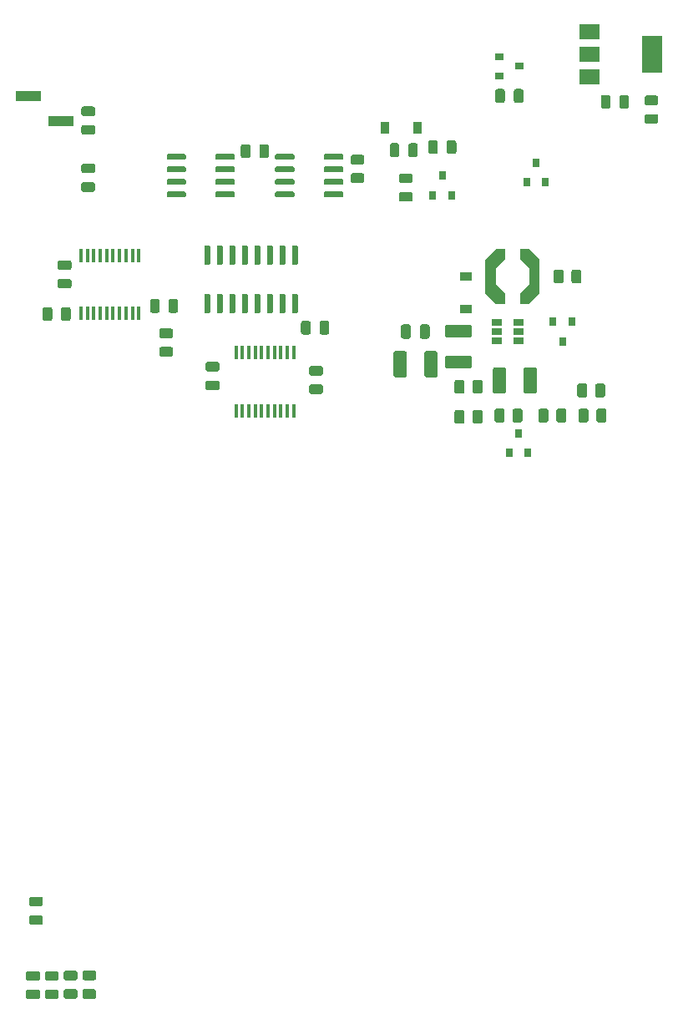
<source format=gbr>
G04 #@! TF.GenerationSoftware,KiCad,Pcbnew,5.1.5+dfsg1-2build2*
G04 #@! TF.CreationDate,2022-08-20T13:50:49+01:00*
G04 #@! TF.ProjectId,psion-org2-power,7073696f-6e2d-46f7-9267-322d706f7765,rev?*
G04 #@! TF.SameCoordinates,Original*
G04 #@! TF.FileFunction,Paste,Top*
G04 #@! TF.FilePolarity,Positive*
%FSLAX46Y46*%
G04 Gerber Fmt 4.6, Leading zero omitted, Abs format (unit mm)*
G04 Created by KiCad (PCBNEW 5.1.5+dfsg1-2build2) date 2022-08-20 13:50:49*
%MOMM*%
%LPD*%
G04 APERTURE LIST*
%ADD10R,1.060000X0.650000*%
%ADD11R,0.800000X0.900000*%
%ADD12C,0.100000*%
%ADD13R,1.200000X0.900000*%
%ADD14R,2.000000X1.500000*%
%ADD15R,2.000000X3.800000*%
%ADD16R,0.900000X0.800000*%
%ADD17R,0.900000X1.200000*%
%ADD18R,0.450000X1.450000*%
%ADD19R,2.510000X1.000000*%
G04 APERTURE END LIST*
D10*
X134196000Y-61595000D03*
X134196000Y-60645000D03*
X134196000Y-62545000D03*
X131996000Y-62545000D03*
X131996000Y-61595000D03*
X131996000Y-60645000D03*
D11*
X134239000Y-71898000D03*
X135189000Y-73898000D03*
X133289000Y-73898000D03*
X138684000Y-62595000D03*
X137734000Y-60595000D03*
X139634000Y-60595000D03*
D12*
G36*
X140979505Y-66865204D02*
G01*
X141003773Y-66868804D01*
X141027572Y-66874765D01*
X141050671Y-66883030D01*
X141072850Y-66893520D01*
X141093893Y-66906132D01*
X141113599Y-66920747D01*
X141131777Y-66937223D01*
X141148253Y-66955401D01*
X141162868Y-66975107D01*
X141175480Y-66996150D01*
X141185970Y-67018329D01*
X141194235Y-67041428D01*
X141200196Y-67065227D01*
X141203796Y-67089495D01*
X141205000Y-67113999D01*
X141205000Y-68014001D01*
X141203796Y-68038505D01*
X141200196Y-68062773D01*
X141194235Y-68086572D01*
X141185970Y-68109671D01*
X141175480Y-68131850D01*
X141162868Y-68152893D01*
X141148253Y-68172599D01*
X141131777Y-68190777D01*
X141113599Y-68207253D01*
X141093893Y-68221868D01*
X141072850Y-68234480D01*
X141050671Y-68244970D01*
X141027572Y-68253235D01*
X141003773Y-68259196D01*
X140979505Y-68262796D01*
X140955001Y-68264000D01*
X140429999Y-68264000D01*
X140405495Y-68262796D01*
X140381227Y-68259196D01*
X140357428Y-68253235D01*
X140334329Y-68244970D01*
X140312150Y-68234480D01*
X140291107Y-68221868D01*
X140271401Y-68207253D01*
X140253223Y-68190777D01*
X140236747Y-68172599D01*
X140222132Y-68152893D01*
X140209520Y-68131850D01*
X140199030Y-68109671D01*
X140190765Y-68086572D01*
X140184804Y-68062773D01*
X140181204Y-68038505D01*
X140180000Y-68014001D01*
X140180000Y-67113999D01*
X140181204Y-67089495D01*
X140184804Y-67065227D01*
X140190765Y-67041428D01*
X140199030Y-67018329D01*
X140209520Y-66996150D01*
X140222132Y-66975107D01*
X140236747Y-66955401D01*
X140253223Y-66937223D01*
X140271401Y-66920747D01*
X140291107Y-66906132D01*
X140312150Y-66893520D01*
X140334329Y-66883030D01*
X140357428Y-66874765D01*
X140381227Y-66868804D01*
X140405495Y-66865204D01*
X140429999Y-66864000D01*
X140955001Y-66864000D01*
X140979505Y-66865204D01*
G37*
G36*
X142804505Y-66865204D02*
G01*
X142828773Y-66868804D01*
X142852572Y-66874765D01*
X142875671Y-66883030D01*
X142897850Y-66893520D01*
X142918893Y-66906132D01*
X142938599Y-66920747D01*
X142956777Y-66937223D01*
X142973253Y-66955401D01*
X142987868Y-66975107D01*
X143000480Y-66996150D01*
X143010970Y-67018329D01*
X143019235Y-67041428D01*
X143025196Y-67065227D01*
X143028796Y-67089495D01*
X143030000Y-67113999D01*
X143030000Y-68014001D01*
X143028796Y-68038505D01*
X143025196Y-68062773D01*
X143019235Y-68086572D01*
X143010970Y-68109671D01*
X143000480Y-68131850D01*
X142987868Y-68152893D01*
X142973253Y-68172599D01*
X142956777Y-68190777D01*
X142938599Y-68207253D01*
X142918893Y-68221868D01*
X142897850Y-68234480D01*
X142875671Y-68244970D01*
X142852572Y-68253235D01*
X142828773Y-68259196D01*
X142804505Y-68262796D01*
X142780001Y-68264000D01*
X142254999Y-68264000D01*
X142230495Y-68262796D01*
X142206227Y-68259196D01*
X142182428Y-68253235D01*
X142159329Y-68244970D01*
X142137150Y-68234480D01*
X142116107Y-68221868D01*
X142096401Y-68207253D01*
X142078223Y-68190777D01*
X142061747Y-68172599D01*
X142047132Y-68152893D01*
X142034520Y-68131850D01*
X142024030Y-68109671D01*
X142015765Y-68086572D01*
X142009804Y-68062773D01*
X142006204Y-68038505D01*
X142005000Y-68014001D01*
X142005000Y-67113999D01*
X142006204Y-67089495D01*
X142009804Y-67065227D01*
X142015765Y-67041428D01*
X142024030Y-67018329D01*
X142034520Y-66996150D01*
X142047132Y-66975107D01*
X142061747Y-66955401D01*
X142078223Y-66937223D01*
X142096401Y-66920747D01*
X142116107Y-66906132D01*
X142137150Y-66893520D01*
X142159329Y-66883030D01*
X142182428Y-66874765D01*
X142206227Y-66868804D01*
X142230495Y-66865204D01*
X142254999Y-66864000D01*
X142780001Y-66864000D01*
X142804505Y-66865204D01*
G37*
G36*
X142931505Y-69405204D02*
G01*
X142955773Y-69408804D01*
X142979572Y-69414765D01*
X143002671Y-69423030D01*
X143024850Y-69433520D01*
X143045893Y-69446132D01*
X143065599Y-69460747D01*
X143083777Y-69477223D01*
X143100253Y-69495401D01*
X143114868Y-69515107D01*
X143127480Y-69536150D01*
X143137970Y-69558329D01*
X143146235Y-69581428D01*
X143152196Y-69605227D01*
X143155796Y-69629495D01*
X143157000Y-69653999D01*
X143157000Y-70554001D01*
X143155796Y-70578505D01*
X143152196Y-70602773D01*
X143146235Y-70626572D01*
X143137970Y-70649671D01*
X143127480Y-70671850D01*
X143114868Y-70692893D01*
X143100253Y-70712599D01*
X143083777Y-70730777D01*
X143065599Y-70747253D01*
X143045893Y-70761868D01*
X143024850Y-70774480D01*
X143002671Y-70784970D01*
X142979572Y-70793235D01*
X142955773Y-70799196D01*
X142931505Y-70802796D01*
X142907001Y-70804000D01*
X142381999Y-70804000D01*
X142357495Y-70802796D01*
X142333227Y-70799196D01*
X142309428Y-70793235D01*
X142286329Y-70784970D01*
X142264150Y-70774480D01*
X142243107Y-70761868D01*
X142223401Y-70747253D01*
X142205223Y-70730777D01*
X142188747Y-70712599D01*
X142174132Y-70692893D01*
X142161520Y-70671850D01*
X142151030Y-70649671D01*
X142142765Y-70626572D01*
X142136804Y-70602773D01*
X142133204Y-70578505D01*
X142132000Y-70554001D01*
X142132000Y-69653999D01*
X142133204Y-69629495D01*
X142136804Y-69605227D01*
X142142765Y-69581428D01*
X142151030Y-69558329D01*
X142161520Y-69536150D01*
X142174132Y-69515107D01*
X142188747Y-69495401D01*
X142205223Y-69477223D01*
X142223401Y-69460747D01*
X142243107Y-69446132D01*
X142264150Y-69433520D01*
X142286329Y-69423030D01*
X142309428Y-69414765D01*
X142333227Y-69408804D01*
X142357495Y-69405204D01*
X142381999Y-69404000D01*
X142907001Y-69404000D01*
X142931505Y-69405204D01*
G37*
G36*
X141106505Y-69405204D02*
G01*
X141130773Y-69408804D01*
X141154572Y-69414765D01*
X141177671Y-69423030D01*
X141199850Y-69433520D01*
X141220893Y-69446132D01*
X141240599Y-69460747D01*
X141258777Y-69477223D01*
X141275253Y-69495401D01*
X141289868Y-69515107D01*
X141302480Y-69536150D01*
X141312970Y-69558329D01*
X141321235Y-69581428D01*
X141327196Y-69605227D01*
X141330796Y-69629495D01*
X141332000Y-69653999D01*
X141332000Y-70554001D01*
X141330796Y-70578505D01*
X141327196Y-70602773D01*
X141321235Y-70626572D01*
X141312970Y-70649671D01*
X141302480Y-70671850D01*
X141289868Y-70692893D01*
X141275253Y-70712599D01*
X141258777Y-70730777D01*
X141240599Y-70747253D01*
X141220893Y-70761868D01*
X141199850Y-70774480D01*
X141177671Y-70784970D01*
X141154572Y-70793235D01*
X141130773Y-70799196D01*
X141106505Y-70802796D01*
X141082001Y-70804000D01*
X140556999Y-70804000D01*
X140532495Y-70802796D01*
X140508227Y-70799196D01*
X140484428Y-70793235D01*
X140461329Y-70784970D01*
X140439150Y-70774480D01*
X140418107Y-70761868D01*
X140398401Y-70747253D01*
X140380223Y-70730777D01*
X140363747Y-70712599D01*
X140349132Y-70692893D01*
X140336520Y-70671850D01*
X140326030Y-70649671D01*
X140317765Y-70626572D01*
X140311804Y-70602773D01*
X140308204Y-70578505D01*
X140307000Y-70554001D01*
X140307000Y-69653999D01*
X140308204Y-69629495D01*
X140311804Y-69605227D01*
X140317765Y-69581428D01*
X140326030Y-69558329D01*
X140336520Y-69536150D01*
X140349132Y-69515107D01*
X140363747Y-69495401D01*
X140380223Y-69477223D01*
X140398401Y-69460747D01*
X140418107Y-69446132D01*
X140439150Y-69433520D01*
X140461329Y-69423030D01*
X140484428Y-69414765D01*
X140508227Y-69408804D01*
X140532495Y-69405204D01*
X140556999Y-69404000D01*
X141082001Y-69404000D01*
X141106505Y-69405204D01*
G37*
G36*
X138867505Y-69405204D02*
G01*
X138891773Y-69408804D01*
X138915572Y-69414765D01*
X138938671Y-69423030D01*
X138960850Y-69433520D01*
X138981893Y-69446132D01*
X139001599Y-69460747D01*
X139019777Y-69477223D01*
X139036253Y-69495401D01*
X139050868Y-69515107D01*
X139063480Y-69536150D01*
X139073970Y-69558329D01*
X139082235Y-69581428D01*
X139088196Y-69605227D01*
X139091796Y-69629495D01*
X139093000Y-69653999D01*
X139093000Y-70554001D01*
X139091796Y-70578505D01*
X139088196Y-70602773D01*
X139082235Y-70626572D01*
X139073970Y-70649671D01*
X139063480Y-70671850D01*
X139050868Y-70692893D01*
X139036253Y-70712599D01*
X139019777Y-70730777D01*
X139001599Y-70747253D01*
X138981893Y-70761868D01*
X138960850Y-70774480D01*
X138938671Y-70784970D01*
X138915572Y-70793235D01*
X138891773Y-70799196D01*
X138867505Y-70802796D01*
X138843001Y-70804000D01*
X138317999Y-70804000D01*
X138293495Y-70802796D01*
X138269227Y-70799196D01*
X138245428Y-70793235D01*
X138222329Y-70784970D01*
X138200150Y-70774480D01*
X138179107Y-70761868D01*
X138159401Y-70747253D01*
X138141223Y-70730777D01*
X138124747Y-70712599D01*
X138110132Y-70692893D01*
X138097520Y-70671850D01*
X138087030Y-70649671D01*
X138078765Y-70626572D01*
X138072804Y-70602773D01*
X138069204Y-70578505D01*
X138068000Y-70554001D01*
X138068000Y-69653999D01*
X138069204Y-69629495D01*
X138072804Y-69605227D01*
X138078765Y-69581428D01*
X138087030Y-69558329D01*
X138097520Y-69536150D01*
X138110132Y-69515107D01*
X138124747Y-69495401D01*
X138141223Y-69477223D01*
X138159401Y-69460747D01*
X138179107Y-69446132D01*
X138200150Y-69433520D01*
X138222329Y-69423030D01*
X138245428Y-69414765D01*
X138269227Y-69408804D01*
X138293495Y-69405204D01*
X138317999Y-69404000D01*
X138843001Y-69404000D01*
X138867505Y-69405204D01*
G37*
G36*
X137042505Y-69405204D02*
G01*
X137066773Y-69408804D01*
X137090572Y-69414765D01*
X137113671Y-69423030D01*
X137135850Y-69433520D01*
X137156893Y-69446132D01*
X137176599Y-69460747D01*
X137194777Y-69477223D01*
X137211253Y-69495401D01*
X137225868Y-69515107D01*
X137238480Y-69536150D01*
X137248970Y-69558329D01*
X137257235Y-69581428D01*
X137263196Y-69605227D01*
X137266796Y-69629495D01*
X137268000Y-69653999D01*
X137268000Y-70554001D01*
X137266796Y-70578505D01*
X137263196Y-70602773D01*
X137257235Y-70626572D01*
X137248970Y-70649671D01*
X137238480Y-70671850D01*
X137225868Y-70692893D01*
X137211253Y-70712599D01*
X137194777Y-70730777D01*
X137176599Y-70747253D01*
X137156893Y-70761868D01*
X137135850Y-70774480D01*
X137113671Y-70784970D01*
X137090572Y-70793235D01*
X137066773Y-70799196D01*
X137042505Y-70802796D01*
X137018001Y-70804000D01*
X136492999Y-70804000D01*
X136468495Y-70802796D01*
X136444227Y-70799196D01*
X136420428Y-70793235D01*
X136397329Y-70784970D01*
X136375150Y-70774480D01*
X136354107Y-70761868D01*
X136334401Y-70747253D01*
X136316223Y-70730777D01*
X136299747Y-70712599D01*
X136285132Y-70692893D01*
X136272520Y-70671850D01*
X136262030Y-70649671D01*
X136253765Y-70626572D01*
X136247804Y-70602773D01*
X136244204Y-70578505D01*
X136243000Y-70554001D01*
X136243000Y-69653999D01*
X136244204Y-69629495D01*
X136247804Y-69605227D01*
X136253765Y-69581428D01*
X136262030Y-69558329D01*
X136272520Y-69536150D01*
X136285132Y-69515107D01*
X136299747Y-69495401D01*
X136316223Y-69477223D01*
X136334401Y-69460747D01*
X136354107Y-69446132D01*
X136375150Y-69433520D01*
X136397329Y-69423030D01*
X136420428Y-69414765D01*
X136444227Y-69408804D01*
X136468495Y-69405204D01*
X136492999Y-69404000D01*
X137018001Y-69404000D01*
X137042505Y-69405204D01*
G37*
G36*
X134422505Y-69405204D02*
G01*
X134446773Y-69408804D01*
X134470572Y-69414765D01*
X134493671Y-69423030D01*
X134515850Y-69433520D01*
X134536893Y-69446132D01*
X134556599Y-69460747D01*
X134574777Y-69477223D01*
X134591253Y-69495401D01*
X134605868Y-69515107D01*
X134618480Y-69536150D01*
X134628970Y-69558329D01*
X134637235Y-69581428D01*
X134643196Y-69605227D01*
X134646796Y-69629495D01*
X134648000Y-69653999D01*
X134648000Y-70554001D01*
X134646796Y-70578505D01*
X134643196Y-70602773D01*
X134637235Y-70626572D01*
X134628970Y-70649671D01*
X134618480Y-70671850D01*
X134605868Y-70692893D01*
X134591253Y-70712599D01*
X134574777Y-70730777D01*
X134556599Y-70747253D01*
X134536893Y-70761868D01*
X134515850Y-70774480D01*
X134493671Y-70784970D01*
X134470572Y-70793235D01*
X134446773Y-70799196D01*
X134422505Y-70802796D01*
X134398001Y-70804000D01*
X133872999Y-70804000D01*
X133848495Y-70802796D01*
X133824227Y-70799196D01*
X133800428Y-70793235D01*
X133777329Y-70784970D01*
X133755150Y-70774480D01*
X133734107Y-70761868D01*
X133714401Y-70747253D01*
X133696223Y-70730777D01*
X133679747Y-70712599D01*
X133665132Y-70692893D01*
X133652520Y-70671850D01*
X133642030Y-70649671D01*
X133633765Y-70626572D01*
X133627804Y-70602773D01*
X133624204Y-70578505D01*
X133623000Y-70554001D01*
X133623000Y-69653999D01*
X133624204Y-69629495D01*
X133627804Y-69605227D01*
X133633765Y-69581428D01*
X133642030Y-69558329D01*
X133652520Y-69536150D01*
X133665132Y-69515107D01*
X133679747Y-69495401D01*
X133696223Y-69477223D01*
X133714401Y-69460747D01*
X133734107Y-69446132D01*
X133755150Y-69433520D01*
X133777329Y-69423030D01*
X133800428Y-69414765D01*
X133824227Y-69408804D01*
X133848495Y-69405204D01*
X133872999Y-69404000D01*
X134398001Y-69404000D01*
X134422505Y-69405204D01*
G37*
G36*
X132597505Y-69405204D02*
G01*
X132621773Y-69408804D01*
X132645572Y-69414765D01*
X132668671Y-69423030D01*
X132690850Y-69433520D01*
X132711893Y-69446132D01*
X132731599Y-69460747D01*
X132749777Y-69477223D01*
X132766253Y-69495401D01*
X132780868Y-69515107D01*
X132793480Y-69536150D01*
X132803970Y-69558329D01*
X132812235Y-69581428D01*
X132818196Y-69605227D01*
X132821796Y-69629495D01*
X132823000Y-69653999D01*
X132823000Y-70554001D01*
X132821796Y-70578505D01*
X132818196Y-70602773D01*
X132812235Y-70626572D01*
X132803970Y-70649671D01*
X132793480Y-70671850D01*
X132780868Y-70692893D01*
X132766253Y-70712599D01*
X132749777Y-70730777D01*
X132731599Y-70747253D01*
X132711893Y-70761868D01*
X132690850Y-70774480D01*
X132668671Y-70784970D01*
X132645572Y-70793235D01*
X132621773Y-70799196D01*
X132597505Y-70802796D01*
X132573001Y-70804000D01*
X132047999Y-70804000D01*
X132023495Y-70802796D01*
X131999227Y-70799196D01*
X131975428Y-70793235D01*
X131952329Y-70784970D01*
X131930150Y-70774480D01*
X131909107Y-70761868D01*
X131889401Y-70747253D01*
X131871223Y-70730777D01*
X131854747Y-70712599D01*
X131840132Y-70692893D01*
X131827520Y-70671850D01*
X131817030Y-70649671D01*
X131808765Y-70626572D01*
X131802804Y-70602773D01*
X131799204Y-70578505D01*
X131798000Y-70554001D01*
X131798000Y-69653999D01*
X131799204Y-69629495D01*
X131802804Y-69605227D01*
X131808765Y-69581428D01*
X131817030Y-69558329D01*
X131827520Y-69536150D01*
X131840132Y-69515107D01*
X131854747Y-69495401D01*
X131871223Y-69477223D01*
X131889401Y-69460747D01*
X131909107Y-69446132D01*
X131930150Y-69433520D01*
X131952329Y-69423030D01*
X131975428Y-69414765D01*
X131999227Y-69408804D01*
X132023495Y-69405204D01*
X132047999Y-69404000D01*
X132573001Y-69404000D01*
X132597505Y-69405204D01*
G37*
G36*
X130358505Y-69532204D02*
G01*
X130382773Y-69535804D01*
X130406572Y-69541765D01*
X130429671Y-69550030D01*
X130451850Y-69560520D01*
X130472893Y-69573132D01*
X130492599Y-69587747D01*
X130510777Y-69604223D01*
X130527253Y-69622401D01*
X130541868Y-69642107D01*
X130554480Y-69663150D01*
X130564970Y-69685329D01*
X130573235Y-69708428D01*
X130579196Y-69732227D01*
X130582796Y-69756495D01*
X130584000Y-69780999D01*
X130584000Y-70681001D01*
X130582796Y-70705505D01*
X130579196Y-70729773D01*
X130573235Y-70753572D01*
X130564970Y-70776671D01*
X130554480Y-70798850D01*
X130541868Y-70819893D01*
X130527253Y-70839599D01*
X130510777Y-70857777D01*
X130492599Y-70874253D01*
X130472893Y-70888868D01*
X130451850Y-70901480D01*
X130429671Y-70911970D01*
X130406572Y-70920235D01*
X130382773Y-70926196D01*
X130358505Y-70929796D01*
X130334001Y-70931000D01*
X129808999Y-70931000D01*
X129784495Y-70929796D01*
X129760227Y-70926196D01*
X129736428Y-70920235D01*
X129713329Y-70911970D01*
X129691150Y-70901480D01*
X129670107Y-70888868D01*
X129650401Y-70874253D01*
X129632223Y-70857777D01*
X129615747Y-70839599D01*
X129601132Y-70819893D01*
X129588520Y-70798850D01*
X129578030Y-70776671D01*
X129569765Y-70753572D01*
X129563804Y-70729773D01*
X129560204Y-70705505D01*
X129559000Y-70681001D01*
X129559000Y-69780999D01*
X129560204Y-69756495D01*
X129563804Y-69732227D01*
X129569765Y-69708428D01*
X129578030Y-69685329D01*
X129588520Y-69663150D01*
X129601132Y-69642107D01*
X129615747Y-69622401D01*
X129632223Y-69604223D01*
X129650401Y-69587747D01*
X129670107Y-69573132D01*
X129691150Y-69560520D01*
X129713329Y-69550030D01*
X129736428Y-69541765D01*
X129760227Y-69535804D01*
X129784495Y-69532204D01*
X129808999Y-69531000D01*
X130334001Y-69531000D01*
X130358505Y-69532204D01*
G37*
G36*
X128533505Y-69532204D02*
G01*
X128557773Y-69535804D01*
X128581572Y-69541765D01*
X128604671Y-69550030D01*
X128626850Y-69560520D01*
X128647893Y-69573132D01*
X128667599Y-69587747D01*
X128685777Y-69604223D01*
X128702253Y-69622401D01*
X128716868Y-69642107D01*
X128729480Y-69663150D01*
X128739970Y-69685329D01*
X128748235Y-69708428D01*
X128754196Y-69732227D01*
X128757796Y-69756495D01*
X128759000Y-69780999D01*
X128759000Y-70681001D01*
X128757796Y-70705505D01*
X128754196Y-70729773D01*
X128748235Y-70753572D01*
X128739970Y-70776671D01*
X128729480Y-70798850D01*
X128716868Y-70819893D01*
X128702253Y-70839599D01*
X128685777Y-70857777D01*
X128667599Y-70874253D01*
X128647893Y-70888868D01*
X128626850Y-70901480D01*
X128604671Y-70911970D01*
X128581572Y-70920235D01*
X128557773Y-70926196D01*
X128533505Y-70929796D01*
X128509001Y-70931000D01*
X127983999Y-70931000D01*
X127959495Y-70929796D01*
X127935227Y-70926196D01*
X127911428Y-70920235D01*
X127888329Y-70911970D01*
X127866150Y-70901480D01*
X127845107Y-70888868D01*
X127825401Y-70874253D01*
X127807223Y-70857777D01*
X127790747Y-70839599D01*
X127776132Y-70819893D01*
X127763520Y-70798850D01*
X127753030Y-70776671D01*
X127744765Y-70753572D01*
X127738804Y-70729773D01*
X127735204Y-70705505D01*
X127734000Y-70681001D01*
X127734000Y-69780999D01*
X127735204Y-69756495D01*
X127738804Y-69732227D01*
X127744765Y-69708428D01*
X127753030Y-69685329D01*
X127763520Y-69663150D01*
X127776132Y-69642107D01*
X127790747Y-69622401D01*
X127807223Y-69604223D01*
X127825401Y-69587747D01*
X127845107Y-69573132D01*
X127866150Y-69560520D01*
X127888329Y-69550030D01*
X127911428Y-69541765D01*
X127935227Y-69535804D01*
X127959495Y-69532204D01*
X127983999Y-69531000D01*
X128509001Y-69531000D01*
X128533505Y-69532204D01*
G37*
G36*
X130358505Y-66484204D02*
G01*
X130382773Y-66487804D01*
X130406572Y-66493765D01*
X130429671Y-66502030D01*
X130451850Y-66512520D01*
X130472893Y-66525132D01*
X130492599Y-66539747D01*
X130510777Y-66556223D01*
X130527253Y-66574401D01*
X130541868Y-66594107D01*
X130554480Y-66615150D01*
X130564970Y-66637329D01*
X130573235Y-66660428D01*
X130579196Y-66684227D01*
X130582796Y-66708495D01*
X130584000Y-66732999D01*
X130584000Y-67633001D01*
X130582796Y-67657505D01*
X130579196Y-67681773D01*
X130573235Y-67705572D01*
X130564970Y-67728671D01*
X130554480Y-67750850D01*
X130541868Y-67771893D01*
X130527253Y-67791599D01*
X130510777Y-67809777D01*
X130492599Y-67826253D01*
X130472893Y-67840868D01*
X130451850Y-67853480D01*
X130429671Y-67863970D01*
X130406572Y-67872235D01*
X130382773Y-67878196D01*
X130358505Y-67881796D01*
X130334001Y-67883000D01*
X129808999Y-67883000D01*
X129784495Y-67881796D01*
X129760227Y-67878196D01*
X129736428Y-67872235D01*
X129713329Y-67863970D01*
X129691150Y-67853480D01*
X129670107Y-67840868D01*
X129650401Y-67826253D01*
X129632223Y-67809777D01*
X129615747Y-67791599D01*
X129601132Y-67771893D01*
X129588520Y-67750850D01*
X129578030Y-67728671D01*
X129569765Y-67705572D01*
X129563804Y-67681773D01*
X129560204Y-67657505D01*
X129559000Y-67633001D01*
X129559000Y-66732999D01*
X129560204Y-66708495D01*
X129563804Y-66684227D01*
X129569765Y-66660428D01*
X129578030Y-66637329D01*
X129588520Y-66615150D01*
X129601132Y-66594107D01*
X129615747Y-66574401D01*
X129632223Y-66556223D01*
X129650401Y-66539747D01*
X129670107Y-66525132D01*
X129691150Y-66512520D01*
X129713329Y-66502030D01*
X129736428Y-66493765D01*
X129760227Y-66487804D01*
X129784495Y-66484204D01*
X129808999Y-66483000D01*
X130334001Y-66483000D01*
X130358505Y-66484204D01*
G37*
G36*
X128533505Y-66484204D02*
G01*
X128557773Y-66487804D01*
X128581572Y-66493765D01*
X128604671Y-66502030D01*
X128626850Y-66512520D01*
X128647893Y-66525132D01*
X128667599Y-66539747D01*
X128685777Y-66556223D01*
X128702253Y-66574401D01*
X128716868Y-66594107D01*
X128729480Y-66615150D01*
X128739970Y-66637329D01*
X128748235Y-66660428D01*
X128754196Y-66684227D01*
X128757796Y-66708495D01*
X128759000Y-66732999D01*
X128759000Y-67633001D01*
X128757796Y-67657505D01*
X128754196Y-67681773D01*
X128748235Y-67705572D01*
X128739970Y-67728671D01*
X128729480Y-67750850D01*
X128716868Y-67771893D01*
X128702253Y-67791599D01*
X128685777Y-67809777D01*
X128667599Y-67826253D01*
X128647893Y-67840868D01*
X128626850Y-67853480D01*
X128604671Y-67863970D01*
X128581572Y-67872235D01*
X128557773Y-67878196D01*
X128533505Y-67881796D01*
X128509001Y-67883000D01*
X127983999Y-67883000D01*
X127959495Y-67881796D01*
X127935227Y-67878196D01*
X127911428Y-67872235D01*
X127888329Y-67863970D01*
X127866150Y-67853480D01*
X127845107Y-67840868D01*
X127825401Y-67826253D01*
X127807223Y-67809777D01*
X127790747Y-67791599D01*
X127776132Y-67771893D01*
X127763520Y-67750850D01*
X127753030Y-67728671D01*
X127744765Y-67705572D01*
X127738804Y-67681773D01*
X127735204Y-67657505D01*
X127734000Y-67633001D01*
X127734000Y-66732999D01*
X127735204Y-66708495D01*
X127738804Y-66684227D01*
X127744765Y-66660428D01*
X127753030Y-66637329D01*
X127763520Y-66615150D01*
X127776132Y-66594107D01*
X127790747Y-66574401D01*
X127807223Y-66556223D01*
X127825401Y-66539747D01*
X127845107Y-66525132D01*
X127866150Y-66512520D01*
X127888329Y-66502030D01*
X127911428Y-66493765D01*
X127935227Y-66487804D01*
X127959495Y-66484204D01*
X127983999Y-66483000D01*
X128509001Y-66483000D01*
X128533505Y-66484204D01*
G37*
G36*
X140391505Y-55308204D02*
G01*
X140415773Y-55311804D01*
X140439572Y-55317765D01*
X140462671Y-55326030D01*
X140484850Y-55336520D01*
X140505893Y-55349132D01*
X140525599Y-55363747D01*
X140543777Y-55380223D01*
X140560253Y-55398401D01*
X140574868Y-55418107D01*
X140587480Y-55439150D01*
X140597970Y-55461329D01*
X140606235Y-55484428D01*
X140612196Y-55508227D01*
X140615796Y-55532495D01*
X140617000Y-55556999D01*
X140617000Y-56457001D01*
X140615796Y-56481505D01*
X140612196Y-56505773D01*
X140606235Y-56529572D01*
X140597970Y-56552671D01*
X140587480Y-56574850D01*
X140574868Y-56595893D01*
X140560253Y-56615599D01*
X140543777Y-56633777D01*
X140525599Y-56650253D01*
X140505893Y-56664868D01*
X140484850Y-56677480D01*
X140462671Y-56687970D01*
X140439572Y-56696235D01*
X140415773Y-56702196D01*
X140391505Y-56705796D01*
X140367001Y-56707000D01*
X139841999Y-56707000D01*
X139817495Y-56705796D01*
X139793227Y-56702196D01*
X139769428Y-56696235D01*
X139746329Y-56687970D01*
X139724150Y-56677480D01*
X139703107Y-56664868D01*
X139683401Y-56650253D01*
X139665223Y-56633777D01*
X139648747Y-56615599D01*
X139634132Y-56595893D01*
X139621520Y-56574850D01*
X139611030Y-56552671D01*
X139602765Y-56529572D01*
X139596804Y-56505773D01*
X139593204Y-56481505D01*
X139592000Y-56457001D01*
X139592000Y-55556999D01*
X139593204Y-55532495D01*
X139596804Y-55508227D01*
X139602765Y-55484428D01*
X139611030Y-55461329D01*
X139621520Y-55439150D01*
X139634132Y-55418107D01*
X139648747Y-55398401D01*
X139665223Y-55380223D01*
X139683401Y-55363747D01*
X139703107Y-55349132D01*
X139724150Y-55336520D01*
X139746329Y-55326030D01*
X139769428Y-55317765D01*
X139793227Y-55311804D01*
X139817495Y-55308204D01*
X139841999Y-55307000D01*
X140367001Y-55307000D01*
X140391505Y-55308204D01*
G37*
G36*
X138566505Y-55308204D02*
G01*
X138590773Y-55311804D01*
X138614572Y-55317765D01*
X138637671Y-55326030D01*
X138659850Y-55336520D01*
X138680893Y-55349132D01*
X138700599Y-55363747D01*
X138718777Y-55380223D01*
X138735253Y-55398401D01*
X138749868Y-55418107D01*
X138762480Y-55439150D01*
X138772970Y-55461329D01*
X138781235Y-55484428D01*
X138787196Y-55508227D01*
X138790796Y-55532495D01*
X138792000Y-55556999D01*
X138792000Y-56457001D01*
X138790796Y-56481505D01*
X138787196Y-56505773D01*
X138781235Y-56529572D01*
X138772970Y-56552671D01*
X138762480Y-56574850D01*
X138749868Y-56595893D01*
X138735253Y-56615599D01*
X138718777Y-56633777D01*
X138700599Y-56650253D01*
X138680893Y-56664868D01*
X138659850Y-56677480D01*
X138637671Y-56687970D01*
X138614572Y-56696235D01*
X138590773Y-56702196D01*
X138566505Y-56705796D01*
X138542001Y-56707000D01*
X138016999Y-56707000D01*
X137992495Y-56705796D01*
X137968227Y-56702196D01*
X137944428Y-56696235D01*
X137921329Y-56687970D01*
X137899150Y-56677480D01*
X137878107Y-56664868D01*
X137858401Y-56650253D01*
X137840223Y-56633777D01*
X137823747Y-56615599D01*
X137809132Y-56595893D01*
X137796520Y-56574850D01*
X137786030Y-56552671D01*
X137777765Y-56529572D01*
X137771804Y-56505773D01*
X137768204Y-56481505D01*
X137767000Y-56457001D01*
X137767000Y-55556999D01*
X137768204Y-55532495D01*
X137771804Y-55508227D01*
X137777765Y-55484428D01*
X137786030Y-55461329D01*
X137796520Y-55439150D01*
X137809132Y-55418107D01*
X137823747Y-55398401D01*
X137840223Y-55380223D01*
X137858401Y-55363747D01*
X137878107Y-55349132D01*
X137899150Y-55336520D01*
X137921329Y-55326030D01*
X137944428Y-55317765D01*
X137968227Y-55311804D01*
X137992495Y-55308204D01*
X138016999Y-55307000D01*
X138542001Y-55307000D01*
X138566505Y-55308204D01*
G37*
G36*
X130849000Y-57707000D02*
G01*
X130849000Y-54307000D01*
X131904000Y-53252000D01*
X132844000Y-53252000D01*
X132844000Y-54307000D01*
X131904000Y-55162500D01*
X131904000Y-56851500D01*
X132844000Y-57707000D01*
X132844000Y-58762000D01*
X131904000Y-58762000D01*
X130849000Y-57707000D01*
G37*
G36*
X134364000Y-57707000D02*
G01*
X135304000Y-56851500D01*
X135304000Y-55162500D01*
X134364000Y-54307000D01*
X134364000Y-53252000D01*
X135304000Y-53252000D01*
X136359000Y-54307000D01*
X136359000Y-57707000D01*
X135304000Y-58762000D01*
X134364000Y-58762000D01*
X134364000Y-57707000D01*
G37*
D13*
X128905000Y-56008000D03*
X128905000Y-59308000D03*
D12*
G36*
X124988504Y-60871204D02*
G01*
X125012773Y-60874804D01*
X125036571Y-60880765D01*
X125059671Y-60889030D01*
X125081849Y-60899520D01*
X125102893Y-60912133D01*
X125122598Y-60926747D01*
X125140777Y-60943223D01*
X125157253Y-60961402D01*
X125171867Y-60981107D01*
X125184480Y-61002151D01*
X125194970Y-61024329D01*
X125203235Y-61047429D01*
X125209196Y-61071227D01*
X125212796Y-61095496D01*
X125214000Y-61120000D01*
X125214000Y-62070000D01*
X125212796Y-62094504D01*
X125209196Y-62118773D01*
X125203235Y-62142571D01*
X125194970Y-62165671D01*
X125184480Y-62187849D01*
X125171867Y-62208893D01*
X125157253Y-62228598D01*
X125140777Y-62246777D01*
X125122598Y-62263253D01*
X125102893Y-62277867D01*
X125081849Y-62290480D01*
X125059671Y-62300970D01*
X125036571Y-62309235D01*
X125012773Y-62315196D01*
X124988504Y-62318796D01*
X124964000Y-62320000D01*
X124464000Y-62320000D01*
X124439496Y-62318796D01*
X124415227Y-62315196D01*
X124391429Y-62309235D01*
X124368329Y-62300970D01*
X124346151Y-62290480D01*
X124325107Y-62277867D01*
X124305402Y-62263253D01*
X124287223Y-62246777D01*
X124270747Y-62228598D01*
X124256133Y-62208893D01*
X124243520Y-62187849D01*
X124233030Y-62165671D01*
X124224765Y-62142571D01*
X124218804Y-62118773D01*
X124215204Y-62094504D01*
X124214000Y-62070000D01*
X124214000Y-61120000D01*
X124215204Y-61095496D01*
X124218804Y-61071227D01*
X124224765Y-61047429D01*
X124233030Y-61024329D01*
X124243520Y-61002151D01*
X124256133Y-60981107D01*
X124270747Y-60961402D01*
X124287223Y-60943223D01*
X124305402Y-60926747D01*
X124325107Y-60912133D01*
X124346151Y-60899520D01*
X124368329Y-60889030D01*
X124391429Y-60880765D01*
X124415227Y-60874804D01*
X124439496Y-60871204D01*
X124464000Y-60870000D01*
X124964000Y-60870000D01*
X124988504Y-60871204D01*
G37*
G36*
X123088504Y-60871204D02*
G01*
X123112773Y-60874804D01*
X123136571Y-60880765D01*
X123159671Y-60889030D01*
X123181849Y-60899520D01*
X123202893Y-60912133D01*
X123222598Y-60926747D01*
X123240777Y-60943223D01*
X123257253Y-60961402D01*
X123271867Y-60981107D01*
X123284480Y-61002151D01*
X123294970Y-61024329D01*
X123303235Y-61047429D01*
X123309196Y-61071227D01*
X123312796Y-61095496D01*
X123314000Y-61120000D01*
X123314000Y-62070000D01*
X123312796Y-62094504D01*
X123309196Y-62118773D01*
X123303235Y-62142571D01*
X123294970Y-62165671D01*
X123284480Y-62187849D01*
X123271867Y-62208893D01*
X123257253Y-62228598D01*
X123240777Y-62246777D01*
X123222598Y-62263253D01*
X123202893Y-62277867D01*
X123181849Y-62290480D01*
X123159671Y-62300970D01*
X123136571Y-62309235D01*
X123112773Y-62315196D01*
X123088504Y-62318796D01*
X123064000Y-62320000D01*
X122564000Y-62320000D01*
X122539496Y-62318796D01*
X122515227Y-62315196D01*
X122491429Y-62309235D01*
X122468329Y-62300970D01*
X122446151Y-62290480D01*
X122425107Y-62277867D01*
X122405402Y-62263253D01*
X122387223Y-62246777D01*
X122370747Y-62228598D01*
X122356133Y-62208893D01*
X122343520Y-62187849D01*
X122333030Y-62165671D01*
X122324765Y-62142571D01*
X122318804Y-62118773D01*
X122315204Y-62094504D01*
X122314000Y-62070000D01*
X122314000Y-61120000D01*
X122315204Y-61095496D01*
X122318804Y-61071227D01*
X122324765Y-61047429D01*
X122333030Y-61024329D01*
X122343520Y-61002151D01*
X122356133Y-60981107D01*
X122370747Y-60961402D01*
X122387223Y-60943223D01*
X122405402Y-60926747D01*
X122425107Y-60912133D01*
X122446151Y-60899520D01*
X122468329Y-60889030D01*
X122491429Y-60880765D01*
X122515227Y-60874804D01*
X122539496Y-60871204D01*
X122564000Y-60870000D01*
X123064000Y-60870000D01*
X123088504Y-60871204D01*
G37*
G36*
X125786005Y-63548204D02*
G01*
X125810273Y-63551804D01*
X125834072Y-63557765D01*
X125857171Y-63566030D01*
X125879350Y-63576520D01*
X125900393Y-63589132D01*
X125920099Y-63603747D01*
X125938277Y-63620223D01*
X125954753Y-63638401D01*
X125969368Y-63658107D01*
X125981980Y-63679150D01*
X125992470Y-63701329D01*
X126000735Y-63724428D01*
X126006696Y-63748227D01*
X126010296Y-63772495D01*
X126011500Y-63796999D01*
X126011500Y-65997001D01*
X126010296Y-66021505D01*
X126006696Y-66045773D01*
X126000735Y-66069572D01*
X125992470Y-66092671D01*
X125981980Y-66114850D01*
X125969368Y-66135893D01*
X125954753Y-66155599D01*
X125938277Y-66173777D01*
X125920099Y-66190253D01*
X125900393Y-66204868D01*
X125879350Y-66217480D01*
X125857171Y-66227970D01*
X125834072Y-66236235D01*
X125810273Y-66242196D01*
X125786005Y-66245796D01*
X125761501Y-66247000D01*
X124936499Y-66247000D01*
X124911995Y-66245796D01*
X124887727Y-66242196D01*
X124863928Y-66236235D01*
X124840829Y-66227970D01*
X124818650Y-66217480D01*
X124797607Y-66204868D01*
X124777901Y-66190253D01*
X124759723Y-66173777D01*
X124743247Y-66155599D01*
X124728632Y-66135893D01*
X124716020Y-66114850D01*
X124705530Y-66092671D01*
X124697265Y-66069572D01*
X124691304Y-66045773D01*
X124687704Y-66021505D01*
X124686500Y-65997001D01*
X124686500Y-63796999D01*
X124687704Y-63772495D01*
X124691304Y-63748227D01*
X124697265Y-63724428D01*
X124705530Y-63701329D01*
X124716020Y-63679150D01*
X124728632Y-63658107D01*
X124743247Y-63638401D01*
X124759723Y-63620223D01*
X124777901Y-63603747D01*
X124797607Y-63589132D01*
X124818650Y-63576520D01*
X124840829Y-63566030D01*
X124863928Y-63557765D01*
X124887727Y-63551804D01*
X124911995Y-63548204D01*
X124936499Y-63547000D01*
X125761501Y-63547000D01*
X125786005Y-63548204D01*
G37*
G36*
X122661005Y-63548204D02*
G01*
X122685273Y-63551804D01*
X122709072Y-63557765D01*
X122732171Y-63566030D01*
X122754350Y-63576520D01*
X122775393Y-63589132D01*
X122795099Y-63603747D01*
X122813277Y-63620223D01*
X122829753Y-63638401D01*
X122844368Y-63658107D01*
X122856980Y-63679150D01*
X122867470Y-63701329D01*
X122875735Y-63724428D01*
X122881696Y-63748227D01*
X122885296Y-63772495D01*
X122886500Y-63796999D01*
X122886500Y-65997001D01*
X122885296Y-66021505D01*
X122881696Y-66045773D01*
X122875735Y-66069572D01*
X122867470Y-66092671D01*
X122856980Y-66114850D01*
X122844368Y-66135893D01*
X122829753Y-66155599D01*
X122813277Y-66173777D01*
X122795099Y-66190253D01*
X122775393Y-66204868D01*
X122754350Y-66217480D01*
X122732171Y-66227970D01*
X122709072Y-66236235D01*
X122685273Y-66242196D01*
X122661005Y-66245796D01*
X122636501Y-66247000D01*
X121811499Y-66247000D01*
X121786995Y-66245796D01*
X121762727Y-66242196D01*
X121738928Y-66236235D01*
X121715829Y-66227970D01*
X121693650Y-66217480D01*
X121672607Y-66204868D01*
X121652901Y-66190253D01*
X121634723Y-66173777D01*
X121618247Y-66155599D01*
X121603632Y-66135893D01*
X121591020Y-66114850D01*
X121580530Y-66092671D01*
X121572265Y-66069572D01*
X121566304Y-66045773D01*
X121562704Y-66021505D01*
X121561500Y-65997001D01*
X121561500Y-63796999D01*
X121562704Y-63772495D01*
X121566304Y-63748227D01*
X121572265Y-63724428D01*
X121580530Y-63701329D01*
X121591020Y-63679150D01*
X121603632Y-63658107D01*
X121618247Y-63638401D01*
X121634723Y-63620223D01*
X121652901Y-63603747D01*
X121672607Y-63589132D01*
X121693650Y-63576520D01*
X121715829Y-63566030D01*
X121738928Y-63557765D01*
X121762727Y-63551804D01*
X121786995Y-63548204D01*
X121811499Y-63547000D01*
X122636501Y-63547000D01*
X122661005Y-63548204D01*
G37*
G36*
X129267505Y-60895204D02*
G01*
X129291773Y-60898804D01*
X129315572Y-60904765D01*
X129338671Y-60913030D01*
X129360850Y-60923520D01*
X129381893Y-60936132D01*
X129401599Y-60950747D01*
X129419777Y-60967223D01*
X129436253Y-60985401D01*
X129450868Y-61005107D01*
X129463480Y-61026150D01*
X129473970Y-61048329D01*
X129482235Y-61071428D01*
X129488196Y-61095227D01*
X129491796Y-61119495D01*
X129493000Y-61143999D01*
X129493000Y-61969001D01*
X129491796Y-61993505D01*
X129488196Y-62017773D01*
X129482235Y-62041572D01*
X129473970Y-62064671D01*
X129463480Y-62086850D01*
X129450868Y-62107893D01*
X129436253Y-62127599D01*
X129419777Y-62145777D01*
X129401599Y-62162253D01*
X129381893Y-62176868D01*
X129360850Y-62189480D01*
X129338671Y-62199970D01*
X129315572Y-62208235D01*
X129291773Y-62214196D01*
X129267505Y-62217796D01*
X129243001Y-62219000D01*
X127042999Y-62219000D01*
X127018495Y-62217796D01*
X126994227Y-62214196D01*
X126970428Y-62208235D01*
X126947329Y-62199970D01*
X126925150Y-62189480D01*
X126904107Y-62176868D01*
X126884401Y-62162253D01*
X126866223Y-62145777D01*
X126849747Y-62127599D01*
X126835132Y-62107893D01*
X126822520Y-62086850D01*
X126812030Y-62064671D01*
X126803765Y-62041572D01*
X126797804Y-62017773D01*
X126794204Y-61993505D01*
X126793000Y-61969001D01*
X126793000Y-61143999D01*
X126794204Y-61119495D01*
X126797804Y-61095227D01*
X126803765Y-61071428D01*
X126812030Y-61048329D01*
X126822520Y-61026150D01*
X126835132Y-61005107D01*
X126849747Y-60985401D01*
X126866223Y-60967223D01*
X126884401Y-60950747D01*
X126904107Y-60936132D01*
X126925150Y-60923520D01*
X126947329Y-60913030D01*
X126970428Y-60904765D01*
X126994227Y-60898804D01*
X127018495Y-60895204D01*
X127042999Y-60894000D01*
X129243001Y-60894000D01*
X129267505Y-60895204D01*
G37*
G36*
X129267505Y-64020204D02*
G01*
X129291773Y-64023804D01*
X129315572Y-64029765D01*
X129338671Y-64038030D01*
X129360850Y-64048520D01*
X129381893Y-64061132D01*
X129401599Y-64075747D01*
X129419777Y-64092223D01*
X129436253Y-64110401D01*
X129450868Y-64130107D01*
X129463480Y-64151150D01*
X129473970Y-64173329D01*
X129482235Y-64196428D01*
X129488196Y-64220227D01*
X129491796Y-64244495D01*
X129493000Y-64268999D01*
X129493000Y-65094001D01*
X129491796Y-65118505D01*
X129488196Y-65142773D01*
X129482235Y-65166572D01*
X129473970Y-65189671D01*
X129463480Y-65211850D01*
X129450868Y-65232893D01*
X129436253Y-65252599D01*
X129419777Y-65270777D01*
X129401599Y-65287253D01*
X129381893Y-65301868D01*
X129360850Y-65314480D01*
X129338671Y-65324970D01*
X129315572Y-65333235D01*
X129291773Y-65339196D01*
X129267505Y-65342796D01*
X129243001Y-65344000D01*
X127042999Y-65344000D01*
X127018495Y-65342796D01*
X126994227Y-65339196D01*
X126970428Y-65333235D01*
X126947329Y-65324970D01*
X126925150Y-65314480D01*
X126904107Y-65301868D01*
X126884401Y-65287253D01*
X126866223Y-65270777D01*
X126849747Y-65252599D01*
X126835132Y-65232893D01*
X126822520Y-65211850D01*
X126812030Y-65189671D01*
X126803765Y-65166572D01*
X126797804Y-65142773D01*
X126794204Y-65118505D01*
X126793000Y-65094001D01*
X126793000Y-64268999D01*
X126794204Y-64244495D01*
X126797804Y-64220227D01*
X126803765Y-64196428D01*
X126812030Y-64173329D01*
X126822520Y-64151150D01*
X126835132Y-64130107D01*
X126849747Y-64110401D01*
X126866223Y-64092223D01*
X126884401Y-64075747D01*
X126904107Y-64061132D01*
X126925150Y-64048520D01*
X126947329Y-64038030D01*
X126970428Y-64029765D01*
X126994227Y-64023804D01*
X127018495Y-64020204D01*
X127042999Y-64019000D01*
X129243001Y-64019000D01*
X129267505Y-64020204D01*
G37*
G36*
X132732505Y-65199204D02*
G01*
X132756773Y-65202804D01*
X132780572Y-65208765D01*
X132803671Y-65217030D01*
X132825850Y-65227520D01*
X132846893Y-65240132D01*
X132866599Y-65254747D01*
X132884777Y-65271223D01*
X132901253Y-65289401D01*
X132915868Y-65309107D01*
X132928480Y-65330150D01*
X132938970Y-65352329D01*
X132947235Y-65375428D01*
X132953196Y-65399227D01*
X132956796Y-65423495D01*
X132958000Y-65447999D01*
X132958000Y-67648001D01*
X132956796Y-67672505D01*
X132953196Y-67696773D01*
X132947235Y-67720572D01*
X132938970Y-67743671D01*
X132928480Y-67765850D01*
X132915868Y-67786893D01*
X132901253Y-67806599D01*
X132884777Y-67824777D01*
X132866599Y-67841253D01*
X132846893Y-67855868D01*
X132825850Y-67868480D01*
X132803671Y-67878970D01*
X132780572Y-67887235D01*
X132756773Y-67893196D01*
X132732505Y-67896796D01*
X132708001Y-67898000D01*
X131882999Y-67898000D01*
X131858495Y-67896796D01*
X131834227Y-67893196D01*
X131810428Y-67887235D01*
X131787329Y-67878970D01*
X131765150Y-67868480D01*
X131744107Y-67855868D01*
X131724401Y-67841253D01*
X131706223Y-67824777D01*
X131689747Y-67806599D01*
X131675132Y-67786893D01*
X131662520Y-67765850D01*
X131652030Y-67743671D01*
X131643765Y-67720572D01*
X131637804Y-67696773D01*
X131634204Y-67672505D01*
X131633000Y-67648001D01*
X131633000Y-65447999D01*
X131634204Y-65423495D01*
X131637804Y-65399227D01*
X131643765Y-65375428D01*
X131652030Y-65352329D01*
X131662520Y-65330150D01*
X131675132Y-65309107D01*
X131689747Y-65289401D01*
X131706223Y-65271223D01*
X131724401Y-65254747D01*
X131744107Y-65240132D01*
X131765150Y-65227520D01*
X131787329Y-65217030D01*
X131810428Y-65208765D01*
X131834227Y-65202804D01*
X131858495Y-65199204D01*
X131882999Y-65198000D01*
X132708001Y-65198000D01*
X132732505Y-65199204D01*
G37*
G36*
X135857505Y-65199204D02*
G01*
X135881773Y-65202804D01*
X135905572Y-65208765D01*
X135928671Y-65217030D01*
X135950850Y-65227520D01*
X135971893Y-65240132D01*
X135991599Y-65254747D01*
X136009777Y-65271223D01*
X136026253Y-65289401D01*
X136040868Y-65309107D01*
X136053480Y-65330150D01*
X136063970Y-65352329D01*
X136072235Y-65375428D01*
X136078196Y-65399227D01*
X136081796Y-65423495D01*
X136083000Y-65447999D01*
X136083000Y-67648001D01*
X136081796Y-67672505D01*
X136078196Y-67696773D01*
X136072235Y-67720572D01*
X136063970Y-67743671D01*
X136053480Y-67765850D01*
X136040868Y-67786893D01*
X136026253Y-67806599D01*
X136009777Y-67824777D01*
X135991599Y-67841253D01*
X135971893Y-67855868D01*
X135950850Y-67868480D01*
X135928671Y-67878970D01*
X135905572Y-67887235D01*
X135881773Y-67893196D01*
X135857505Y-67896796D01*
X135833001Y-67898000D01*
X135007999Y-67898000D01*
X134983495Y-67896796D01*
X134959227Y-67893196D01*
X134935428Y-67887235D01*
X134912329Y-67878970D01*
X134890150Y-67868480D01*
X134869107Y-67855868D01*
X134849401Y-67841253D01*
X134831223Y-67824777D01*
X134814747Y-67806599D01*
X134800132Y-67786893D01*
X134787520Y-67765850D01*
X134777030Y-67743671D01*
X134768765Y-67720572D01*
X134762804Y-67696773D01*
X134759204Y-67672505D01*
X134758000Y-67648001D01*
X134758000Y-65447999D01*
X134759204Y-65423495D01*
X134762804Y-65399227D01*
X134768765Y-65375428D01*
X134777030Y-65352329D01*
X134787520Y-65330150D01*
X134800132Y-65309107D01*
X134814747Y-65289401D01*
X134831223Y-65271223D01*
X134849401Y-65254747D01*
X134869107Y-65240132D01*
X134890150Y-65227520D01*
X134912329Y-65217030D01*
X134935428Y-65208765D01*
X134959227Y-65202804D01*
X134983495Y-65199204D01*
X135007999Y-65198000D01*
X135833001Y-65198000D01*
X135857505Y-65199204D01*
G37*
D14*
X141450000Y-31200000D03*
X141450000Y-35800000D03*
X141450000Y-33500000D03*
D15*
X147750000Y-33500000D03*
D16*
X134300000Y-34700000D03*
X132300000Y-35650000D03*
X132300000Y-33750000D03*
D12*
G36*
X123280142Y-47451174D02*
G01*
X123303803Y-47454684D01*
X123327007Y-47460496D01*
X123349529Y-47468554D01*
X123371153Y-47478782D01*
X123391670Y-47491079D01*
X123410883Y-47505329D01*
X123428607Y-47521393D01*
X123444671Y-47539117D01*
X123458921Y-47558330D01*
X123471218Y-47578847D01*
X123481446Y-47600471D01*
X123489504Y-47622993D01*
X123495316Y-47646197D01*
X123498826Y-47669858D01*
X123500000Y-47693750D01*
X123500000Y-48181250D01*
X123498826Y-48205142D01*
X123495316Y-48228803D01*
X123489504Y-48252007D01*
X123481446Y-48274529D01*
X123471218Y-48296153D01*
X123458921Y-48316670D01*
X123444671Y-48335883D01*
X123428607Y-48353607D01*
X123410883Y-48369671D01*
X123391670Y-48383921D01*
X123371153Y-48396218D01*
X123349529Y-48406446D01*
X123327007Y-48414504D01*
X123303803Y-48420316D01*
X123280142Y-48423826D01*
X123256250Y-48425000D01*
X122343750Y-48425000D01*
X122319858Y-48423826D01*
X122296197Y-48420316D01*
X122272993Y-48414504D01*
X122250471Y-48406446D01*
X122228847Y-48396218D01*
X122208330Y-48383921D01*
X122189117Y-48369671D01*
X122171393Y-48353607D01*
X122155329Y-48335883D01*
X122141079Y-48316670D01*
X122128782Y-48296153D01*
X122118554Y-48274529D01*
X122110496Y-48252007D01*
X122104684Y-48228803D01*
X122101174Y-48205142D01*
X122100000Y-48181250D01*
X122100000Y-47693750D01*
X122101174Y-47669858D01*
X122104684Y-47646197D01*
X122110496Y-47622993D01*
X122118554Y-47600471D01*
X122128782Y-47578847D01*
X122141079Y-47558330D01*
X122155329Y-47539117D01*
X122171393Y-47521393D01*
X122189117Y-47505329D01*
X122208330Y-47491079D01*
X122228847Y-47478782D01*
X122250471Y-47468554D01*
X122272993Y-47460496D01*
X122296197Y-47454684D01*
X122319858Y-47451174D01*
X122343750Y-47450000D01*
X123256250Y-47450000D01*
X123280142Y-47451174D01*
G37*
G36*
X123280142Y-45576174D02*
G01*
X123303803Y-45579684D01*
X123327007Y-45585496D01*
X123349529Y-45593554D01*
X123371153Y-45603782D01*
X123391670Y-45616079D01*
X123410883Y-45630329D01*
X123428607Y-45646393D01*
X123444671Y-45664117D01*
X123458921Y-45683330D01*
X123471218Y-45703847D01*
X123481446Y-45725471D01*
X123489504Y-45747993D01*
X123495316Y-45771197D01*
X123498826Y-45794858D01*
X123500000Y-45818750D01*
X123500000Y-46306250D01*
X123498826Y-46330142D01*
X123495316Y-46353803D01*
X123489504Y-46377007D01*
X123481446Y-46399529D01*
X123471218Y-46421153D01*
X123458921Y-46441670D01*
X123444671Y-46460883D01*
X123428607Y-46478607D01*
X123410883Y-46494671D01*
X123391670Y-46508921D01*
X123371153Y-46521218D01*
X123349529Y-46531446D01*
X123327007Y-46539504D01*
X123303803Y-46545316D01*
X123280142Y-46548826D01*
X123256250Y-46550000D01*
X122343750Y-46550000D01*
X122319858Y-46548826D01*
X122296197Y-46545316D01*
X122272993Y-46539504D01*
X122250471Y-46531446D01*
X122228847Y-46521218D01*
X122208330Y-46508921D01*
X122189117Y-46494671D01*
X122171393Y-46478607D01*
X122155329Y-46460883D01*
X122141079Y-46441670D01*
X122128782Y-46421153D01*
X122118554Y-46399529D01*
X122110496Y-46377007D01*
X122104684Y-46353803D01*
X122101174Y-46330142D01*
X122100000Y-46306250D01*
X122100000Y-45818750D01*
X122101174Y-45794858D01*
X122104684Y-45771197D01*
X122110496Y-45747993D01*
X122118554Y-45725471D01*
X122128782Y-45703847D01*
X122141079Y-45683330D01*
X122155329Y-45664117D01*
X122171393Y-45646393D01*
X122189117Y-45630329D01*
X122208330Y-45616079D01*
X122228847Y-45603782D01*
X122250471Y-45593554D01*
X122272993Y-45585496D01*
X122296197Y-45579684D01*
X122319858Y-45576174D01*
X122343750Y-45575000D01*
X123256250Y-45575000D01*
X123280142Y-45576174D01*
G37*
G36*
X123805142Y-42501174D02*
G01*
X123828803Y-42504684D01*
X123852007Y-42510496D01*
X123874529Y-42518554D01*
X123896153Y-42528782D01*
X123916670Y-42541079D01*
X123935883Y-42555329D01*
X123953607Y-42571393D01*
X123969671Y-42589117D01*
X123983921Y-42608330D01*
X123996218Y-42628847D01*
X124006446Y-42650471D01*
X124014504Y-42672993D01*
X124020316Y-42696197D01*
X124023826Y-42719858D01*
X124025000Y-42743750D01*
X124025000Y-43656250D01*
X124023826Y-43680142D01*
X124020316Y-43703803D01*
X124014504Y-43727007D01*
X124006446Y-43749529D01*
X123996218Y-43771153D01*
X123983921Y-43791670D01*
X123969671Y-43810883D01*
X123953607Y-43828607D01*
X123935883Y-43844671D01*
X123916670Y-43858921D01*
X123896153Y-43871218D01*
X123874529Y-43881446D01*
X123852007Y-43889504D01*
X123828803Y-43895316D01*
X123805142Y-43898826D01*
X123781250Y-43900000D01*
X123293750Y-43900000D01*
X123269858Y-43898826D01*
X123246197Y-43895316D01*
X123222993Y-43889504D01*
X123200471Y-43881446D01*
X123178847Y-43871218D01*
X123158330Y-43858921D01*
X123139117Y-43844671D01*
X123121393Y-43828607D01*
X123105329Y-43810883D01*
X123091079Y-43791670D01*
X123078782Y-43771153D01*
X123068554Y-43749529D01*
X123060496Y-43727007D01*
X123054684Y-43703803D01*
X123051174Y-43680142D01*
X123050000Y-43656250D01*
X123050000Y-42743750D01*
X123051174Y-42719858D01*
X123054684Y-42696197D01*
X123060496Y-42672993D01*
X123068554Y-42650471D01*
X123078782Y-42628847D01*
X123091079Y-42608330D01*
X123105329Y-42589117D01*
X123121393Y-42571393D01*
X123139117Y-42555329D01*
X123158330Y-42541079D01*
X123178847Y-42528782D01*
X123200471Y-42518554D01*
X123222993Y-42510496D01*
X123246197Y-42504684D01*
X123269858Y-42501174D01*
X123293750Y-42500000D01*
X123781250Y-42500000D01*
X123805142Y-42501174D01*
G37*
G36*
X121930142Y-42501174D02*
G01*
X121953803Y-42504684D01*
X121977007Y-42510496D01*
X121999529Y-42518554D01*
X122021153Y-42528782D01*
X122041670Y-42541079D01*
X122060883Y-42555329D01*
X122078607Y-42571393D01*
X122094671Y-42589117D01*
X122108921Y-42608330D01*
X122121218Y-42628847D01*
X122131446Y-42650471D01*
X122139504Y-42672993D01*
X122145316Y-42696197D01*
X122148826Y-42719858D01*
X122150000Y-42743750D01*
X122150000Y-43656250D01*
X122148826Y-43680142D01*
X122145316Y-43703803D01*
X122139504Y-43727007D01*
X122131446Y-43749529D01*
X122121218Y-43771153D01*
X122108921Y-43791670D01*
X122094671Y-43810883D01*
X122078607Y-43828607D01*
X122060883Y-43844671D01*
X122041670Y-43858921D01*
X122021153Y-43871218D01*
X121999529Y-43881446D01*
X121977007Y-43889504D01*
X121953803Y-43895316D01*
X121930142Y-43898826D01*
X121906250Y-43900000D01*
X121418750Y-43900000D01*
X121394858Y-43898826D01*
X121371197Y-43895316D01*
X121347993Y-43889504D01*
X121325471Y-43881446D01*
X121303847Y-43871218D01*
X121283330Y-43858921D01*
X121264117Y-43844671D01*
X121246393Y-43828607D01*
X121230329Y-43810883D01*
X121216079Y-43791670D01*
X121203782Y-43771153D01*
X121193554Y-43749529D01*
X121185496Y-43727007D01*
X121179684Y-43703803D01*
X121176174Y-43680142D01*
X121175000Y-43656250D01*
X121175000Y-42743750D01*
X121176174Y-42719858D01*
X121179684Y-42696197D01*
X121185496Y-42672993D01*
X121193554Y-42650471D01*
X121203782Y-42628847D01*
X121216079Y-42608330D01*
X121230329Y-42589117D01*
X121246393Y-42571393D01*
X121264117Y-42555329D01*
X121283330Y-42541079D01*
X121303847Y-42528782D01*
X121325471Y-42518554D01*
X121347993Y-42510496D01*
X121371197Y-42504684D01*
X121394858Y-42501174D01*
X121418750Y-42500000D01*
X121906250Y-42500000D01*
X121930142Y-42501174D01*
G37*
G36*
X134505142Y-37001174D02*
G01*
X134528803Y-37004684D01*
X134552007Y-37010496D01*
X134574529Y-37018554D01*
X134596153Y-37028782D01*
X134616670Y-37041079D01*
X134635883Y-37055329D01*
X134653607Y-37071393D01*
X134669671Y-37089117D01*
X134683921Y-37108330D01*
X134696218Y-37128847D01*
X134706446Y-37150471D01*
X134714504Y-37172993D01*
X134720316Y-37196197D01*
X134723826Y-37219858D01*
X134725000Y-37243750D01*
X134725000Y-38156250D01*
X134723826Y-38180142D01*
X134720316Y-38203803D01*
X134714504Y-38227007D01*
X134706446Y-38249529D01*
X134696218Y-38271153D01*
X134683921Y-38291670D01*
X134669671Y-38310883D01*
X134653607Y-38328607D01*
X134635883Y-38344671D01*
X134616670Y-38358921D01*
X134596153Y-38371218D01*
X134574529Y-38381446D01*
X134552007Y-38389504D01*
X134528803Y-38395316D01*
X134505142Y-38398826D01*
X134481250Y-38400000D01*
X133993750Y-38400000D01*
X133969858Y-38398826D01*
X133946197Y-38395316D01*
X133922993Y-38389504D01*
X133900471Y-38381446D01*
X133878847Y-38371218D01*
X133858330Y-38358921D01*
X133839117Y-38344671D01*
X133821393Y-38328607D01*
X133805329Y-38310883D01*
X133791079Y-38291670D01*
X133778782Y-38271153D01*
X133768554Y-38249529D01*
X133760496Y-38227007D01*
X133754684Y-38203803D01*
X133751174Y-38180142D01*
X133750000Y-38156250D01*
X133750000Y-37243750D01*
X133751174Y-37219858D01*
X133754684Y-37196197D01*
X133760496Y-37172993D01*
X133768554Y-37150471D01*
X133778782Y-37128847D01*
X133791079Y-37108330D01*
X133805329Y-37089117D01*
X133821393Y-37071393D01*
X133839117Y-37055329D01*
X133858330Y-37041079D01*
X133878847Y-37028782D01*
X133900471Y-37018554D01*
X133922993Y-37010496D01*
X133946197Y-37004684D01*
X133969858Y-37001174D01*
X133993750Y-37000000D01*
X134481250Y-37000000D01*
X134505142Y-37001174D01*
G37*
G36*
X132630142Y-37001174D02*
G01*
X132653803Y-37004684D01*
X132677007Y-37010496D01*
X132699529Y-37018554D01*
X132721153Y-37028782D01*
X132741670Y-37041079D01*
X132760883Y-37055329D01*
X132778607Y-37071393D01*
X132794671Y-37089117D01*
X132808921Y-37108330D01*
X132821218Y-37128847D01*
X132831446Y-37150471D01*
X132839504Y-37172993D01*
X132845316Y-37196197D01*
X132848826Y-37219858D01*
X132850000Y-37243750D01*
X132850000Y-38156250D01*
X132848826Y-38180142D01*
X132845316Y-38203803D01*
X132839504Y-38227007D01*
X132831446Y-38249529D01*
X132821218Y-38271153D01*
X132808921Y-38291670D01*
X132794671Y-38310883D01*
X132778607Y-38328607D01*
X132760883Y-38344671D01*
X132741670Y-38358921D01*
X132721153Y-38371218D01*
X132699529Y-38381446D01*
X132677007Y-38389504D01*
X132653803Y-38395316D01*
X132630142Y-38398826D01*
X132606250Y-38400000D01*
X132118750Y-38400000D01*
X132094858Y-38398826D01*
X132071197Y-38395316D01*
X132047993Y-38389504D01*
X132025471Y-38381446D01*
X132003847Y-38371218D01*
X131983330Y-38358921D01*
X131964117Y-38344671D01*
X131946393Y-38328607D01*
X131930329Y-38310883D01*
X131916079Y-38291670D01*
X131903782Y-38271153D01*
X131893554Y-38249529D01*
X131885496Y-38227007D01*
X131879684Y-38203803D01*
X131876174Y-38180142D01*
X131875000Y-38156250D01*
X131875000Y-37243750D01*
X131876174Y-37219858D01*
X131879684Y-37196197D01*
X131885496Y-37172993D01*
X131893554Y-37150471D01*
X131903782Y-37128847D01*
X131916079Y-37108330D01*
X131930329Y-37089117D01*
X131946393Y-37071393D01*
X131964117Y-37055329D01*
X131983330Y-37041079D01*
X132003847Y-37028782D01*
X132025471Y-37018554D01*
X132047993Y-37010496D01*
X132071197Y-37004684D01*
X132094858Y-37001174D01*
X132118750Y-37000000D01*
X132606250Y-37000000D01*
X132630142Y-37001174D01*
G37*
G36*
X89280142Y-128251174D02*
G01*
X89303803Y-128254684D01*
X89327007Y-128260496D01*
X89349529Y-128268554D01*
X89371153Y-128278782D01*
X89391670Y-128291079D01*
X89410883Y-128305329D01*
X89428607Y-128321393D01*
X89444671Y-128339117D01*
X89458921Y-128358330D01*
X89471218Y-128378847D01*
X89481446Y-128400471D01*
X89489504Y-128422993D01*
X89495316Y-128446197D01*
X89498826Y-128469858D01*
X89500000Y-128493750D01*
X89500000Y-128981250D01*
X89498826Y-129005142D01*
X89495316Y-129028803D01*
X89489504Y-129052007D01*
X89481446Y-129074529D01*
X89471218Y-129096153D01*
X89458921Y-129116670D01*
X89444671Y-129135883D01*
X89428607Y-129153607D01*
X89410883Y-129169671D01*
X89391670Y-129183921D01*
X89371153Y-129196218D01*
X89349529Y-129206446D01*
X89327007Y-129214504D01*
X89303803Y-129220316D01*
X89280142Y-129223826D01*
X89256250Y-129225000D01*
X88343750Y-129225000D01*
X88319858Y-129223826D01*
X88296197Y-129220316D01*
X88272993Y-129214504D01*
X88250471Y-129206446D01*
X88228847Y-129196218D01*
X88208330Y-129183921D01*
X88189117Y-129169671D01*
X88171393Y-129153607D01*
X88155329Y-129135883D01*
X88141079Y-129116670D01*
X88128782Y-129096153D01*
X88118554Y-129074529D01*
X88110496Y-129052007D01*
X88104684Y-129028803D01*
X88101174Y-129005142D01*
X88100000Y-128981250D01*
X88100000Y-128493750D01*
X88101174Y-128469858D01*
X88104684Y-128446197D01*
X88110496Y-128422993D01*
X88118554Y-128400471D01*
X88128782Y-128378847D01*
X88141079Y-128358330D01*
X88155329Y-128339117D01*
X88171393Y-128321393D01*
X88189117Y-128305329D01*
X88208330Y-128291079D01*
X88228847Y-128278782D01*
X88250471Y-128268554D01*
X88272993Y-128260496D01*
X88296197Y-128254684D01*
X88319858Y-128251174D01*
X88343750Y-128250000D01*
X89256250Y-128250000D01*
X89280142Y-128251174D01*
G37*
G36*
X89280142Y-126376174D02*
G01*
X89303803Y-126379684D01*
X89327007Y-126385496D01*
X89349529Y-126393554D01*
X89371153Y-126403782D01*
X89391670Y-126416079D01*
X89410883Y-126430329D01*
X89428607Y-126446393D01*
X89444671Y-126464117D01*
X89458921Y-126483330D01*
X89471218Y-126503847D01*
X89481446Y-126525471D01*
X89489504Y-126547993D01*
X89495316Y-126571197D01*
X89498826Y-126594858D01*
X89500000Y-126618750D01*
X89500000Y-127106250D01*
X89498826Y-127130142D01*
X89495316Y-127153803D01*
X89489504Y-127177007D01*
X89481446Y-127199529D01*
X89471218Y-127221153D01*
X89458921Y-127241670D01*
X89444671Y-127260883D01*
X89428607Y-127278607D01*
X89410883Y-127294671D01*
X89391670Y-127308921D01*
X89371153Y-127321218D01*
X89349529Y-127331446D01*
X89327007Y-127339504D01*
X89303803Y-127345316D01*
X89280142Y-127348826D01*
X89256250Y-127350000D01*
X88343750Y-127350000D01*
X88319858Y-127348826D01*
X88296197Y-127345316D01*
X88272993Y-127339504D01*
X88250471Y-127331446D01*
X88228847Y-127321218D01*
X88208330Y-127308921D01*
X88189117Y-127294671D01*
X88171393Y-127278607D01*
X88155329Y-127260883D01*
X88141079Y-127241670D01*
X88128782Y-127221153D01*
X88118554Y-127199529D01*
X88110496Y-127177007D01*
X88104684Y-127153803D01*
X88101174Y-127130142D01*
X88100000Y-127106250D01*
X88100000Y-126618750D01*
X88101174Y-126594858D01*
X88104684Y-126571197D01*
X88110496Y-126547993D01*
X88118554Y-126525471D01*
X88128782Y-126503847D01*
X88141079Y-126483330D01*
X88155329Y-126464117D01*
X88171393Y-126446393D01*
X88189117Y-126430329D01*
X88208330Y-126416079D01*
X88228847Y-126403782D01*
X88250471Y-126393554D01*
X88272993Y-126385496D01*
X88296197Y-126379684D01*
X88319858Y-126376174D01*
X88343750Y-126375000D01*
X89256250Y-126375000D01*
X89280142Y-126376174D01*
G37*
G36*
X91180142Y-128251174D02*
G01*
X91203803Y-128254684D01*
X91227007Y-128260496D01*
X91249529Y-128268554D01*
X91271153Y-128278782D01*
X91291670Y-128291079D01*
X91310883Y-128305329D01*
X91328607Y-128321393D01*
X91344671Y-128339117D01*
X91358921Y-128358330D01*
X91371218Y-128378847D01*
X91381446Y-128400471D01*
X91389504Y-128422993D01*
X91395316Y-128446197D01*
X91398826Y-128469858D01*
X91400000Y-128493750D01*
X91400000Y-128981250D01*
X91398826Y-129005142D01*
X91395316Y-129028803D01*
X91389504Y-129052007D01*
X91381446Y-129074529D01*
X91371218Y-129096153D01*
X91358921Y-129116670D01*
X91344671Y-129135883D01*
X91328607Y-129153607D01*
X91310883Y-129169671D01*
X91291670Y-129183921D01*
X91271153Y-129196218D01*
X91249529Y-129206446D01*
X91227007Y-129214504D01*
X91203803Y-129220316D01*
X91180142Y-129223826D01*
X91156250Y-129225000D01*
X90243750Y-129225000D01*
X90219858Y-129223826D01*
X90196197Y-129220316D01*
X90172993Y-129214504D01*
X90150471Y-129206446D01*
X90128847Y-129196218D01*
X90108330Y-129183921D01*
X90089117Y-129169671D01*
X90071393Y-129153607D01*
X90055329Y-129135883D01*
X90041079Y-129116670D01*
X90028782Y-129096153D01*
X90018554Y-129074529D01*
X90010496Y-129052007D01*
X90004684Y-129028803D01*
X90001174Y-129005142D01*
X90000000Y-128981250D01*
X90000000Y-128493750D01*
X90001174Y-128469858D01*
X90004684Y-128446197D01*
X90010496Y-128422993D01*
X90018554Y-128400471D01*
X90028782Y-128378847D01*
X90041079Y-128358330D01*
X90055329Y-128339117D01*
X90071393Y-128321393D01*
X90089117Y-128305329D01*
X90108330Y-128291079D01*
X90128847Y-128278782D01*
X90150471Y-128268554D01*
X90172993Y-128260496D01*
X90196197Y-128254684D01*
X90219858Y-128251174D01*
X90243750Y-128250000D01*
X91156250Y-128250000D01*
X91180142Y-128251174D01*
G37*
G36*
X91180142Y-126376174D02*
G01*
X91203803Y-126379684D01*
X91227007Y-126385496D01*
X91249529Y-126393554D01*
X91271153Y-126403782D01*
X91291670Y-126416079D01*
X91310883Y-126430329D01*
X91328607Y-126446393D01*
X91344671Y-126464117D01*
X91358921Y-126483330D01*
X91371218Y-126503847D01*
X91381446Y-126525471D01*
X91389504Y-126547993D01*
X91395316Y-126571197D01*
X91398826Y-126594858D01*
X91400000Y-126618750D01*
X91400000Y-127106250D01*
X91398826Y-127130142D01*
X91395316Y-127153803D01*
X91389504Y-127177007D01*
X91381446Y-127199529D01*
X91371218Y-127221153D01*
X91358921Y-127241670D01*
X91344671Y-127260883D01*
X91328607Y-127278607D01*
X91310883Y-127294671D01*
X91291670Y-127308921D01*
X91271153Y-127321218D01*
X91249529Y-127331446D01*
X91227007Y-127339504D01*
X91203803Y-127345316D01*
X91180142Y-127348826D01*
X91156250Y-127350000D01*
X90243750Y-127350000D01*
X90219858Y-127348826D01*
X90196197Y-127345316D01*
X90172993Y-127339504D01*
X90150471Y-127331446D01*
X90128847Y-127321218D01*
X90108330Y-127308921D01*
X90089117Y-127294671D01*
X90071393Y-127278607D01*
X90055329Y-127260883D01*
X90041079Y-127241670D01*
X90028782Y-127221153D01*
X90018554Y-127199529D01*
X90010496Y-127177007D01*
X90004684Y-127153803D01*
X90001174Y-127130142D01*
X90000000Y-127106250D01*
X90000000Y-126618750D01*
X90001174Y-126594858D01*
X90004684Y-126571197D01*
X90010496Y-126547993D01*
X90018554Y-126525471D01*
X90028782Y-126503847D01*
X90041079Y-126483330D01*
X90055329Y-126464117D01*
X90071393Y-126446393D01*
X90089117Y-126430329D01*
X90108330Y-126416079D01*
X90128847Y-126403782D01*
X90150471Y-126393554D01*
X90172993Y-126385496D01*
X90196197Y-126379684D01*
X90219858Y-126376174D01*
X90243750Y-126375000D01*
X91156250Y-126375000D01*
X91180142Y-126376174D01*
G37*
G36*
X87380142Y-128288674D02*
G01*
X87403803Y-128292184D01*
X87427007Y-128297996D01*
X87449529Y-128306054D01*
X87471153Y-128316282D01*
X87491670Y-128328579D01*
X87510883Y-128342829D01*
X87528607Y-128358893D01*
X87544671Y-128376617D01*
X87558921Y-128395830D01*
X87571218Y-128416347D01*
X87581446Y-128437971D01*
X87589504Y-128460493D01*
X87595316Y-128483697D01*
X87598826Y-128507358D01*
X87600000Y-128531250D01*
X87600000Y-129018750D01*
X87598826Y-129042642D01*
X87595316Y-129066303D01*
X87589504Y-129089507D01*
X87581446Y-129112029D01*
X87571218Y-129133653D01*
X87558921Y-129154170D01*
X87544671Y-129173383D01*
X87528607Y-129191107D01*
X87510883Y-129207171D01*
X87491670Y-129221421D01*
X87471153Y-129233718D01*
X87449529Y-129243946D01*
X87427007Y-129252004D01*
X87403803Y-129257816D01*
X87380142Y-129261326D01*
X87356250Y-129262500D01*
X86443750Y-129262500D01*
X86419858Y-129261326D01*
X86396197Y-129257816D01*
X86372993Y-129252004D01*
X86350471Y-129243946D01*
X86328847Y-129233718D01*
X86308330Y-129221421D01*
X86289117Y-129207171D01*
X86271393Y-129191107D01*
X86255329Y-129173383D01*
X86241079Y-129154170D01*
X86228782Y-129133653D01*
X86218554Y-129112029D01*
X86210496Y-129089507D01*
X86204684Y-129066303D01*
X86201174Y-129042642D01*
X86200000Y-129018750D01*
X86200000Y-128531250D01*
X86201174Y-128507358D01*
X86204684Y-128483697D01*
X86210496Y-128460493D01*
X86218554Y-128437971D01*
X86228782Y-128416347D01*
X86241079Y-128395830D01*
X86255329Y-128376617D01*
X86271393Y-128358893D01*
X86289117Y-128342829D01*
X86308330Y-128328579D01*
X86328847Y-128316282D01*
X86350471Y-128306054D01*
X86372993Y-128297996D01*
X86396197Y-128292184D01*
X86419858Y-128288674D01*
X86443750Y-128287500D01*
X87356250Y-128287500D01*
X87380142Y-128288674D01*
G37*
G36*
X87380142Y-126413674D02*
G01*
X87403803Y-126417184D01*
X87427007Y-126422996D01*
X87449529Y-126431054D01*
X87471153Y-126441282D01*
X87491670Y-126453579D01*
X87510883Y-126467829D01*
X87528607Y-126483893D01*
X87544671Y-126501617D01*
X87558921Y-126520830D01*
X87571218Y-126541347D01*
X87581446Y-126562971D01*
X87589504Y-126585493D01*
X87595316Y-126608697D01*
X87598826Y-126632358D01*
X87600000Y-126656250D01*
X87600000Y-127143750D01*
X87598826Y-127167642D01*
X87595316Y-127191303D01*
X87589504Y-127214507D01*
X87581446Y-127237029D01*
X87571218Y-127258653D01*
X87558921Y-127279170D01*
X87544671Y-127298383D01*
X87528607Y-127316107D01*
X87510883Y-127332171D01*
X87491670Y-127346421D01*
X87471153Y-127358718D01*
X87449529Y-127368946D01*
X87427007Y-127377004D01*
X87403803Y-127382816D01*
X87380142Y-127386326D01*
X87356250Y-127387500D01*
X86443750Y-127387500D01*
X86419858Y-127386326D01*
X86396197Y-127382816D01*
X86372993Y-127377004D01*
X86350471Y-127368946D01*
X86328847Y-127358718D01*
X86308330Y-127346421D01*
X86289117Y-127332171D01*
X86271393Y-127316107D01*
X86255329Y-127298383D01*
X86241079Y-127279170D01*
X86228782Y-127258653D01*
X86218554Y-127237029D01*
X86210496Y-127214507D01*
X86204684Y-127191303D01*
X86201174Y-127167642D01*
X86200000Y-127143750D01*
X86200000Y-126656250D01*
X86201174Y-126632358D01*
X86204684Y-126608697D01*
X86210496Y-126585493D01*
X86218554Y-126562971D01*
X86228782Y-126541347D01*
X86241079Y-126520830D01*
X86255329Y-126501617D01*
X86271393Y-126483893D01*
X86289117Y-126467829D01*
X86308330Y-126453579D01*
X86328847Y-126441282D01*
X86350471Y-126431054D01*
X86372993Y-126422996D01*
X86396197Y-126417184D01*
X86419858Y-126413674D01*
X86443750Y-126412500D01*
X87356250Y-126412500D01*
X87380142Y-126413674D01*
G37*
G36*
X85480142Y-128288674D02*
G01*
X85503803Y-128292184D01*
X85527007Y-128297996D01*
X85549529Y-128306054D01*
X85571153Y-128316282D01*
X85591670Y-128328579D01*
X85610883Y-128342829D01*
X85628607Y-128358893D01*
X85644671Y-128376617D01*
X85658921Y-128395830D01*
X85671218Y-128416347D01*
X85681446Y-128437971D01*
X85689504Y-128460493D01*
X85695316Y-128483697D01*
X85698826Y-128507358D01*
X85700000Y-128531250D01*
X85700000Y-129018750D01*
X85698826Y-129042642D01*
X85695316Y-129066303D01*
X85689504Y-129089507D01*
X85681446Y-129112029D01*
X85671218Y-129133653D01*
X85658921Y-129154170D01*
X85644671Y-129173383D01*
X85628607Y-129191107D01*
X85610883Y-129207171D01*
X85591670Y-129221421D01*
X85571153Y-129233718D01*
X85549529Y-129243946D01*
X85527007Y-129252004D01*
X85503803Y-129257816D01*
X85480142Y-129261326D01*
X85456250Y-129262500D01*
X84543750Y-129262500D01*
X84519858Y-129261326D01*
X84496197Y-129257816D01*
X84472993Y-129252004D01*
X84450471Y-129243946D01*
X84428847Y-129233718D01*
X84408330Y-129221421D01*
X84389117Y-129207171D01*
X84371393Y-129191107D01*
X84355329Y-129173383D01*
X84341079Y-129154170D01*
X84328782Y-129133653D01*
X84318554Y-129112029D01*
X84310496Y-129089507D01*
X84304684Y-129066303D01*
X84301174Y-129042642D01*
X84300000Y-129018750D01*
X84300000Y-128531250D01*
X84301174Y-128507358D01*
X84304684Y-128483697D01*
X84310496Y-128460493D01*
X84318554Y-128437971D01*
X84328782Y-128416347D01*
X84341079Y-128395830D01*
X84355329Y-128376617D01*
X84371393Y-128358893D01*
X84389117Y-128342829D01*
X84408330Y-128328579D01*
X84428847Y-128316282D01*
X84450471Y-128306054D01*
X84472993Y-128297996D01*
X84496197Y-128292184D01*
X84519858Y-128288674D01*
X84543750Y-128287500D01*
X85456250Y-128287500D01*
X85480142Y-128288674D01*
G37*
G36*
X85480142Y-126413674D02*
G01*
X85503803Y-126417184D01*
X85527007Y-126422996D01*
X85549529Y-126431054D01*
X85571153Y-126441282D01*
X85591670Y-126453579D01*
X85610883Y-126467829D01*
X85628607Y-126483893D01*
X85644671Y-126501617D01*
X85658921Y-126520830D01*
X85671218Y-126541347D01*
X85681446Y-126562971D01*
X85689504Y-126585493D01*
X85695316Y-126608697D01*
X85698826Y-126632358D01*
X85700000Y-126656250D01*
X85700000Y-127143750D01*
X85698826Y-127167642D01*
X85695316Y-127191303D01*
X85689504Y-127214507D01*
X85681446Y-127237029D01*
X85671218Y-127258653D01*
X85658921Y-127279170D01*
X85644671Y-127298383D01*
X85628607Y-127316107D01*
X85610883Y-127332171D01*
X85591670Y-127346421D01*
X85571153Y-127358718D01*
X85549529Y-127368946D01*
X85527007Y-127377004D01*
X85503803Y-127382816D01*
X85480142Y-127386326D01*
X85456250Y-127387500D01*
X84543750Y-127387500D01*
X84519858Y-127386326D01*
X84496197Y-127382816D01*
X84472993Y-127377004D01*
X84450471Y-127368946D01*
X84428847Y-127358718D01*
X84408330Y-127346421D01*
X84389117Y-127332171D01*
X84371393Y-127316107D01*
X84355329Y-127298383D01*
X84341079Y-127279170D01*
X84328782Y-127258653D01*
X84318554Y-127237029D01*
X84310496Y-127214507D01*
X84304684Y-127191303D01*
X84301174Y-127167642D01*
X84300000Y-127143750D01*
X84300000Y-126656250D01*
X84301174Y-126632358D01*
X84304684Y-126608697D01*
X84310496Y-126585493D01*
X84318554Y-126562971D01*
X84328782Y-126541347D01*
X84341079Y-126520830D01*
X84355329Y-126501617D01*
X84371393Y-126483893D01*
X84389117Y-126467829D01*
X84408330Y-126453579D01*
X84428847Y-126441282D01*
X84450471Y-126431054D01*
X84472993Y-126422996D01*
X84496197Y-126417184D01*
X84519858Y-126413674D01*
X84543750Y-126412500D01*
X85456250Y-126412500D01*
X85480142Y-126413674D01*
G37*
G36*
X91080142Y-46451174D02*
G01*
X91103803Y-46454684D01*
X91127007Y-46460496D01*
X91149529Y-46468554D01*
X91171153Y-46478782D01*
X91191670Y-46491079D01*
X91210883Y-46505329D01*
X91228607Y-46521393D01*
X91244671Y-46539117D01*
X91258921Y-46558330D01*
X91271218Y-46578847D01*
X91281446Y-46600471D01*
X91289504Y-46622993D01*
X91295316Y-46646197D01*
X91298826Y-46669858D01*
X91300000Y-46693750D01*
X91300000Y-47181250D01*
X91298826Y-47205142D01*
X91295316Y-47228803D01*
X91289504Y-47252007D01*
X91281446Y-47274529D01*
X91271218Y-47296153D01*
X91258921Y-47316670D01*
X91244671Y-47335883D01*
X91228607Y-47353607D01*
X91210883Y-47369671D01*
X91191670Y-47383921D01*
X91171153Y-47396218D01*
X91149529Y-47406446D01*
X91127007Y-47414504D01*
X91103803Y-47420316D01*
X91080142Y-47423826D01*
X91056250Y-47425000D01*
X90143750Y-47425000D01*
X90119858Y-47423826D01*
X90096197Y-47420316D01*
X90072993Y-47414504D01*
X90050471Y-47406446D01*
X90028847Y-47396218D01*
X90008330Y-47383921D01*
X89989117Y-47369671D01*
X89971393Y-47353607D01*
X89955329Y-47335883D01*
X89941079Y-47316670D01*
X89928782Y-47296153D01*
X89918554Y-47274529D01*
X89910496Y-47252007D01*
X89904684Y-47228803D01*
X89901174Y-47205142D01*
X89900000Y-47181250D01*
X89900000Y-46693750D01*
X89901174Y-46669858D01*
X89904684Y-46646197D01*
X89910496Y-46622993D01*
X89918554Y-46600471D01*
X89928782Y-46578847D01*
X89941079Y-46558330D01*
X89955329Y-46539117D01*
X89971393Y-46521393D01*
X89989117Y-46505329D01*
X90008330Y-46491079D01*
X90028847Y-46478782D01*
X90050471Y-46468554D01*
X90072993Y-46460496D01*
X90096197Y-46454684D01*
X90119858Y-46451174D01*
X90143750Y-46450000D01*
X91056250Y-46450000D01*
X91080142Y-46451174D01*
G37*
G36*
X91080142Y-44576174D02*
G01*
X91103803Y-44579684D01*
X91127007Y-44585496D01*
X91149529Y-44593554D01*
X91171153Y-44603782D01*
X91191670Y-44616079D01*
X91210883Y-44630329D01*
X91228607Y-44646393D01*
X91244671Y-44664117D01*
X91258921Y-44683330D01*
X91271218Y-44703847D01*
X91281446Y-44725471D01*
X91289504Y-44747993D01*
X91295316Y-44771197D01*
X91298826Y-44794858D01*
X91300000Y-44818750D01*
X91300000Y-45306250D01*
X91298826Y-45330142D01*
X91295316Y-45353803D01*
X91289504Y-45377007D01*
X91281446Y-45399529D01*
X91271218Y-45421153D01*
X91258921Y-45441670D01*
X91244671Y-45460883D01*
X91228607Y-45478607D01*
X91210883Y-45494671D01*
X91191670Y-45508921D01*
X91171153Y-45521218D01*
X91149529Y-45531446D01*
X91127007Y-45539504D01*
X91103803Y-45545316D01*
X91080142Y-45548826D01*
X91056250Y-45550000D01*
X90143750Y-45550000D01*
X90119858Y-45548826D01*
X90096197Y-45545316D01*
X90072993Y-45539504D01*
X90050471Y-45531446D01*
X90028847Y-45521218D01*
X90008330Y-45508921D01*
X89989117Y-45494671D01*
X89971393Y-45478607D01*
X89955329Y-45460883D01*
X89941079Y-45441670D01*
X89928782Y-45421153D01*
X89918554Y-45399529D01*
X89910496Y-45377007D01*
X89904684Y-45353803D01*
X89901174Y-45330142D01*
X89900000Y-45306250D01*
X89900000Y-44818750D01*
X89901174Y-44794858D01*
X89904684Y-44771197D01*
X89910496Y-44747993D01*
X89918554Y-44725471D01*
X89928782Y-44703847D01*
X89941079Y-44683330D01*
X89955329Y-44664117D01*
X89971393Y-44646393D01*
X89989117Y-44630329D01*
X90008330Y-44616079D01*
X90028847Y-44603782D01*
X90050471Y-44593554D01*
X90072993Y-44585496D01*
X90096197Y-44579684D01*
X90119858Y-44576174D01*
X90143750Y-44575000D01*
X91056250Y-44575000D01*
X91080142Y-44576174D01*
G37*
G36*
X91080142Y-40651174D02*
G01*
X91103803Y-40654684D01*
X91127007Y-40660496D01*
X91149529Y-40668554D01*
X91171153Y-40678782D01*
X91191670Y-40691079D01*
X91210883Y-40705329D01*
X91228607Y-40721393D01*
X91244671Y-40739117D01*
X91258921Y-40758330D01*
X91271218Y-40778847D01*
X91281446Y-40800471D01*
X91289504Y-40822993D01*
X91295316Y-40846197D01*
X91298826Y-40869858D01*
X91300000Y-40893750D01*
X91300000Y-41381250D01*
X91298826Y-41405142D01*
X91295316Y-41428803D01*
X91289504Y-41452007D01*
X91281446Y-41474529D01*
X91271218Y-41496153D01*
X91258921Y-41516670D01*
X91244671Y-41535883D01*
X91228607Y-41553607D01*
X91210883Y-41569671D01*
X91191670Y-41583921D01*
X91171153Y-41596218D01*
X91149529Y-41606446D01*
X91127007Y-41614504D01*
X91103803Y-41620316D01*
X91080142Y-41623826D01*
X91056250Y-41625000D01*
X90143750Y-41625000D01*
X90119858Y-41623826D01*
X90096197Y-41620316D01*
X90072993Y-41614504D01*
X90050471Y-41606446D01*
X90028847Y-41596218D01*
X90008330Y-41583921D01*
X89989117Y-41569671D01*
X89971393Y-41553607D01*
X89955329Y-41535883D01*
X89941079Y-41516670D01*
X89928782Y-41496153D01*
X89918554Y-41474529D01*
X89910496Y-41452007D01*
X89904684Y-41428803D01*
X89901174Y-41405142D01*
X89900000Y-41381250D01*
X89900000Y-40893750D01*
X89901174Y-40869858D01*
X89904684Y-40846197D01*
X89910496Y-40822993D01*
X89918554Y-40800471D01*
X89928782Y-40778847D01*
X89941079Y-40758330D01*
X89955329Y-40739117D01*
X89971393Y-40721393D01*
X89989117Y-40705329D01*
X90008330Y-40691079D01*
X90028847Y-40678782D01*
X90050471Y-40668554D01*
X90072993Y-40660496D01*
X90096197Y-40654684D01*
X90119858Y-40651174D01*
X90143750Y-40650000D01*
X91056250Y-40650000D01*
X91080142Y-40651174D01*
G37*
G36*
X91080142Y-38776174D02*
G01*
X91103803Y-38779684D01*
X91127007Y-38785496D01*
X91149529Y-38793554D01*
X91171153Y-38803782D01*
X91191670Y-38816079D01*
X91210883Y-38830329D01*
X91228607Y-38846393D01*
X91244671Y-38864117D01*
X91258921Y-38883330D01*
X91271218Y-38903847D01*
X91281446Y-38925471D01*
X91289504Y-38947993D01*
X91295316Y-38971197D01*
X91298826Y-38994858D01*
X91300000Y-39018750D01*
X91300000Y-39506250D01*
X91298826Y-39530142D01*
X91295316Y-39553803D01*
X91289504Y-39577007D01*
X91281446Y-39599529D01*
X91271218Y-39621153D01*
X91258921Y-39641670D01*
X91244671Y-39660883D01*
X91228607Y-39678607D01*
X91210883Y-39694671D01*
X91191670Y-39708921D01*
X91171153Y-39721218D01*
X91149529Y-39731446D01*
X91127007Y-39739504D01*
X91103803Y-39745316D01*
X91080142Y-39748826D01*
X91056250Y-39750000D01*
X90143750Y-39750000D01*
X90119858Y-39748826D01*
X90096197Y-39745316D01*
X90072993Y-39739504D01*
X90050471Y-39731446D01*
X90028847Y-39721218D01*
X90008330Y-39708921D01*
X89989117Y-39694671D01*
X89971393Y-39678607D01*
X89955329Y-39660883D01*
X89941079Y-39641670D01*
X89928782Y-39621153D01*
X89918554Y-39599529D01*
X89910496Y-39577007D01*
X89904684Y-39553803D01*
X89901174Y-39530142D01*
X89900000Y-39506250D01*
X89900000Y-39018750D01*
X89901174Y-38994858D01*
X89904684Y-38971197D01*
X89910496Y-38947993D01*
X89918554Y-38925471D01*
X89928782Y-38903847D01*
X89941079Y-38883330D01*
X89955329Y-38864117D01*
X89971393Y-38846393D01*
X89989117Y-38830329D01*
X90008330Y-38816079D01*
X90028847Y-38803782D01*
X90050471Y-38793554D01*
X90072993Y-38785496D01*
X90096197Y-38779684D01*
X90119858Y-38776174D01*
X90143750Y-38775000D01*
X91056250Y-38775000D01*
X91080142Y-38776174D01*
G37*
G36*
X85780142Y-118876174D02*
G01*
X85803803Y-118879684D01*
X85827007Y-118885496D01*
X85849529Y-118893554D01*
X85871153Y-118903782D01*
X85891670Y-118916079D01*
X85910883Y-118930329D01*
X85928607Y-118946393D01*
X85944671Y-118964117D01*
X85958921Y-118983330D01*
X85971218Y-119003847D01*
X85981446Y-119025471D01*
X85989504Y-119047993D01*
X85995316Y-119071197D01*
X85998826Y-119094858D01*
X86000000Y-119118750D01*
X86000000Y-119606250D01*
X85998826Y-119630142D01*
X85995316Y-119653803D01*
X85989504Y-119677007D01*
X85981446Y-119699529D01*
X85971218Y-119721153D01*
X85958921Y-119741670D01*
X85944671Y-119760883D01*
X85928607Y-119778607D01*
X85910883Y-119794671D01*
X85891670Y-119808921D01*
X85871153Y-119821218D01*
X85849529Y-119831446D01*
X85827007Y-119839504D01*
X85803803Y-119845316D01*
X85780142Y-119848826D01*
X85756250Y-119850000D01*
X84843750Y-119850000D01*
X84819858Y-119848826D01*
X84796197Y-119845316D01*
X84772993Y-119839504D01*
X84750471Y-119831446D01*
X84728847Y-119821218D01*
X84708330Y-119808921D01*
X84689117Y-119794671D01*
X84671393Y-119778607D01*
X84655329Y-119760883D01*
X84641079Y-119741670D01*
X84628782Y-119721153D01*
X84618554Y-119699529D01*
X84610496Y-119677007D01*
X84604684Y-119653803D01*
X84601174Y-119630142D01*
X84600000Y-119606250D01*
X84600000Y-119118750D01*
X84601174Y-119094858D01*
X84604684Y-119071197D01*
X84610496Y-119047993D01*
X84618554Y-119025471D01*
X84628782Y-119003847D01*
X84641079Y-118983330D01*
X84655329Y-118964117D01*
X84671393Y-118946393D01*
X84689117Y-118930329D01*
X84708330Y-118916079D01*
X84728847Y-118903782D01*
X84750471Y-118893554D01*
X84772993Y-118885496D01*
X84796197Y-118879684D01*
X84819858Y-118876174D01*
X84843750Y-118875000D01*
X85756250Y-118875000D01*
X85780142Y-118876174D01*
G37*
G36*
X85780142Y-120751174D02*
G01*
X85803803Y-120754684D01*
X85827007Y-120760496D01*
X85849529Y-120768554D01*
X85871153Y-120778782D01*
X85891670Y-120791079D01*
X85910883Y-120805329D01*
X85928607Y-120821393D01*
X85944671Y-120839117D01*
X85958921Y-120858330D01*
X85971218Y-120878847D01*
X85981446Y-120900471D01*
X85989504Y-120922993D01*
X85995316Y-120946197D01*
X85998826Y-120969858D01*
X86000000Y-120993750D01*
X86000000Y-121481250D01*
X85998826Y-121505142D01*
X85995316Y-121528803D01*
X85989504Y-121552007D01*
X85981446Y-121574529D01*
X85971218Y-121596153D01*
X85958921Y-121616670D01*
X85944671Y-121635883D01*
X85928607Y-121653607D01*
X85910883Y-121669671D01*
X85891670Y-121683921D01*
X85871153Y-121696218D01*
X85849529Y-121706446D01*
X85827007Y-121714504D01*
X85803803Y-121720316D01*
X85780142Y-121723826D01*
X85756250Y-121725000D01*
X84843750Y-121725000D01*
X84819858Y-121723826D01*
X84796197Y-121720316D01*
X84772993Y-121714504D01*
X84750471Y-121706446D01*
X84728847Y-121696218D01*
X84708330Y-121683921D01*
X84689117Y-121669671D01*
X84671393Y-121653607D01*
X84655329Y-121635883D01*
X84641079Y-121616670D01*
X84628782Y-121596153D01*
X84618554Y-121574529D01*
X84610496Y-121552007D01*
X84604684Y-121528803D01*
X84601174Y-121505142D01*
X84600000Y-121481250D01*
X84600000Y-120993750D01*
X84601174Y-120969858D01*
X84604684Y-120946197D01*
X84610496Y-120922993D01*
X84618554Y-120900471D01*
X84628782Y-120878847D01*
X84641079Y-120858330D01*
X84655329Y-120839117D01*
X84671393Y-120821393D01*
X84689117Y-120805329D01*
X84708330Y-120791079D01*
X84728847Y-120778782D01*
X84750471Y-120768554D01*
X84772993Y-120760496D01*
X84796197Y-120754684D01*
X84819858Y-120751174D01*
X84843750Y-120750000D01*
X85756250Y-120750000D01*
X85780142Y-120751174D01*
G37*
G36*
X99505142Y-58301174D02*
G01*
X99528803Y-58304684D01*
X99552007Y-58310496D01*
X99574529Y-58318554D01*
X99596153Y-58328782D01*
X99616670Y-58341079D01*
X99635883Y-58355329D01*
X99653607Y-58371393D01*
X99669671Y-58389117D01*
X99683921Y-58408330D01*
X99696218Y-58428847D01*
X99706446Y-58450471D01*
X99714504Y-58472993D01*
X99720316Y-58496197D01*
X99723826Y-58519858D01*
X99725000Y-58543750D01*
X99725000Y-59456250D01*
X99723826Y-59480142D01*
X99720316Y-59503803D01*
X99714504Y-59527007D01*
X99706446Y-59549529D01*
X99696218Y-59571153D01*
X99683921Y-59591670D01*
X99669671Y-59610883D01*
X99653607Y-59628607D01*
X99635883Y-59644671D01*
X99616670Y-59658921D01*
X99596153Y-59671218D01*
X99574529Y-59681446D01*
X99552007Y-59689504D01*
X99528803Y-59695316D01*
X99505142Y-59698826D01*
X99481250Y-59700000D01*
X98993750Y-59700000D01*
X98969858Y-59698826D01*
X98946197Y-59695316D01*
X98922993Y-59689504D01*
X98900471Y-59681446D01*
X98878847Y-59671218D01*
X98858330Y-59658921D01*
X98839117Y-59644671D01*
X98821393Y-59628607D01*
X98805329Y-59610883D01*
X98791079Y-59591670D01*
X98778782Y-59571153D01*
X98768554Y-59549529D01*
X98760496Y-59527007D01*
X98754684Y-59503803D01*
X98751174Y-59480142D01*
X98750000Y-59456250D01*
X98750000Y-58543750D01*
X98751174Y-58519858D01*
X98754684Y-58496197D01*
X98760496Y-58472993D01*
X98768554Y-58450471D01*
X98778782Y-58428847D01*
X98791079Y-58408330D01*
X98805329Y-58389117D01*
X98821393Y-58371393D01*
X98839117Y-58355329D01*
X98858330Y-58341079D01*
X98878847Y-58328782D01*
X98900471Y-58318554D01*
X98922993Y-58310496D01*
X98946197Y-58304684D01*
X98969858Y-58301174D01*
X98993750Y-58300000D01*
X99481250Y-58300000D01*
X99505142Y-58301174D01*
G37*
G36*
X97630142Y-58301174D02*
G01*
X97653803Y-58304684D01*
X97677007Y-58310496D01*
X97699529Y-58318554D01*
X97721153Y-58328782D01*
X97741670Y-58341079D01*
X97760883Y-58355329D01*
X97778607Y-58371393D01*
X97794671Y-58389117D01*
X97808921Y-58408330D01*
X97821218Y-58428847D01*
X97831446Y-58450471D01*
X97839504Y-58472993D01*
X97845316Y-58496197D01*
X97848826Y-58519858D01*
X97850000Y-58543750D01*
X97850000Y-59456250D01*
X97848826Y-59480142D01*
X97845316Y-59503803D01*
X97839504Y-59527007D01*
X97831446Y-59549529D01*
X97821218Y-59571153D01*
X97808921Y-59591670D01*
X97794671Y-59610883D01*
X97778607Y-59628607D01*
X97760883Y-59644671D01*
X97741670Y-59658921D01*
X97721153Y-59671218D01*
X97699529Y-59681446D01*
X97677007Y-59689504D01*
X97653803Y-59695316D01*
X97630142Y-59698826D01*
X97606250Y-59700000D01*
X97118750Y-59700000D01*
X97094858Y-59698826D01*
X97071197Y-59695316D01*
X97047993Y-59689504D01*
X97025471Y-59681446D01*
X97003847Y-59671218D01*
X96983330Y-59658921D01*
X96964117Y-59644671D01*
X96946393Y-59628607D01*
X96930329Y-59610883D01*
X96916079Y-59591670D01*
X96903782Y-59571153D01*
X96893554Y-59549529D01*
X96885496Y-59527007D01*
X96879684Y-59503803D01*
X96876174Y-59480142D01*
X96875000Y-59456250D01*
X96875000Y-58543750D01*
X96876174Y-58519858D01*
X96879684Y-58496197D01*
X96885496Y-58472993D01*
X96893554Y-58450471D01*
X96903782Y-58428847D01*
X96916079Y-58408330D01*
X96930329Y-58389117D01*
X96946393Y-58371393D01*
X96964117Y-58355329D01*
X96983330Y-58341079D01*
X97003847Y-58328782D01*
X97025471Y-58318554D01*
X97047993Y-58310496D01*
X97071197Y-58304684D01*
X97094858Y-58301174D01*
X97118750Y-58300000D01*
X97606250Y-58300000D01*
X97630142Y-58301174D01*
G37*
G36*
X103680142Y-66551174D02*
G01*
X103703803Y-66554684D01*
X103727007Y-66560496D01*
X103749529Y-66568554D01*
X103771153Y-66578782D01*
X103791670Y-66591079D01*
X103810883Y-66605329D01*
X103828607Y-66621393D01*
X103844671Y-66639117D01*
X103858921Y-66658330D01*
X103871218Y-66678847D01*
X103881446Y-66700471D01*
X103889504Y-66722993D01*
X103895316Y-66746197D01*
X103898826Y-66769858D01*
X103900000Y-66793750D01*
X103900000Y-67281250D01*
X103898826Y-67305142D01*
X103895316Y-67328803D01*
X103889504Y-67352007D01*
X103881446Y-67374529D01*
X103871218Y-67396153D01*
X103858921Y-67416670D01*
X103844671Y-67435883D01*
X103828607Y-67453607D01*
X103810883Y-67469671D01*
X103791670Y-67483921D01*
X103771153Y-67496218D01*
X103749529Y-67506446D01*
X103727007Y-67514504D01*
X103703803Y-67520316D01*
X103680142Y-67523826D01*
X103656250Y-67525000D01*
X102743750Y-67525000D01*
X102719858Y-67523826D01*
X102696197Y-67520316D01*
X102672993Y-67514504D01*
X102650471Y-67506446D01*
X102628847Y-67496218D01*
X102608330Y-67483921D01*
X102589117Y-67469671D01*
X102571393Y-67453607D01*
X102555329Y-67435883D01*
X102541079Y-67416670D01*
X102528782Y-67396153D01*
X102518554Y-67374529D01*
X102510496Y-67352007D01*
X102504684Y-67328803D01*
X102501174Y-67305142D01*
X102500000Y-67281250D01*
X102500000Y-66793750D01*
X102501174Y-66769858D01*
X102504684Y-66746197D01*
X102510496Y-66722993D01*
X102518554Y-66700471D01*
X102528782Y-66678847D01*
X102541079Y-66658330D01*
X102555329Y-66639117D01*
X102571393Y-66621393D01*
X102589117Y-66605329D01*
X102608330Y-66591079D01*
X102628847Y-66578782D01*
X102650471Y-66568554D01*
X102672993Y-66560496D01*
X102696197Y-66554684D01*
X102719858Y-66551174D01*
X102743750Y-66550000D01*
X103656250Y-66550000D01*
X103680142Y-66551174D01*
G37*
G36*
X103680142Y-64676174D02*
G01*
X103703803Y-64679684D01*
X103727007Y-64685496D01*
X103749529Y-64693554D01*
X103771153Y-64703782D01*
X103791670Y-64716079D01*
X103810883Y-64730329D01*
X103828607Y-64746393D01*
X103844671Y-64764117D01*
X103858921Y-64783330D01*
X103871218Y-64803847D01*
X103881446Y-64825471D01*
X103889504Y-64847993D01*
X103895316Y-64871197D01*
X103898826Y-64894858D01*
X103900000Y-64918750D01*
X103900000Y-65406250D01*
X103898826Y-65430142D01*
X103895316Y-65453803D01*
X103889504Y-65477007D01*
X103881446Y-65499529D01*
X103871218Y-65521153D01*
X103858921Y-65541670D01*
X103844671Y-65560883D01*
X103828607Y-65578607D01*
X103810883Y-65594671D01*
X103791670Y-65608921D01*
X103771153Y-65621218D01*
X103749529Y-65631446D01*
X103727007Y-65639504D01*
X103703803Y-65645316D01*
X103680142Y-65648826D01*
X103656250Y-65650000D01*
X102743750Y-65650000D01*
X102719858Y-65648826D01*
X102696197Y-65645316D01*
X102672993Y-65639504D01*
X102650471Y-65631446D01*
X102628847Y-65621218D01*
X102608330Y-65608921D01*
X102589117Y-65594671D01*
X102571393Y-65578607D01*
X102555329Y-65560883D01*
X102541079Y-65541670D01*
X102528782Y-65521153D01*
X102518554Y-65499529D01*
X102510496Y-65477007D01*
X102504684Y-65453803D01*
X102501174Y-65430142D01*
X102500000Y-65406250D01*
X102500000Y-64918750D01*
X102501174Y-64894858D01*
X102504684Y-64871197D01*
X102510496Y-64847993D01*
X102518554Y-64825471D01*
X102528782Y-64803847D01*
X102541079Y-64783330D01*
X102555329Y-64764117D01*
X102571393Y-64746393D01*
X102589117Y-64730329D01*
X102608330Y-64716079D01*
X102628847Y-64703782D01*
X102650471Y-64693554D01*
X102672993Y-64685496D01*
X102696197Y-64679684D01*
X102719858Y-64676174D01*
X102743750Y-64675000D01*
X103656250Y-64675000D01*
X103680142Y-64676174D01*
G37*
D17*
X120650000Y-40900000D03*
X123950000Y-40900000D03*
D12*
G36*
X118380142Y-45551174D02*
G01*
X118403803Y-45554684D01*
X118427007Y-45560496D01*
X118449529Y-45568554D01*
X118471153Y-45578782D01*
X118491670Y-45591079D01*
X118510883Y-45605329D01*
X118528607Y-45621393D01*
X118544671Y-45639117D01*
X118558921Y-45658330D01*
X118571218Y-45678847D01*
X118581446Y-45700471D01*
X118589504Y-45722993D01*
X118595316Y-45746197D01*
X118598826Y-45769858D01*
X118600000Y-45793750D01*
X118600000Y-46281250D01*
X118598826Y-46305142D01*
X118595316Y-46328803D01*
X118589504Y-46352007D01*
X118581446Y-46374529D01*
X118571218Y-46396153D01*
X118558921Y-46416670D01*
X118544671Y-46435883D01*
X118528607Y-46453607D01*
X118510883Y-46469671D01*
X118491670Y-46483921D01*
X118471153Y-46496218D01*
X118449529Y-46506446D01*
X118427007Y-46514504D01*
X118403803Y-46520316D01*
X118380142Y-46523826D01*
X118356250Y-46525000D01*
X117443750Y-46525000D01*
X117419858Y-46523826D01*
X117396197Y-46520316D01*
X117372993Y-46514504D01*
X117350471Y-46506446D01*
X117328847Y-46496218D01*
X117308330Y-46483921D01*
X117289117Y-46469671D01*
X117271393Y-46453607D01*
X117255329Y-46435883D01*
X117241079Y-46416670D01*
X117228782Y-46396153D01*
X117218554Y-46374529D01*
X117210496Y-46352007D01*
X117204684Y-46328803D01*
X117201174Y-46305142D01*
X117200000Y-46281250D01*
X117200000Y-45793750D01*
X117201174Y-45769858D01*
X117204684Y-45746197D01*
X117210496Y-45722993D01*
X117218554Y-45700471D01*
X117228782Y-45678847D01*
X117241079Y-45658330D01*
X117255329Y-45639117D01*
X117271393Y-45621393D01*
X117289117Y-45605329D01*
X117308330Y-45591079D01*
X117328847Y-45578782D01*
X117350471Y-45568554D01*
X117372993Y-45560496D01*
X117396197Y-45554684D01*
X117419858Y-45551174D01*
X117443750Y-45550000D01*
X118356250Y-45550000D01*
X118380142Y-45551174D01*
G37*
G36*
X118380142Y-43676174D02*
G01*
X118403803Y-43679684D01*
X118427007Y-43685496D01*
X118449529Y-43693554D01*
X118471153Y-43703782D01*
X118491670Y-43716079D01*
X118510883Y-43730329D01*
X118528607Y-43746393D01*
X118544671Y-43764117D01*
X118558921Y-43783330D01*
X118571218Y-43803847D01*
X118581446Y-43825471D01*
X118589504Y-43847993D01*
X118595316Y-43871197D01*
X118598826Y-43894858D01*
X118600000Y-43918750D01*
X118600000Y-44406250D01*
X118598826Y-44430142D01*
X118595316Y-44453803D01*
X118589504Y-44477007D01*
X118581446Y-44499529D01*
X118571218Y-44521153D01*
X118558921Y-44541670D01*
X118544671Y-44560883D01*
X118528607Y-44578607D01*
X118510883Y-44594671D01*
X118491670Y-44608921D01*
X118471153Y-44621218D01*
X118449529Y-44631446D01*
X118427007Y-44639504D01*
X118403803Y-44645316D01*
X118380142Y-44648826D01*
X118356250Y-44650000D01*
X117443750Y-44650000D01*
X117419858Y-44648826D01*
X117396197Y-44645316D01*
X117372993Y-44639504D01*
X117350471Y-44631446D01*
X117328847Y-44621218D01*
X117308330Y-44608921D01*
X117289117Y-44594671D01*
X117271393Y-44578607D01*
X117255329Y-44560883D01*
X117241079Y-44541670D01*
X117228782Y-44521153D01*
X117218554Y-44499529D01*
X117210496Y-44477007D01*
X117204684Y-44453803D01*
X117201174Y-44430142D01*
X117200000Y-44406250D01*
X117200000Y-43918750D01*
X117201174Y-43894858D01*
X117204684Y-43871197D01*
X117210496Y-43847993D01*
X117218554Y-43825471D01*
X117228782Y-43803847D01*
X117241079Y-43783330D01*
X117255329Y-43764117D01*
X117271393Y-43746393D01*
X117289117Y-43730329D01*
X117308330Y-43716079D01*
X117328847Y-43703782D01*
X117350471Y-43693554D01*
X117372993Y-43685496D01*
X117396197Y-43679684D01*
X117419858Y-43676174D01*
X117443750Y-43675000D01*
X118356250Y-43675000D01*
X118380142Y-43676174D01*
G37*
G36*
X88680142Y-56251174D02*
G01*
X88703803Y-56254684D01*
X88727007Y-56260496D01*
X88749529Y-56268554D01*
X88771153Y-56278782D01*
X88791670Y-56291079D01*
X88810883Y-56305329D01*
X88828607Y-56321393D01*
X88844671Y-56339117D01*
X88858921Y-56358330D01*
X88871218Y-56378847D01*
X88881446Y-56400471D01*
X88889504Y-56422993D01*
X88895316Y-56446197D01*
X88898826Y-56469858D01*
X88900000Y-56493750D01*
X88900000Y-56981250D01*
X88898826Y-57005142D01*
X88895316Y-57028803D01*
X88889504Y-57052007D01*
X88881446Y-57074529D01*
X88871218Y-57096153D01*
X88858921Y-57116670D01*
X88844671Y-57135883D01*
X88828607Y-57153607D01*
X88810883Y-57169671D01*
X88791670Y-57183921D01*
X88771153Y-57196218D01*
X88749529Y-57206446D01*
X88727007Y-57214504D01*
X88703803Y-57220316D01*
X88680142Y-57223826D01*
X88656250Y-57225000D01*
X87743750Y-57225000D01*
X87719858Y-57223826D01*
X87696197Y-57220316D01*
X87672993Y-57214504D01*
X87650471Y-57206446D01*
X87628847Y-57196218D01*
X87608330Y-57183921D01*
X87589117Y-57169671D01*
X87571393Y-57153607D01*
X87555329Y-57135883D01*
X87541079Y-57116670D01*
X87528782Y-57096153D01*
X87518554Y-57074529D01*
X87510496Y-57052007D01*
X87504684Y-57028803D01*
X87501174Y-57005142D01*
X87500000Y-56981250D01*
X87500000Y-56493750D01*
X87501174Y-56469858D01*
X87504684Y-56446197D01*
X87510496Y-56422993D01*
X87518554Y-56400471D01*
X87528782Y-56378847D01*
X87541079Y-56358330D01*
X87555329Y-56339117D01*
X87571393Y-56321393D01*
X87589117Y-56305329D01*
X87608330Y-56291079D01*
X87628847Y-56278782D01*
X87650471Y-56268554D01*
X87672993Y-56260496D01*
X87696197Y-56254684D01*
X87719858Y-56251174D01*
X87743750Y-56250000D01*
X88656250Y-56250000D01*
X88680142Y-56251174D01*
G37*
G36*
X88680142Y-54376174D02*
G01*
X88703803Y-54379684D01*
X88727007Y-54385496D01*
X88749529Y-54393554D01*
X88771153Y-54403782D01*
X88791670Y-54416079D01*
X88810883Y-54430329D01*
X88828607Y-54446393D01*
X88844671Y-54464117D01*
X88858921Y-54483330D01*
X88871218Y-54503847D01*
X88881446Y-54525471D01*
X88889504Y-54547993D01*
X88895316Y-54571197D01*
X88898826Y-54594858D01*
X88900000Y-54618750D01*
X88900000Y-55106250D01*
X88898826Y-55130142D01*
X88895316Y-55153803D01*
X88889504Y-55177007D01*
X88881446Y-55199529D01*
X88871218Y-55221153D01*
X88858921Y-55241670D01*
X88844671Y-55260883D01*
X88828607Y-55278607D01*
X88810883Y-55294671D01*
X88791670Y-55308921D01*
X88771153Y-55321218D01*
X88749529Y-55331446D01*
X88727007Y-55339504D01*
X88703803Y-55345316D01*
X88680142Y-55348826D01*
X88656250Y-55350000D01*
X87743750Y-55350000D01*
X87719858Y-55348826D01*
X87696197Y-55345316D01*
X87672993Y-55339504D01*
X87650471Y-55331446D01*
X87628847Y-55321218D01*
X87608330Y-55308921D01*
X87589117Y-55294671D01*
X87571393Y-55278607D01*
X87555329Y-55260883D01*
X87541079Y-55241670D01*
X87528782Y-55221153D01*
X87518554Y-55199529D01*
X87510496Y-55177007D01*
X87504684Y-55153803D01*
X87501174Y-55130142D01*
X87500000Y-55106250D01*
X87500000Y-54618750D01*
X87501174Y-54594858D01*
X87504684Y-54571197D01*
X87510496Y-54547993D01*
X87518554Y-54525471D01*
X87528782Y-54503847D01*
X87541079Y-54483330D01*
X87555329Y-54464117D01*
X87571393Y-54446393D01*
X87589117Y-54430329D01*
X87608330Y-54416079D01*
X87628847Y-54403782D01*
X87650471Y-54393554D01*
X87672993Y-54385496D01*
X87696197Y-54379684D01*
X87719858Y-54376174D01*
X87743750Y-54375000D01*
X88656250Y-54375000D01*
X88680142Y-54376174D01*
G37*
G36*
X114805142Y-60501174D02*
G01*
X114828803Y-60504684D01*
X114852007Y-60510496D01*
X114874529Y-60518554D01*
X114896153Y-60528782D01*
X114916670Y-60541079D01*
X114935883Y-60555329D01*
X114953607Y-60571393D01*
X114969671Y-60589117D01*
X114983921Y-60608330D01*
X114996218Y-60628847D01*
X115006446Y-60650471D01*
X115014504Y-60672993D01*
X115020316Y-60696197D01*
X115023826Y-60719858D01*
X115025000Y-60743750D01*
X115025000Y-61656250D01*
X115023826Y-61680142D01*
X115020316Y-61703803D01*
X115014504Y-61727007D01*
X115006446Y-61749529D01*
X114996218Y-61771153D01*
X114983921Y-61791670D01*
X114969671Y-61810883D01*
X114953607Y-61828607D01*
X114935883Y-61844671D01*
X114916670Y-61858921D01*
X114896153Y-61871218D01*
X114874529Y-61881446D01*
X114852007Y-61889504D01*
X114828803Y-61895316D01*
X114805142Y-61898826D01*
X114781250Y-61900000D01*
X114293750Y-61900000D01*
X114269858Y-61898826D01*
X114246197Y-61895316D01*
X114222993Y-61889504D01*
X114200471Y-61881446D01*
X114178847Y-61871218D01*
X114158330Y-61858921D01*
X114139117Y-61844671D01*
X114121393Y-61828607D01*
X114105329Y-61810883D01*
X114091079Y-61791670D01*
X114078782Y-61771153D01*
X114068554Y-61749529D01*
X114060496Y-61727007D01*
X114054684Y-61703803D01*
X114051174Y-61680142D01*
X114050000Y-61656250D01*
X114050000Y-60743750D01*
X114051174Y-60719858D01*
X114054684Y-60696197D01*
X114060496Y-60672993D01*
X114068554Y-60650471D01*
X114078782Y-60628847D01*
X114091079Y-60608330D01*
X114105329Y-60589117D01*
X114121393Y-60571393D01*
X114139117Y-60555329D01*
X114158330Y-60541079D01*
X114178847Y-60528782D01*
X114200471Y-60518554D01*
X114222993Y-60510496D01*
X114246197Y-60504684D01*
X114269858Y-60501174D01*
X114293750Y-60500000D01*
X114781250Y-60500000D01*
X114805142Y-60501174D01*
G37*
G36*
X112930142Y-60501174D02*
G01*
X112953803Y-60504684D01*
X112977007Y-60510496D01*
X112999529Y-60518554D01*
X113021153Y-60528782D01*
X113041670Y-60541079D01*
X113060883Y-60555329D01*
X113078607Y-60571393D01*
X113094671Y-60589117D01*
X113108921Y-60608330D01*
X113121218Y-60628847D01*
X113131446Y-60650471D01*
X113139504Y-60672993D01*
X113145316Y-60696197D01*
X113148826Y-60719858D01*
X113150000Y-60743750D01*
X113150000Y-61656250D01*
X113148826Y-61680142D01*
X113145316Y-61703803D01*
X113139504Y-61727007D01*
X113131446Y-61749529D01*
X113121218Y-61771153D01*
X113108921Y-61791670D01*
X113094671Y-61810883D01*
X113078607Y-61828607D01*
X113060883Y-61844671D01*
X113041670Y-61858921D01*
X113021153Y-61871218D01*
X112999529Y-61881446D01*
X112977007Y-61889504D01*
X112953803Y-61895316D01*
X112930142Y-61898826D01*
X112906250Y-61900000D01*
X112418750Y-61900000D01*
X112394858Y-61898826D01*
X112371197Y-61895316D01*
X112347993Y-61889504D01*
X112325471Y-61881446D01*
X112303847Y-61871218D01*
X112283330Y-61858921D01*
X112264117Y-61844671D01*
X112246393Y-61828607D01*
X112230329Y-61810883D01*
X112216079Y-61791670D01*
X112203782Y-61771153D01*
X112193554Y-61749529D01*
X112185496Y-61727007D01*
X112179684Y-61703803D01*
X112176174Y-61680142D01*
X112175000Y-61656250D01*
X112175000Y-60743750D01*
X112176174Y-60719858D01*
X112179684Y-60696197D01*
X112185496Y-60672993D01*
X112193554Y-60650471D01*
X112203782Y-60628847D01*
X112216079Y-60608330D01*
X112230329Y-60589117D01*
X112246393Y-60571393D01*
X112264117Y-60555329D01*
X112283330Y-60541079D01*
X112303847Y-60528782D01*
X112325471Y-60518554D01*
X112347993Y-60510496D01*
X112371197Y-60504684D01*
X112394858Y-60501174D01*
X112418750Y-60500000D01*
X112906250Y-60500000D01*
X112930142Y-60501174D01*
G37*
G36*
X148180142Y-39551174D02*
G01*
X148203803Y-39554684D01*
X148227007Y-39560496D01*
X148249529Y-39568554D01*
X148271153Y-39578782D01*
X148291670Y-39591079D01*
X148310883Y-39605329D01*
X148328607Y-39621393D01*
X148344671Y-39639117D01*
X148358921Y-39658330D01*
X148371218Y-39678847D01*
X148381446Y-39700471D01*
X148389504Y-39722993D01*
X148395316Y-39746197D01*
X148398826Y-39769858D01*
X148400000Y-39793750D01*
X148400000Y-40281250D01*
X148398826Y-40305142D01*
X148395316Y-40328803D01*
X148389504Y-40352007D01*
X148381446Y-40374529D01*
X148371218Y-40396153D01*
X148358921Y-40416670D01*
X148344671Y-40435883D01*
X148328607Y-40453607D01*
X148310883Y-40469671D01*
X148291670Y-40483921D01*
X148271153Y-40496218D01*
X148249529Y-40506446D01*
X148227007Y-40514504D01*
X148203803Y-40520316D01*
X148180142Y-40523826D01*
X148156250Y-40525000D01*
X147243750Y-40525000D01*
X147219858Y-40523826D01*
X147196197Y-40520316D01*
X147172993Y-40514504D01*
X147150471Y-40506446D01*
X147128847Y-40496218D01*
X147108330Y-40483921D01*
X147089117Y-40469671D01*
X147071393Y-40453607D01*
X147055329Y-40435883D01*
X147041079Y-40416670D01*
X147028782Y-40396153D01*
X147018554Y-40374529D01*
X147010496Y-40352007D01*
X147004684Y-40328803D01*
X147001174Y-40305142D01*
X147000000Y-40281250D01*
X147000000Y-39793750D01*
X147001174Y-39769858D01*
X147004684Y-39746197D01*
X147010496Y-39722993D01*
X147018554Y-39700471D01*
X147028782Y-39678847D01*
X147041079Y-39658330D01*
X147055329Y-39639117D01*
X147071393Y-39621393D01*
X147089117Y-39605329D01*
X147108330Y-39591079D01*
X147128847Y-39578782D01*
X147150471Y-39568554D01*
X147172993Y-39560496D01*
X147196197Y-39554684D01*
X147219858Y-39551174D01*
X147243750Y-39550000D01*
X148156250Y-39550000D01*
X148180142Y-39551174D01*
G37*
G36*
X148180142Y-37676174D02*
G01*
X148203803Y-37679684D01*
X148227007Y-37685496D01*
X148249529Y-37693554D01*
X148271153Y-37703782D01*
X148291670Y-37716079D01*
X148310883Y-37730329D01*
X148328607Y-37746393D01*
X148344671Y-37764117D01*
X148358921Y-37783330D01*
X148371218Y-37803847D01*
X148381446Y-37825471D01*
X148389504Y-37847993D01*
X148395316Y-37871197D01*
X148398826Y-37894858D01*
X148400000Y-37918750D01*
X148400000Y-38406250D01*
X148398826Y-38430142D01*
X148395316Y-38453803D01*
X148389504Y-38477007D01*
X148381446Y-38499529D01*
X148371218Y-38521153D01*
X148358921Y-38541670D01*
X148344671Y-38560883D01*
X148328607Y-38578607D01*
X148310883Y-38594671D01*
X148291670Y-38608921D01*
X148271153Y-38621218D01*
X148249529Y-38631446D01*
X148227007Y-38639504D01*
X148203803Y-38645316D01*
X148180142Y-38648826D01*
X148156250Y-38650000D01*
X147243750Y-38650000D01*
X147219858Y-38648826D01*
X147196197Y-38645316D01*
X147172993Y-38639504D01*
X147150471Y-38631446D01*
X147128847Y-38621218D01*
X147108330Y-38608921D01*
X147089117Y-38594671D01*
X147071393Y-38578607D01*
X147055329Y-38560883D01*
X147041079Y-38541670D01*
X147028782Y-38521153D01*
X147018554Y-38499529D01*
X147010496Y-38477007D01*
X147004684Y-38453803D01*
X147001174Y-38430142D01*
X147000000Y-38406250D01*
X147000000Y-37918750D01*
X147001174Y-37894858D01*
X147004684Y-37871197D01*
X147010496Y-37847993D01*
X147018554Y-37825471D01*
X147028782Y-37803847D01*
X147041079Y-37783330D01*
X147055329Y-37764117D01*
X147071393Y-37746393D01*
X147089117Y-37730329D01*
X147108330Y-37716079D01*
X147128847Y-37703782D01*
X147150471Y-37693554D01*
X147172993Y-37685496D01*
X147196197Y-37679684D01*
X147219858Y-37676174D01*
X147243750Y-37675000D01*
X148156250Y-37675000D01*
X148180142Y-37676174D01*
G37*
G36*
X145205142Y-37601174D02*
G01*
X145228803Y-37604684D01*
X145252007Y-37610496D01*
X145274529Y-37618554D01*
X145296153Y-37628782D01*
X145316670Y-37641079D01*
X145335883Y-37655329D01*
X145353607Y-37671393D01*
X145369671Y-37689117D01*
X145383921Y-37708330D01*
X145396218Y-37728847D01*
X145406446Y-37750471D01*
X145414504Y-37772993D01*
X145420316Y-37796197D01*
X145423826Y-37819858D01*
X145425000Y-37843750D01*
X145425000Y-38756250D01*
X145423826Y-38780142D01*
X145420316Y-38803803D01*
X145414504Y-38827007D01*
X145406446Y-38849529D01*
X145396218Y-38871153D01*
X145383921Y-38891670D01*
X145369671Y-38910883D01*
X145353607Y-38928607D01*
X145335883Y-38944671D01*
X145316670Y-38958921D01*
X145296153Y-38971218D01*
X145274529Y-38981446D01*
X145252007Y-38989504D01*
X145228803Y-38995316D01*
X145205142Y-38998826D01*
X145181250Y-39000000D01*
X144693750Y-39000000D01*
X144669858Y-38998826D01*
X144646197Y-38995316D01*
X144622993Y-38989504D01*
X144600471Y-38981446D01*
X144578847Y-38971218D01*
X144558330Y-38958921D01*
X144539117Y-38944671D01*
X144521393Y-38928607D01*
X144505329Y-38910883D01*
X144491079Y-38891670D01*
X144478782Y-38871153D01*
X144468554Y-38849529D01*
X144460496Y-38827007D01*
X144454684Y-38803803D01*
X144451174Y-38780142D01*
X144450000Y-38756250D01*
X144450000Y-37843750D01*
X144451174Y-37819858D01*
X144454684Y-37796197D01*
X144460496Y-37772993D01*
X144468554Y-37750471D01*
X144478782Y-37728847D01*
X144491079Y-37708330D01*
X144505329Y-37689117D01*
X144521393Y-37671393D01*
X144539117Y-37655329D01*
X144558330Y-37641079D01*
X144578847Y-37628782D01*
X144600471Y-37618554D01*
X144622993Y-37610496D01*
X144646197Y-37604684D01*
X144669858Y-37601174D01*
X144693750Y-37600000D01*
X145181250Y-37600000D01*
X145205142Y-37601174D01*
G37*
G36*
X143330142Y-37601174D02*
G01*
X143353803Y-37604684D01*
X143377007Y-37610496D01*
X143399529Y-37618554D01*
X143421153Y-37628782D01*
X143441670Y-37641079D01*
X143460883Y-37655329D01*
X143478607Y-37671393D01*
X143494671Y-37689117D01*
X143508921Y-37708330D01*
X143521218Y-37728847D01*
X143531446Y-37750471D01*
X143539504Y-37772993D01*
X143545316Y-37796197D01*
X143548826Y-37819858D01*
X143550000Y-37843750D01*
X143550000Y-38756250D01*
X143548826Y-38780142D01*
X143545316Y-38803803D01*
X143539504Y-38827007D01*
X143531446Y-38849529D01*
X143521218Y-38871153D01*
X143508921Y-38891670D01*
X143494671Y-38910883D01*
X143478607Y-38928607D01*
X143460883Y-38944671D01*
X143441670Y-38958921D01*
X143421153Y-38971218D01*
X143399529Y-38981446D01*
X143377007Y-38989504D01*
X143353803Y-38995316D01*
X143330142Y-38998826D01*
X143306250Y-39000000D01*
X142818750Y-39000000D01*
X142794858Y-38998826D01*
X142771197Y-38995316D01*
X142747993Y-38989504D01*
X142725471Y-38981446D01*
X142703847Y-38971218D01*
X142683330Y-38958921D01*
X142664117Y-38944671D01*
X142646393Y-38928607D01*
X142630329Y-38910883D01*
X142616079Y-38891670D01*
X142603782Y-38871153D01*
X142593554Y-38849529D01*
X142585496Y-38827007D01*
X142579684Y-38803803D01*
X142576174Y-38780142D01*
X142575000Y-38756250D01*
X142575000Y-37843750D01*
X142576174Y-37819858D01*
X142579684Y-37796197D01*
X142585496Y-37772993D01*
X142593554Y-37750471D01*
X142603782Y-37728847D01*
X142616079Y-37708330D01*
X142630329Y-37689117D01*
X142646393Y-37671393D01*
X142664117Y-37655329D01*
X142683330Y-37641079D01*
X142703847Y-37628782D01*
X142725471Y-37618554D01*
X142747993Y-37610496D01*
X142771197Y-37604684D01*
X142794858Y-37601174D01*
X142818750Y-37600000D01*
X143306250Y-37600000D01*
X143330142Y-37601174D01*
G37*
D18*
X89875000Y-53850000D03*
X90525000Y-53850000D03*
X91175000Y-53850000D03*
X91825000Y-53850000D03*
X92475000Y-53850000D03*
X93125000Y-53850000D03*
X93775000Y-53850000D03*
X94425000Y-53850000D03*
X95075000Y-53850000D03*
X95725000Y-53850000D03*
X95725000Y-59750000D03*
X95075000Y-59750000D03*
X94425000Y-59750000D03*
X93775000Y-59750000D03*
X93125000Y-59750000D03*
X92475000Y-59750000D03*
X91825000Y-59750000D03*
X91175000Y-59750000D03*
X90525000Y-59750000D03*
X89875000Y-59750000D03*
D12*
G36*
X108705142Y-42601174D02*
G01*
X108728803Y-42604684D01*
X108752007Y-42610496D01*
X108774529Y-42618554D01*
X108796153Y-42628782D01*
X108816670Y-42641079D01*
X108835883Y-42655329D01*
X108853607Y-42671393D01*
X108869671Y-42689117D01*
X108883921Y-42708330D01*
X108896218Y-42728847D01*
X108906446Y-42750471D01*
X108914504Y-42772993D01*
X108920316Y-42796197D01*
X108923826Y-42819858D01*
X108925000Y-42843750D01*
X108925000Y-43756250D01*
X108923826Y-43780142D01*
X108920316Y-43803803D01*
X108914504Y-43827007D01*
X108906446Y-43849529D01*
X108896218Y-43871153D01*
X108883921Y-43891670D01*
X108869671Y-43910883D01*
X108853607Y-43928607D01*
X108835883Y-43944671D01*
X108816670Y-43958921D01*
X108796153Y-43971218D01*
X108774529Y-43981446D01*
X108752007Y-43989504D01*
X108728803Y-43995316D01*
X108705142Y-43998826D01*
X108681250Y-44000000D01*
X108193750Y-44000000D01*
X108169858Y-43998826D01*
X108146197Y-43995316D01*
X108122993Y-43989504D01*
X108100471Y-43981446D01*
X108078847Y-43971218D01*
X108058330Y-43958921D01*
X108039117Y-43944671D01*
X108021393Y-43928607D01*
X108005329Y-43910883D01*
X107991079Y-43891670D01*
X107978782Y-43871153D01*
X107968554Y-43849529D01*
X107960496Y-43827007D01*
X107954684Y-43803803D01*
X107951174Y-43780142D01*
X107950000Y-43756250D01*
X107950000Y-42843750D01*
X107951174Y-42819858D01*
X107954684Y-42796197D01*
X107960496Y-42772993D01*
X107968554Y-42750471D01*
X107978782Y-42728847D01*
X107991079Y-42708330D01*
X108005329Y-42689117D01*
X108021393Y-42671393D01*
X108039117Y-42655329D01*
X108058330Y-42641079D01*
X108078847Y-42628782D01*
X108100471Y-42618554D01*
X108122993Y-42610496D01*
X108146197Y-42604684D01*
X108169858Y-42601174D01*
X108193750Y-42600000D01*
X108681250Y-42600000D01*
X108705142Y-42601174D01*
G37*
G36*
X106830142Y-42601174D02*
G01*
X106853803Y-42604684D01*
X106877007Y-42610496D01*
X106899529Y-42618554D01*
X106921153Y-42628782D01*
X106941670Y-42641079D01*
X106960883Y-42655329D01*
X106978607Y-42671393D01*
X106994671Y-42689117D01*
X107008921Y-42708330D01*
X107021218Y-42728847D01*
X107031446Y-42750471D01*
X107039504Y-42772993D01*
X107045316Y-42796197D01*
X107048826Y-42819858D01*
X107050000Y-42843750D01*
X107050000Y-43756250D01*
X107048826Y-43780142D01*
X107045316Y-43803803D01*
X107039504Y-43827007D01*
X107031446Y-43849529D01*
X107021218Y-43871153D01*
X107008921Y-43891670D01*
X106994671Y-43910883D01*
X106978607Y-43928607D01*
X106960883Y-43944671D01*
X106941670Y-43958921D01*
X106921153Y-43971218D01*
X106899529Y-43981446D01*
X106877007Y-43989504D01*
X106853803Y-43995316D01*
X106830142Y-43998826D01*
X106806250Y-44000000D01*
X106318750Y-44000000D01*
X106294858Y-43998826D01*
X106271197Y-43995316D01*
X106247993Y-43989504D01*
X106225471Y-43981446D01*
X106203847Y-43971218D01*
X106183330Y-43958921D01*
X106164117Y-43944671D01*
X106146393Y-43928607D01*
X106130329Y-43910883D01*
X106116079Y-43891670D01*
X106103782Y-43871153D01*
X106093554Y-43849529D01*
X106085496Y-43827007D01*
X106079684Y-43803803D01*
X106076174Y-43780142D01*
X106075000Y-43756250D01*
X106075000Y-42843750D01*
X106076174Y-42819858D01*
X106079684Y-42796197D01*
X106085496Y-42772993D01*
X106093554Y-42750471D01*
X106103782Y-42728847D01*
X106116079Y-42708330D01*
X106130329Y-42689117D01*
X106146393Y-42671393D01*
X106164117Y-42655329D01*
X106183330Y-42641079D01*
X106203847Y-42628782D01*
X106225471Y-42618554D01*
X106247993Y-42610496D01*
X106271197Y-42604684D01*
X106294858Y-42601174D01*
X106318750Y-42600000D01*
X106806250Y-42600000D01*
X106830142Y-42601174D01*
G37*
D18*
X111425000Y-69650000D03*
X110775000Y-69650000D03*
X110125000Y-69650000D03*
X109475000Y-69650000D03*
X108825000Y-69650000D03*
X108175000Y-69650000D03*
X107525000Y-69650000D03*
X106875000Y-69650000D03*
X106225000Y-69650000D03*
X105575000Y-69650000D03*
X105575000Y-63750000D03*
X106225000Y-63750000D03*
X106875000Y-63750000D03*
X107525000Y-63750000D03*
X108175000Y-63750000D03*
X108825000Y-63750000D03*
X109475000Y-63750000D03*
X110125000Y-63750000D03*
X110775000Y-63750000D03*
X111425000Y-63750000D03*
D11*
X136017000Y-44466000D03*
X136967000Y-46466000D03*
X135067000Y-46466000D03*
X126500000Y-45800000D03*
X127450000Y-47800000D03*
X125550000Y-47800000D03*
D12*
G36*
X125830142Y-42201174D02*
G01*
X125853803Y-42204684D01*
X125877007Y-42210496D01*
X125899529Y-42218554D01*
X125921153Y-42228782D01*
X125941670Y-42241079D01*
X125960883Y-42255329D01*
X125978607Y-42271393D01*
X125994671Y-42289117D01*
X126008921Y-42308330D01*
X126021218Y-42328847D01*
X126031446Y-42350471D01*
X126039504Y-42372993D01*
X126045316Y-42396197D01*
X126048826Y-42419858D01*
X126050000Y-42443750D01*
X126050000Y-43356250D01*
X126048826Y-43380142D01*
X126045316Y-43403803D01*
X126039504Y-43427007D01*
X126031446Y-43449529D01*
X126021218Y-43471153D01*
X126008921Y-43491670D01*
X125994671Y-43510883D01*
X125978607Y-43528607D01*
X125960883Y-43544671D01*
X125941670Y-43558921D01*
X125921153Y-43571218D01*
X125899529Y-43581446D01*
X125877007Y-43589504D01*
X125853803Y-43595316D01*
X125830142Y-43598826D01*
X125806250Y-43600000D01*
X125318750Y-43600000D01*
X125294858Y-43598826D01*
X125271197Y-43595316D01*
X125247993Y-43589504D01*
X125225471Y-43581446D01*
X125203847Y-43571218D01*
X125183330Y-43558921D01*
X125164117Y-43544671D01*
X125146393Y-43528607D01*
X125130329Y-43510883D01*
X125116079Y-43491670D01*
X125103782Y-43471153D01*
X125093554Y-43449529D01*
X125085496Y-43427007D01*
X125079684Y-43403803D01*
X125076174Y-43380142D01*
X125075000Y-43356250D01*
X125075000Y-42443750D01*
X125076174Y-42419858D01*
X125079684Y-42396197D01*
X125085496Y-42372993D01*
X125093554Y-42350471D01*
X125103782Y-42328847D01*
X125116079Y-42308330D01*
X125130329Y-42289117D01*
X125146393Y-42271393D01*
X125164117Y-42255329D01*
X125183330Y-42241079D01*
X125203847Y-42228782D01*
X125225471Y-42218554D01*
X125247993Y-42210496D01*
X125271197Y-42204684D01*
X125294858Y-42201174D01*
X125318750Y-42200000D01*
X125806250Y-42200000D01*
X125830142Y-42201174D01*
G37*
G36*
X127705142Y-42201174D02*
G01*
X127728803Y-42204684D01*
X127752007Y-42210496D01*
X127774529Y-42218554D01*
X127796153Y-42228782D01*
X127816670Y-42241079D01*
X127835883Y-42255329D01*
X127853607Y-42271393D01*
X127869671Y-42289117D01*
X127883921Y-42308330D01*
X127896218Y-42328847D01*
X127906446Y-42350471D01*
X127914504Y-42372993D01*
X127920316Y-42396197D01*
X127923826Y-42419858D01*
X127925000Y-42443750D01*
X127925000Y-43356250D01*
X127923826Y-43380142D01*
X127920316Y-43403803D01*
X127914504Y-43427007D01*
X127906446Y-43449529D01*
X127896218Y-43471153D01*
X127883921Y-43491670D01*
X127869671Y-43510883D01*
X127853607Y-43528607D01*
X127835883Y-43544671D01*
X127816670Y-43558921D01*
X127796153Y-43571218D01*
X127774529Y-43581446D01*
X127752007Y-43589504D01*
X127728803Y-43595316D01*
X127705142Y-43598826D01*
X127681250Y-43600000D01*
X127193750Y-43600000D01*
X127169858Y-43598826D01*
X127146197Y-43595316D01*
X127122993Y-43589504D01*
X127100471Y-43581446D01*
X127078847Y-43571218D01*
X127058330Y-43558921D01*
X127039117Y-43544671D01*
X127021393Y-43528607D01*
X127005329Y-43510883D01*
X126991079Y-43491670D01*
X126978782Y-43471153D01*
X126968554Y-43449529D01*
X126960496Y-43427007D01*
X126954684Y-43403803D01*
X126951174Y-43380142D01*
X126950000Y-43356250D01*
X126950000Y-42443750D01*
X126951174Y-42419858D01*
X126954684Y-42396197D01*
X126960496Y-42372993D01*
X126968554Y-42350471D01*
X126978782Y-42328847D01*
X126991079Y-42308330D01*
X127005329Y-42289117D01*
X127021393Y-42271393D01*
X127039117Y-42255329D01*
X127058330Y-42241079D01*
X127078847Y-42228782D01*
X127100471Y-42218554D01*
X127122993Y-42210496D01*
X127146197Y-42204684D01*
X127169858Y-42201174D01*
X127193750Y-42200000D01*
X127681250Y-42200000D01*
X127705142Y-42201174D01*
G37*
D19*
X87855000Y-40270000D03*
X84545000Y-37730000D03*
D12*
G36*
X116314703Y-43595722D02*
G01*
X116329264Y-43597882D01*
X116343543Y-43601459D01*
X116357403Y-43606418D01*
X116370710Y-43612712D01*
X116383336Y-43620280D01*
X116395159Y-43629048D01*
X116406066Y-43638934D01*
X116415952Y-43649841D01*
X116424720Y-43661664D01*
X116432288Y-43674290D01*
X116438582Y-43687597D01*
X116443541Y-43701457D01*
X116447118Y-43715736D01*
X116449278Y-43730297D01*
X116450000Y-43745000D01*
X116450000Y-44045000D01*
X116449278Y-44059703D01*
X116447118Y-44074264D01*
X116443541Y-44088543D01*
X116438582Y-44102403D01*
X116432288Y-44115710D01*
X116424720Y-44128336D01*
X116415952Y-44140159D01*
X116406066Y-44151066D01*
X116395159Y-44160952D01*
X116383336Y-44169720D01*
X116370710Y-44177288D01*
X116357403Y-44183582D01*
X116343543Y-44188541D01*
X116329264Y-44192118D01*
X116314703Y-44194278D01*
X116300000Y-44195000D01*
X114650000Y-44195000D01*
X114635297Y-44194278D01*
X114620736Y-44192118D01*
X114606457Y-44188541D01*
X114592597Y-44183582D01*
X114579290Y-44177288D01*
X114566664Y-44169720D01*
X114554841Y-44160952D01*
X114543934Y-44151066D01*
X114534048Y-44140159D01*
X114525280Y-44128336D01*
X114517712Y-44115710D01*
X114511418Y-44102403D01*
X114506459Y-44088543D01*
X114502882Y-44074264D01*
X114500722Y-44059703D01*
X114500000Y-44045000D01*
X114500000Y-43745000D01*
X114500722Y-43730297D01*
X114502882Y-43715736D01*
X114506459Y-43701457D01*
X114511418Y-43687597D01*
X114517712Y-43674290D01*
X114525280Y-43661664D01*
X114534048Y-43649841D01*
X114543934Y-43638934D01*
X114554841Y-43629048D01*
X114566664Y-43620280D01*
X114579290Y-43612712D01*
X114592597Y-43606418D01*
X114606457Y-43601459D01*
X114620736Y-43597882D01*
X114635297Y-43595722D01*
X114650000Y-43595000D01*
X116300000Y-43595000D01*
X116314703Y-43595722D01*
G37*
G36*
X116314703Y-44865722D02*
G01*
X116329264Y-44867882D01*
X116343543Y-44871459D01*
X116357403Y-44876418D01*
X116370710Y-44882712D01*
X116383336Y-44890280D01*
X116395159Y-44899048D01*
X116406066Y-44908934D01*
X116415952Y-44919841D01*
X116424720Y-44931664D01*
X116432288Y-44944290D01*
X116438582Y-44957597D01*
X116443541Y-44971457D01*
X116447118Y-44985736D01*
X116449278Y-45000297D01*
X116450000Y-45015000D01*
X116450000Y-45315000D01*
X116449278Y-45329703D01*
X116447118Y-45344264D01*
X116443541Y-45358543D01*
X116438582Y-45372403D01*
X116432288Y-45385710D01*
X116424720Y-45398336D01*
X116415952Y-45410159D01*
X116406066Y-45421066D01*
X116395159Y-45430952D01*
X116383336Y-45439720D01*
X116370710Y-45447288D01*
X116357403Y-45453582D01*
X116343543Y-45458541D01*
X116329264Y-45462118D01*
X116314703Y-45464278D01*
X116300000Y-45465000D01*
X114650000Y-45465000D01*
X114635297Y-45464278D01*
X114620736Y-45462118D01*
X114606457Y-45458541D01*
X114592597Y-45453582D01*
X114579290Y-45447288D01*
X114566664Y-45439720D01*
X114554841Y-45430952D01*
X114543934Y-45421066D01*
X114534048Y-45410159D01*
X114525280Y-45398336D01*
X114517712Y-45385710D01*
X114511418Y-45372403D01*
X114506459Y-45358543D01*
X114502882Y-45344264D01*
X114500722Y-45329703D01*
X114500000Y-45315000D01*
X114500000Y-45015000D01*
X114500722Y-45000297D01*
X114502882Y-44985736D01*
X114506459Y-44971457D01*
X114511418Y-44957597D01*
X114517712Y-44944290D01*
X114525280Y-44931664D01*
X114534048Y-44919841D01*
X114543934Y-44908934D01*
X114554841Y-44899048D01*
X114566664Y-44890280D01*
X114579290Y-44882712D01*
X114592597Y-44876418D01*
X114606457Y-44871459D01*
X114620736Y-44867882D01*
X114635297Y-44865722D01*
X114650000Y-44865000D01*
X116300000Y-44865000D01*
X116314703Y-44865722D01*
G37*
G36*
X116314703Y-46135722D02*
G01*
X116329264Y-46137882D01*
X116343543Y-46141459D01*
X116357403Y-46146418D01*
X116370710Y-46152712D01*
X116383336Y-46160280D01*
X116395159Y-46169048D01*
X116406066Y-46178934D01*
X116415952Y-46189841D01*
X116424720Y-46201664D01*
X116432288Y-46214290D01*
X116438582Y-46227597D01*
X116443541Y-46241457D01*
X116447118Y-46255736D01*
X116449278Y-46270297D01*
X116450000Y-46285000D01*
X116450000Y-46585000D01*
X116449278Y-46599703D01*
X116447118Y-46614264D01*
X116443541Y-46628543D01*
X116438582Y-46642403D01*
X116432288Y-46655710D01*
X116424720Y-46668336D01*
X116415952Y-46680159D01*
X116406066Y-46691066D01*
X116395159Y-46700952D01*
X116383336Y-46709720D01*
X116370710Y-46717288D01*
X116357403Y-46723582D01*
X116343543Y-46728541D01*
X116329264Y-46732118D01*
X116314703Y-46734278D01*
X116300000Y-46735000D01*
X114650000Y-46735000D01*
X114635297Y-46734278D01*
X114620736Y-46732118D01*
X114606457Y-46728541D01*
X114592597Y-46723582D01*
X114579290Y-46717288D01*
X114566664Y-46709720D01*
X114554841Y-46700952D01*
X114543934Y-46691066D01*
X114534048Y-46680159D01*
X114525280Y-46668336D01*
X114517712Y-46655710D01*
X114511418Y-46642403D01*
X114506459Y-46628543D01*
X114502882Y-46614264D01*
X114500722Y-46599703D01*
X114500000Y-46585000D01*
X114500000Y-46285000D01*
X114500722Y-46270297D01*
X114502882Y-46255736D01*
X114506459Y-46241457D01*
X114511418Y-46227597D01*
X114517712Y-46214290D01*
X114525280Y-46201664D01*
X114534048Y-46189841D01*
X114543934Y-46178934D01*
X114554841Y-46169048D01*
X114566664Y-46160280D01*
X114579290Y-46152712D01*
X114592597Y-46146418D01*
X114606457Y-46141459D01*
X114620736Y-46137882D01*
X114635297Y-46135722D01*
X114650000Y-46135000D01*
X116300000Y-46135000D01*
X116314703Y-46135722D01*
G37*
G36*
X116314703Y-47405722D02*
G01*
X116329264Y-47407882D01*
X116343543Y-47411459D01*
X116357403Y-47416418D01*
X116370710Y-47422712D01*
X116383336Y-47430280D01*
X116395159Y-47439048D01*
X116406066Y-47448934D01*
X116415952Y-47459841D01*
X116424720Y-47471664D01*
X116432288Y-47484290D01*
X116438582Y-47497597D01*
X116443541Y-47511457D01*
X116447118Y-47525736D01*
X116449278Y-47540297D01*
X116450000Y-47555000D01*
X116450000Y-47855000D01*
X116449278Y-47869703D01*
X116447118Y-47884264D01*
X116443541Y-47898543D01*
X116438582Y-47912403D01*
X116432288Y-47925710D01*
X116424720Y-47938336D01*
X116415952Y-47950159D01*
X116406066Y-47961066D01*
X116395159Y-47970952D01*
X116383336Y-47979720D01*
X116370710Y-47987288D01*
X116357403Y-47993582D01*
X116343543Y-47998541D01*
X116329264Y-48002118D01*
X116314703Y-48004278D01*
X116300000Y-48005000D01*
X114650000Y-48005000D01*
X114635297Y-48004278D01*
X114620736Y-48002118D01*
X114606457Y-47998541D01*
X114592597Y-47993582D01*
X114579290Y-47987288D01*
X114566664Y-47979720D01*
X114554841Y-47970952D01*
X114543934Y-47961066D01*
X114534048Y-47950159D01*
X114525280Y-47938336D01*
X114517712Y-47925710D01*
X114511418Y-47912403D01*
X114506459Y-47898543D01*
X114502882Y-47884264D01*
X114500722Y-47869703D01*
X114500000Y-47855000D01*
X114500000Y-47555000D01*
X114500722Y-47540297D01*
X114502882Y-47525736D01*
X114506459Y-47511457D01*
X114511418Y-47497597D01*
X114517712Y-47484290D01*
X114525280Y-47471664D01*
X114534048Y-47459841D01*
X114543934Y-47448934D01*
X114554841Y-47439048D01*
X114566664Y-47430280D01*
X114579290Y-47422712D01*
X114592597Y-47416418D01*
X114606457Y-47411459D01*
X114620736Y-47407882D01*
X114635297Y-47405722D01*
X114650000Y-47405000D01*
X116300000Y-47405000D01*
X116314703Y-47405722D01*
G37*
G36*
X111364703Y-47405722D02*
G01*
X111379264Y-47407882D01*
X111393543Y-47411459D01*
X111407403Y-47416418D01*
X111420710Y-47422712D01*
X111433336Y-47430280D01*
X111445159Y-47439048D01*
X111456066Y-47448934D01*
X111465952Y-47459841D01*
X111474720Y-47471664D01*
X111482288Y-47484290D01*
X111488582Y-47497597D01*
X111493541Y-47511457D01*
X111497118Y-47525736D01*
X111499278Y-47540297D01*
X111500000Y-47555000D01*
X111500000Y-47855000D01*
X111499278Y-47869703D01*
X111497118Y-47884264D01*
X111493541Y-47898543D01*
X111488582Y-47912403D01*
X111482288Y-47925710D01*
X111474720Y-47938336D01*
X111465952Y-47950159D01*
X111456066Y-47961066D01*
X111445159Y-47970952D01*
X111433336Y-47979720D01*
X111420710Y-47987288D01*
X111407403Y-47993582D01*
X111393543Y-47998541D01*
X111379264Y-48002118D01*
X111364703Y-48004278D01*
X111350000Y-48005000D01*
X109700000Y-48005000D01*
X109685297Y-48004278D01*
X109670736Y-48002118D01*
X109656457Y-47998541D01*
X109642597Y-47993582D01*
X109629290Y-47987288D01*
X109616664Y-47979720D01*
X109604841Y-47970952D01*
X109593934Y-47961066D01*
X109584048Y-47950159D01*
X109575280Y-47938336D01*
X109567712Y-47925710D01*
X109561418Y-47912403D01*
X109556459Y-47898543D01*
X109552882Y-47884264D01*
X109550722Y-47869703D01*
X109550000Y-47855000D01*
X109550000Y-47555000D01*
X109550722Y-47540297D01*
X109552882Y-47525736D01*
X109556459Y-47511457D01*
X109561418Y-47497597D01*
X109567712Y-47484290D01*
X109575280Y-47471664D01*
X109584048Y-47459841D01*
X109593934Y-47448934D01*
X109604841Y-47439048D01*
X109616664Y-47430280D01*
X109629290Y-47422712D01*
X109642597Y-47416418D01*
X109656457Y-47411459D01*
X109670736Y-47407882D01*
X109685297Y-47405722D01*
X109700000Y-47405000D01*
X111350000Y-47405000D01*
X111364703Y-47405722D01*
G37*
G36*
X111364703Y-46135722D02*
G01*
X111379264Y-46137882D01*
X111393543Y-46141459D01*
X111407403Y-46146418D01*
X111420710Y-46152712D01*
X111433336Y-46160280D01*
X111445159Y-46169048D01*
X111456066Y-46178934D01*
X111465952Y-46189841D01*
X111474720Y-46201664D01*
X111482288Y-46214290D01*
X111488582Y-46227597D01*
X111493541Y-46241457D01*
X111497118Y-46255736D01*
X111499278Y-46270297D01*
X111500000Y-46285000D01*
X111500000Y-46585000D01*
X111499278Y-46599703D01*
X111497118Y-46614264D01*
X111493541Y-46628543D01*
X111488582Y-46642403D01*
X111482288Y-46655710D01*
X111474720Y-46668336D01*
X111465952Y-46680159D01*
X111456066Y-46691066D01*
X111445159Y-46700952D01*
X111433336Y-46709720D01*
X111420710Y-46717288D01*
X111407403Y-46723582D01*
X111393543Y-46728541D01*
X111379264Y-46732118D01*
X111364703Y-46734278D01*
X111350000Y-46735000D01*
X109700000Y-46735000D01*
X109685297Y-46734278D01*
X109670736Y-46732118D01*
X109656457Y-46728541D01*
X109642597Y-46723582D01*
X109629290Y-46717288D01*
X109616664Y-46709720D01*
X109604841Y-46700952D01*
X109593934Y-46691066D01*
X109584048Y-46680159D01*
X109575280Y-46668336D01*
X109567712Y-46655710D01*
X109561418Y-46642403D01*
X109556459Y-46628543D01*
X109552882Y-46614264D01*
X109550722Y-46599703D01*
X109550000Y-46585000D01*
X109550000Y-46285000D01*
X109550722Y-46270297D01*
X109552882Y-46255736D01*
X109556459Y-46241457D01*
X109561418Y-46227597D01*
X109567712Y-46214290D01*
X109575280Y-46201664D01*
X109584048Y-46189841D01*
X109593934Y-46178934D01*
X109604841Y-46169048D01*
X109616664Y-46160280D01*
X109629290Y-46152712D01*
X109642597Y-46146418D01*
X109656457Y-46141459D01*
X109670736Y-46137882D01*
X109685297Y-46135722D01*
X109700000Y-46135000D01*
X111350000Y-46135000D01*
X111364703Y-46135722D01*
G37*
G36*
X111364703Y-44865722D02*
G01*
X111379264Y-44867882D01*
X111393543Y-44871459D01*
X111407403Y-44876418D01*
X111420710Y-44882712D01*
X111433336Y-44890280D01*
X111445159Y-44899048D01*
X111456066Y-44908934D01*
X111465952Y-44919841D01*
X111474720Y-44931664D01*
X111482288Y-44944290D01*
X111488582Y-44957597D01*
X111493541Y-44971457D01*
X111497118Y-44985736D01*
X111499278Y-45000297D01*
X111500000Y-45015000D01*
X111500000Y-45315000D01*
X111499278Y-45329703D01*
X111497118Y-45344264D01*
X111493541Y-45358543D01*
X111488582Y-45372403D01*
X111482288Y-45385710D01*
X111474720Y-45398336D01*
X111465952Y-45410159D01*
X111456066Y-45421066D01*
X111445159Y-45430952D01*
X111433336Y-45439720D01*
X111420710Y-45447288D01*
X111407403Y-45453582D01*
X111393543Y-45458541D01*
X111379264Y-45462118D01*
X111364703Y-45464278D01*
X111350000Y-45465000D01*
X109700000Y-45465000D01*
X109685297Y-45464278D01*
X109670736Y-45462118D01*
X109656457Y-45458541D01*
X109642597Y-45453582D01*
X109629290Y-45447288D01*
X109616664Y-45439720D01*
X109604841Y-45430952D01*
X109593934Y-45421066D01*
X109584048Y-45410159D01*
X109575280Y-45398336D01*
X109567712Y-45385710D01*
X109561418Y-45372403D01*
X109556459Y-45358543D01*
X109552882Y-45344264D01*
X109550722Y-45329703D01*
X109550000Y-45315000D01*
X109550000Y-45015000D01*
X109550722Y-45000297D01*
X109552882Y-44985736D01*
X109556459Y-44971457D01*
X109561418Y-44957597D01*
X109567712Y-44944290D01*
X109575280Y-44931664D01*
X109584048Y-44919841D01*
X109593934Y-44908934D01*
X109604841Y-44899048D01*
X109616664Y-44890280D01*
X109629290Y-44882712D01*
X109642597Y-44876418D01*
X109656457Y-44871459D01*
X109670736Y-44867882D01*
X109685297Y-44865722D01*
X109700000Y-44865000D01*
X111350000Y-44865000D01*
X111364703Y-44865722D01*
G37*
G36*
X111364703Y-43595722D02*
G01*
X111379264Y-43597882D01*
X111393543Y-43601459D01*
X111407403Y-43606418D01*
X111420710Y-43612712D01*
X111433336Y-43620280D01*
X111445159Y-43629048D01*
X111456066Y-43638934D01*
X111465952Y-43649841D01*
X111474720Y-43661664D01*
X111482288Y-43674290D01*
X111488582Y-43687597D01*
X111493541Y-43701457D01*
X111497118Y-43715736D01*
X111499278Y-43730297D01*
X111500000Y-43745000D01*
X111500000Y-44045000D01*
X111499278Y-44059703D01*
X111497118Y-44074264D01*
X111493541Y-44088543D01*
X111488582Y-44102403D01*
X111482288Y-44115710D01*
X111474720Y-44128336D01*
X111465952Y-44140159D01*
X111456066Y-44151066D01*
X111445159Y-44160952D01*
X111433336Y-44169720D01*
X111420710Y-44177288D01*
X111407403Y-44183582D01*
X111393543Y-44188541D01*
X111379264Y-44192118D01*
X111364703Y-44194278D01*
X111350000Y-44195000D01*
X109700000Y-44195000D01*
X109685297Y-44194278D01*
X109670736Y-44192118D01*
X109656457Y-44188541D01*
X109642597Y-44183582D01*
X109629290Y-44177288D01*
X109616664Y-44169720D01*
X109604841Y-44160952D01*
X109593934Y-44151066D01*
X109584048Y-44140159D01*
X109575280Y-44128336D01*
X109567712Y-44115710D01*
X109561418Y-44102403D01*
X109556459Y-44088543D01*
X109552882Y-44074264D01*
X109550722Y-44059703D01*
X109550000Y-44045000D01*
X109550000Y-43745000D01*
X109550722Y-43730297D01*
X109552882Y-43715736D01*
X109556459Y-43701457D01*
X109561418Y-43687597D01*
X109567712Y-43674290D01*
X109575280Y-43661664D01*
X109584048Y-43649841D01*
X109593934Y-43638934D01*
X109604841Y-43629048D01*
X109616664Y-43620280D01*
X109629290Y-43612712D01*
X109642597Y-43606418D01*
X109656457Y-43601459D01*
X109670736Y-43597882D01*
X109685297Y-43595722D01*
X109700000Y-43595000D01*
X111350000Y-43595000D01*
X111364703Y-43595722D01*
G37*
G36*
X105314703Y-43595722D02*
G01*
X105329264Y-43597882D01*
X105343543Y-43601459D01*
X105357403Y-43606418D01*
X105370710Y-43612712D01*
X105383336Y-43620280D01*
X105395159Y-43629048D01*
X105406066Y-43638934D01*
X105415952Y-43649841D01*
X105424720Y-43661664D01*
X105432288Y-43674290D01*
X105438582Y-43687597D01*
X105443541Y-43701457D01*
X105447118Y-43715736D01*
X105449278Y-43730297D01*
X105450000Y-43745000D01*
X105450000Y-44045000D01*
X105449278Y-44059703D01*
X105447118Y-44074264D01*
X105443541Y-44088543D01*
X105438582Y-44102403D01*
X105432288Y-44115710D01*
X105424720Y-44128336D01*
X105415952Y-44140159D01*
X105406066Y-44151066D01*
X105395159Y-44160952D01*
X105383336Y-44169720D01*
X105370710Y-44177288D01*
X105357403Y-44183582D01*
X105343543Y-44188541D01*
X105329264Y-44192118D01*
X105314703Y-44194278D01*
X105300000Y-44195000D01*
X103650000Y-44195000D01*
X103635297Y-44194278D01*
X103620736Y-44192118D01*
X103606457Y-44188541D01*
X103592597Y-44183582D01*
X103579290Y-44177288D01*
X103566664Y-44169720D01*
X103554841Y-44160952D01*
X103543934Y-44151066D01*
X103534048Y-44140159D01*
X103525280Y-44128336D01*
X103517712Y-44115710D01*
X103511418Y-44102403D01*
X103506459Y-44088543D01*
X103502882Y-44074264D01*
X103500722Y-44059703D01*
X103500000Y-44045000D01*
X103500000Y-43745000D01*
X103500722Y-43730297D01*
X103502882Y-43715736D01*
X103506459Y-43701457D01*
X103511418Y-43687597D01*
X103517712Y-43674290D01*
X103525280Y-43661664D01*
X103534048Y-43649841D01*
X103543934Y-43638934D01*
X103554841Y-43629048D01*
X103566664Y-43620280D01*
X103579290Y-43612712D01*
X103592597Y-43606418D01*
X103606457Y-43601459D01*
X103620736Y-43597882D01*
X103635297Y-43595722D01*
X103650000Y-43595000D01*
X105300000Y-43595000D01*
X105314703Y-43595722D01*
G37*
G36*
X105314703Y-44865722D02*
G01*
X105329264Y-44867882D01*
X105343543Y-44871459D01*
X105357403Y-44876418D01*
X105370710Y-44882712D01*
X105383336Y-44890280D01*
X105395159Y-44899048D01*
X105406066Y-44908934D01*
X105415952Y-44919841D01*
X105424720Y-44931664D01*
X105432288Y-44944290D01*
X105438582Y-44957597D01*
X105443541Y-44971457D01*
X105447118Y-44985736D01*
X105449278Y-45000297D01*
X105450000Y-45015000D01*
X105450000Y-45315000D01*
X105449278Y-45329703D01*
X105447118Y-45344264D01*
X105443541Y-45358543D01*
X105438582Y-45372403D01*
X105432288Y-45385710D01*
X105424720Y-45398336D01*
X105415952Y-45410159D01*
X105406066Y-45421066D01*
X105395159Y-45430952D01*
X105383336Y-45439720D01*
X105370710Y-45447288D01*
X105357403Y-45453582D01*
X105343543Y-45458541D01*
X105329264Y-45462118D01*
X105314703Y-45464278D01*
X105300000Y-45465000D01*
X103650000Y-45465000D01*
X103635297Y-45464278D01*
X103620736Y-45462118D01*
X103606457Y-45458541D01*
X103592597Y-45453582D01*
X103579290Y-45447288D01*
X103566664Y-45439720D01*
X103554841Y-45430952D01*
X103543934Y-45421066D01*
X103534048Y-45410159D01*
X103525280Y-45398336D01*
X103517712Y-45385710D01*
X103511418Y-45372403D01*
X103506459Y-45358543D01*
X103502882Y-45344264D01*
X103500722Y-45329703D01*
X103500000Y-45315000D01*
X103500000Y-45015000D01*
X103500722Y-45000297D01*
X103502882Y-44985736D01*
X103506459Y-44971457D01*
X103511418Y-44957597D01*
X103517712Y-44944290D01*
X103525280Y-44931664D01*
X103534048Y-44919841D01*
X103543934Y-44908934D01*
X103554841Y-44899048D01*
X103566664Y-44890280D01*
X103579290Y-44882712D01*
X103592597Y-44876418D01*
X103606457Y-44871459D01*
X103620736Y-44867882D01*
X103635297Y-44865722D01*
X103650000Y-44865000D01*
X105300000Y-44865000D01*
X105314703Y-44865722D01*
G37*
G36*
X105314703Y-46135722D02*
G01*
X105329264Y-46137882D01*
X105343543Y-46141459D01*
X105357403Y-46146418D01*
X105370710Y-46152712D01*
X105383336Y-46160280D01*
X105395159Y-46169048D01*
X105406066Y-46178934D01*
X105415952Y-46189841D01*
X105424720Y-46201664D01*
X105432288Y-46214290D01*
X105438582Y-46227597D01*
X105443541Y-46241457D01*
X105447118Y-46255736D01*
X105449278Y-46270297D01*
X105450000Y-46285000D01*
X105450000Y-46585000D01*
X105449278Y-46599703D01*
X105447118Y-46614264D01*
X105443541Y-46628543D01*
X105438582Y-46642403D01*
X105432288Y-46655710D01*
X105424720Y-46668336D01*
X105415952Y-46680159D01*
X105406066Y-46691066D01*
X105395159Y-46700952D01*
X105383336Y-46709720D01*
X105370710Y-46717288D01*
X105357403Y-46723582D01*
X105343543Y-46728541D01*
X105329264Y-46732118D01*
X105314703Y-46734278D01*
X105300000Y-46735000D01*
X103650000Y-46735000D01*
X103635297Y-46734278D01*
X103620736Y-46732118D01*
X103606457Y-46728541D01*
X103592597Y-46723582D01*
X103579290Y-46717288D01*
X103566664Y-46709720D01*
X103554841Y-46700952D01*
X103543934Y-46691066D01*
X103534048Y-46680159D01*
X103525280Y-46668336D01*
X103517712Y-46655710D01*
X103511418Y-46642403D01*
X103506459Y-46628543D01*
X103502882Y-46614264D01*
X103500722Y-46599703D01*
X103500000Y-46585000D01*
X103500000Y-46285000D01*
X103500722Y-46270297D01*
X103502882Y-46255736D01*
X103506459Y-46241457D01*
X103511418Y-46227597D01*
X103517712Y-46214290D01*
X103525280Y-46201664D01*
X103534048Y-46189841D01*
X103543934Y-46178934D01*
X103554841Y-46169048D01*
X103566664Y-46160280D01*
X103579290Y-46152712D01*
X103592597Y-46146418D01*
X103606457Y-46141459D01*
X103620736Y-46137882D01*
X103635297Y-46135722D01*
X103650000Y-46135000D01*
X105300000Y-46135000D01*
X105314703Y-46135722D01*
G37*
G36*
X105314703Y-47405722D02*
G01*
X105329264Y-47407882D01*
X105343543Y-47411459D01*
X105357403Y-47416418D01*
X105370710Y-47422712D01*
X105383336Y-47430280D01*
X105395159Y-47439048D01*
X105406066Y-47448934D01*
X105415952Y-47459841D01*
X105424720Y-47471664D01*
X105432288Y-47484290D01*
X105438582Y-47497597D01*
X105443541Y-47511457D01*
X105447118Y-47525736D01*
X105449278Y-47540297D01*
X105450000Y-47555000D01*
X105450000Y-47855000D01*
X105449278Y-47869703D01*
X105447118Y-47884264D01*
X105443541Y-47898543D01*
X105438582Y-47912403D01*
X105432288Y-47925710D01*
X105424720Y-47938336D01*
X105415952Y-47950159D01*
X105406066Y-47961066D01*
X105395159Y-47970952D01*
X105383336Y-47979720D01*
X105370710Y-47987288D01*
X105357403Y-47993582D01*
X105343543Y-47998541D01*
X105329264Y-48002118D01*
X105314703Y-48004278D01*
X105300000Y-48005000D01*
X103650000Y-48005000D01*
X103635297Y-48004278D01*
X103620736Y-48002118D01*
X103606457Y-47998541D01*
X103592597Y-47993582D01*
X103579290Y-47987288D01*
X103566664Y-47979720D01*
X103554841Y-47970952D01*
X103543934Y-47961066D01*
X103534048Y-47950159D01*
X103525280Y-47938336D01*
X103517712Y-47925710D01*
X103511418Y-47912403D01*
X103506459Y-47898543D01*
X103502882Y-47884264D01*
X103500722Y-47869703D01*
X103500000Y-47855000D01*
X103500000Y-47555000D01*
X103500722Y-47540297D01*
X103502882Y-47525736D01*
X103506459Y-47511457D01*
X103511418Y-47497597D01*
X103517712Y-47484290D01*
X103525280Y-47471664D01*
X103534048Y-47459841D01*
X103543934Y-47448934D01*
X103554841Y-47439048D01*
X103566664Y-47430280D01*
X103579290Y-47422712D01*
X103592597Y-47416418D01*
X103606457Y-47411459D01*
X103620736Y-47407882D01*
X103635297Y-47405722D01*
X103650000Y-47405000D01*
X105300000Y-47405000D01*
X105314703Y-47405722D01*
G37*
G36*
X100364703Y-47405722D02*
G01*
X100379264Y-47407882D01*
X100393543Y-47411459D01*
X100407403Y-47416418D01*
X100420710Y-47422712D01*
X100433336Y-47430280D01*
X100445159Y-47439048D01*
X100456066Y-47448934D01*
X100465952Y-47459841D01*
X100474720Y-47471664D01*
X100482288Y-47484290D01*
X100488582Y-47497597D01*
X100493541Y-47511457D01*
X100497118Y-47525736D01*
X100499278Y-47540297D01*
X100500000Y-47555000D01*
X100500000Y-47855000D01*
X100499278Y-47869703D01*
X100497118Y-47884264D01*
X100493541Y-47898543D01*
X100488582Y-47912403D01*
X100482288Y-47925710D01*
X100474720Y-47938336D01*
X100465952Y-47950159D01*
X100456066Y-47961066D01*
X100445159Y-47970952D01*
X100433336Y-47979720D01*
X100420710Y-47987288D01*
X100407403Y-47993582D01*
X100393543Y-47998541D01*
X100379264Y-48002118D01*
X100364703Y-48004278D01*
X100350000Y-48005000D01*
X98700000Y-48005000D01*
X98685297Y-48004278D01*
X98670736Y-48002118D01*
X98656457Y-47998541D01*
X98642597Y-47993582D01*
X98629290Y-47987288D01*
X98616664Y-47979720D01*
X98604841Y-47970952D01*
X98593934Y-47961066D01*
X98584048Y-47950159D01*
X98575280Y-47938336D01*
X98567712Y-47925710D01*
X98561418Y-47912403D01*
X98556459Y-47898543D01*
X98552882Y-47884264D01*
X98550722Y-47869703D01*
X98550000Y-47855000D01*
X98550000Y-47555000D01*
X98550722Y-47540297D01*
X98552882Y-47525736D01*
X98556459Y-47511457D01*
X98561418Y-47497597D01*
X98567712Y-47484290D01*
X98575280Y-47471664D01*
X98584048Y-47459841D01*
X98593934Y-47448934D01*
X98604841Y-47439048D01*
X98616664Y-47430280D01*
X98629290Y-47422712D01*
X98642597Y-47416418D01*
X98656457Y-47411459D01*
X98670736Y-47407882D01*
X98685297Y-47405722D01*
X98700000Y-47405000D01*
X100350000Y-47405000D01*
X100364703Y-47405722D01*
G37*
G36*
X100364703Y-46135722D02*
G01*
X100379264Y-46137882D01*
X100393543Y-46141459D01*
X100407403Y-46146418D01*
X100420710Y-46152712D01*
X100433336Y-46160280D01*
X100445159Y-46169048D01*
X100456066Y-46178934D01*
X100465952Y-46189841D01*
X100474720Y-46201664D01*
X100482288Y-46214290D01*
X100488582Y-46227597D01*
X100493541Y-46241457D01*
X100497118Y-46255736D01*
X100499278Y-46270297D01*
X100500000Y-46285000D01*
X100500000Y-46585000D01*
X100499278Y-46599703D01*
X100497118Y-46614264D01*
X100493541Y-46628543D01*
X100488582Y-46642403D01*
X100482288Y-46655710D01*
X100474720Y-46668336D01*
X100465952Y-46680159D01*
X100456066Y-46691066D01*
X100445159Y-46700952D01*
X100433336Y-46709720D01*
X100420710Y-46717288D01*
X100407403Y-46723582D01*
X100393543Y-46728541D01*
X100379264Y-46732118D01*
X100364703Y-46734278D01*
X100350000Y-46735000D01*
X98700000Y-46735000D01*
X98685297Y-46734278D01*
X98670736Y-46732118D01*
X98656457Y-46728541D01*
X98642597Y-46723582D01*
X98629290Y-46717288D01*
X98616664Y-46709720D01*
X98604841Y-46700952D01*
X98593934Y-46691066D01*
X98584048Y-46680159D01*
X98575280Y-46668336D01*
X98567712Y-46655710D01*
X98561418Y-46642403D01*
X98556459Y-46628543D01*
X98552882Y-46614264D01*
X98550722Y-46599703D01*
X98550000Y-46585000D01*
X98550000Y-46285000D01*
X98550722Y-46270297D01*
X98552882Y-46255736D01*
X98556459Y-46241457D01*
X98561418Y-46227597D01*
X98567712Y-46214290D01*
X98575280Y-46201664D01*
X98584048Y-46189841D01*
X98593934Y-46178934D01*
X98604841Y-46169048D01*
X98616664Y-46160280D01*
X98629290Y-46152712D01*
X98642597Y-46146418D01*
X98656457Y-46141459D01*
X98670736Y-46137882D01*
X98685297Y-46135722D01*
X98700000Y-46135000D01*
X100350000Y-46135000D01*
X100364703Y-46135722D01*
G37*
G36*
X100364703Y-44865722D02*
G01*
X100379264Y-44867882D01*
X100393543Y-44871459D01*
X100407403Y-44876418D01*
X100420710Y-44882712D01*
X100433336Y-44890280D01*
X100445159Y-44899048D01*
X100456066Y-44908934D01*
X100465952Y-44919841D01*
X100474720Y-44931664D01*
X100482288Y-44944290D01*
X100488582Y-44957597D01*
X100493541Y-44971457D01*
X100497118Y-44985736D01*
X100499278Y-45000297D01*
X100500000Y-45015000D01*
X100500000Y-45315000D01*
X100499278Y-45329703D01*
X100497118Y-45344264D01*
X100493541Y-45358543D01*
X100488582Y-45372403D01*
X100482288Y-45385710D01*
X100474720Y-45398336D01*
X100465952Y-45410159D01*
X100456066Y-45421066D01*
X100445159Y-45430952D01*
X100433336Y-45439720D01*
X100420710Y-45447288D01*
X100407403Y-45453582D01*
X100393543Y-45458541D01*
X100379264Y-45462118D01*
X100364703Y-45464278D01*
X100350000Y-45465000D01*
X98700000Y-45465000D01*
X98685297Y-45464278D01*
X98670736Y-45462118D01*
X98656457Y-45458541D01*
X98642597Y-45453582D01*
X98629290Y-45447288D01*
X98616664Y-45439720D01*
X98604841Y-45430952D01*
X98593934Y-45421066D01*
X98584048Y-45410159D01*
X98575280Y-45398336D01*
X98567712Y-45385710D01*
X98561418Y-45372403D01*
X98556459Y-45358543D01*
X98552882Y-45344264D01*
X98550722Y-45329703D01*
X98550000Y-45315000D01*
X98550000Y-45015000D01*
X98550722Y-45000297D01*
X98552882Y-44985736D01*
X98556459Y-44971457D01*
X98561418Y-44957597D01*
X98567712Y-44944290D01*
X98575280Y-44931664D01*
X98584048Y-44919841D01*
X98593934Y-44908934D01*
X98604841Y-44899048D01*
X98616664Y-44890280D01*
X98629290Y-44882712D01*
X98642597Y-44876418D01*
X98656457Y-44871459D01*
X98670736Y-44867882D01*
X98685297Y-44865722D01*
X98700000Y-44865000D01*
X100350000Y-44865000D01*
X100364703Y-44865722D01*
G37*
G36*
X100364703Y-43595722D02*
G01*
X100379264Y-43597882D01*
X100393543Y-43601459D01*
X100407403Y-43606418D01*
X100420710Y-43612712D01*
X100433336Y-43620280D01*
X100445159Y-43629048D01*
X100456066Y-43638934D01*
X100465952Y-43649841D01*
X100474720Y-43661664D01*
X100482288Y-43674290D01*
X100488582Y-43687597D01*
X100493541Y-43701457D01*
X100497118Y-43715736D01*
X100499278Y-43730297D01*
X100500000Y-43745000D01*
X100500000Y-44045000D01*
X100499278Y-44059703D01*
X100497118Y-44074264D01*
X100493541Y-44088543D01*
X100488582Y-44102403D01*
X100482288Y-44115710D01*
X100474720Y-44128336D01*
X100465952Y-44140159D01*
X100456066Y-44151066D01*
X100445159Y-44160952D01*
X100433336Y-44169720D01*
X100420710Y-44177288D01*
X100407403Y-44183582D01*
X100393543Y-44188541D01*
X100379264Y-44192118D01*
X100364703Y-44194278D01*
X100350000Y-44195000D01*
X98700000Y-44195000D01*
X98685297Y-44194278D01*
X98670736Y-44192118D01*
X98656457Y-44188541D01*
X98642597Y-44183582D01*
X98629290Y-44177288D01*
X98616664Y-44169720D01*
X98604841Y-44160952D01*
X98593934Y-44151066D01*
X98584048Y-44140159D01*
X98575280Y-44128336D01*
X98567712Y-44115710D01*
X98561418Y-44102403D01*
X98556459Y-44088543D01*
X98552882Y-44074264D01*
X98550722Y-44059703D01*
X98550000Y-44045000D01*
X98550000Y-43745000D01*
X98550722Y-43730297D01*
X98552882Y-43715736D01*
X98556459Y-43701457D01*
X98561418Y-43687597D01*
X98567712Y-43674290D01*
X98575280Y-43661664D01*
X98584048Y-43649841D01*
X98593934Y-43638934D01*
X98604841Y-43629048D01*
X98616664Y-43620280D01*
X98629290Y-43612712D01*
X98642597Y-43606418D01*
X98656457Y-43601459D01*
X98670736Y-43597882D01*
X98685297Y-43595722D01*
X98700000Y-43595000D01*
X100350000Y-43595000D01*
X100364703Y-43595722D01*
G37*
G36*
X111709703Y-57800722D02*
G01*
X111724264Y-57802882D01*
X111738543Y-57806459D01*
X111752403Y-57811418D01*
X111765710Y-57817712D01*
X111778336Y-57825280D01*
X111790159Y-57834048D01*
X111801066Y-57843934D01*
X111810952Y-57854841D01*
X111819720Y-57866664D01*
X111827288Y-57879290D01*
X111833582Y-57892597D01*
X111838541Y-57906457D01*
X111842118Y-57920736D01*
X111844278Y-57935297D01*
X111845000Y-57950000D01*
X111845000Y-59600000D01*
X111844278Y-59614703D01*
X111842118Y-59629264D01*
X111838541Y-59643543D01*
X111833582Y-59657403D01*
X111827288Y-59670710D01*
X111819720Y-59683336D01*
X111810952Y-59695159D01*
X111801066Y-59706066D01*
X111790159Y-59715952D01*
X111778336Y-59724720D01*
X111765710Y-59732288D01*
X111752403Y-59738582D01*
X111738543Y-59743541D01*
X111724264Y-59747118D01*
X111709703Y-59749278D01*
X111695000Y-59750000D01*
X111395000Y-59750000D01*
X111380297Y-59749278D01*
X111365736Y-59747118D01*
X111351457Y-59743541D01*
X111337597Y-59738582D01*
X111324290Y-59732288D01*
X111311664Y-59724720D01*
X111299841Y-59715952D01*
X111288934Y-59706066D01*
X111279048Y-59695159D01*
X111270280Y-59683336D01*
X111262712Y-59670710D01*
X111256418Y-59657403D01*
X111251459Y-59643543D01*
X111247882Y-59629264D01*
X111245722Y-59614703D01*
X111245000Y-59600000D01*
X111245000Y-57950000D01*
X111245722Y-57935297D01*
X111247882Y-57920736D01*
X111251459Y-57906457D01*
X111256418Y-57892597D01*
X111262712Y-57879290D01*
X111270280Y-57866664D01*
X111279048Y-57854841D01*
X111288934Y-57843934D01*
X111299841Y-57834048D01*
X111311664Y-57825280D01*
X111324290Y-57817712D01*
X111337597Y-57811418D01*
X111351457Y-57806459D01*
X111365736Y-57802882D01*
X111380297Y-57800722D01*
X111395000Y-57800000D01*
X111695000Y-57800000D01*
X111709703Y-57800722D01*
G37*
G36*
X110439703Y-57800722D02*
G01*
X110454264Y-57802882D01*
X110468543Y-57806459D01*
X110482403Y-57811418D01*
X110495710Y-57817712D01*
X110508336Y-57825280D01*
X110520159Y-57834048D01*
X110531066Y-57843934D01*
X110540952Y-57854841D01*
X110549720Y-57866664D01*
X110557288Y-57879290D01*
X110563582Y-57892597D01*
X110568541Y-57906457D01*
X110572118Y-57920736D01*
X110574278Y-57935297D01*
X110575000Y-57950000D01*
X110575000Y-59600000D01*
X110574278Y-59614703D01*
X110572118Y-59629264D01*
X110568541Y-59643543D01*
X110563582Y-59657403D01*
X110557288Y-59670710D01*
X110549720Y-59683336D01*
X110540952Y-59695159D01*
X110531066Y-59706066D01*
X110520159Y-59715952D01*
X110508336Y-59724720D01*
X110495710Y-59732288D01*
X110482403Y-59738582D01*
X110468543Y-59743541D01*
X110454264Y-59747118D01*
X110439703Y-59749278D01*
X110425000Y-59750000D01*
X110125000Y-59750000D01*
X110110297Y-59749278D01*
X110095736Y-59747118D01*
X110081457Y-59743541D01*
X110067597Y-59738582D01*
X110054290Y-59732288D01*
X110041664Y-59724720D01*
X110029841Y-59715952D01*
X110018934Y-59706066D01*
X110009048Y-59695159D01*
X110000280Y-59683336D01*
X109992712Y-59670710D01*
X109986418Y-59657403D01*
X109981459Y-59643543D01*
X109977882Y-59629264D01*
X109975722Y-59614703D01*
X109975000Y-59600000D01*
X109975000Y-57950000D01*
X109975722Y-57935297D01*
X109977882Y-57920736D01*
X109981459Y-57906457D01*
X109986418Y-57892597D01*
X109992712Y-57879290D01*
X110000280Y-57866664D01*
X110009048Y-57854841D01*
X110018934Y-57843934D01*
X110029841Y-57834048D01*
X110041664Y-57825280D01*
X110054290Y-57817712D01*
X110067597Y-57811418D01*
X110081457Y-57806459D01*
X110095736Y-57802882D01*
X110110297Y-57800722D01*
X110125000Y-57800000D01*
X110425000Y-57800000D01*
X110439703Y-57800722D01*
G37*
G36*
X109169703Y-57800722D02*
G01*
X109184264Y-57802882D01*
X109198543Y-57806459D01*
X109212403Y-57811418D01*
X109225710Y-57817712D01*
X109238336Y-57825280D01*
X109250159Y-57834048D01*
X109261066Y-57843934D01*
X109270952Y-57854841D01*
X109279720Y-57866664D01*
X109287288Y-57879290D01*
X109293582Y-57892597D01*
X109298541Y-57906457D01*
X109302118Y-57920736D01*
X109304278Y-57935297D01*
X109305000Y-57950000D01*
X109305000Y-59600000D01*
X109304278Y-59614703D01*
X109302118Y-59629264D01*
X109298541Y-59643543D01*
X109293582Y-59657403D01*
X109287288Y-59670710D01*
X109279720Y-59683336D01*
X109270952Y-59695159D01*
X109261066Y-59706066D01*
X109250159Y-59715952D01*
X109238336Y-59724720D01*
X109225710Y-59732288D01*
X109212403Y-59738582D01*
X109198543Y-59743541D01*
X109184264Y-59747118D01*
X109169703Y-59749278D01*
X109155000Y-59750000D01*
X108855000Y-59750000D01*
X108840297Y-59749278D01*
X108825736Y-59747118D01*
X108811457Y-59743541D01*
X108797597Y-59738582D01*
X108784290Y-59732288D01*
X108771664Y-59724720D01*
X108759841Y-59715952D01*
X108748934Y-59706066D01*
X108739048Y-59695159D01*
X108730280Y-59683336D01*
X108722712Y-59670710D01*
X108716418Y-59657403D01*
X108711459Y-59643543D01*
X108707882Y-59629264D01*
X108705722Y-59614703D01*
X108705000Y-59600000D01*
X108705000Y-57950000D01*
X108705722Y-57935297D01*
X108707882Y-57920736D01*
X108711459Y-57906457D01*
X108716418Y-57892597D01*
X108722712Y-57879290D01*
X108730280Y-57866664D01*
X108739048Y-57854841D01*
X108748934Y-57843934D01*
X108759841Y-57834048D01*
X108771664Y-57825280D01*
X108784290Y-57817712D01*
X108797597Y-57811418D01*
X108811457Y-57806459D01*
X108825736Y-57802882D01*
X108840297Y-57800722D01*
X108855000Y-57800000D01*
X109155000Y-57800000D01*
X109169703Y-57800722D01*
G37*
G36*
X107899703Y-57800722D02*
G01*
X107914264Y-57802882D01*
X107928543Y-57806459D01*
X107942403Y-57811418D01*
X107955710Y-57817712D01*
X107968336Y-57825280D01*
X107980159Y-57834048D01*
X107991066Y-57843934D01*
X108000952Y-57854841D01*
X108009720Y-57866664D01*
X108017288Y-57879290D01*
X108023582Y-57892597D01*
X108028541Y-57906457D01*
X108032118Y-57920736D01*
X108034278Y-57935297D01*
X108035000Y-57950000D01*
X108035000Y-59600000D01*
X108034278Y-59614703D01*
X108032118Y-59629264D01*
X108028541Y-59643543D01*
X108023582Y-59657403D01*
X108017288Y-59670710D01*
X108009720Y-59683336D01*
X108000952Y-59695159D01*
X107991066Y-59706066D01*
X107980159Y-59715952D01*
X107968336Y-59724720D01*
X107955710Y-59732288D01*
X107942403Y-59738582D01*
X107928543Y-59743541D01*
X107914264Y-59747118D01*
X107899703Y-59749278D01*
X107885000Y-59750000D01*
X107585000Y-59750000D01*
X107570297Y-59749278D01*
X107555736Y-59747118D01*
X107541457Y-59743541D01*
X107527597Y-59738582D01*
X107514290Y-59732288D01*
X107501664Y-59724720D01*
X107489841Y-59715952D01*
X107478934Y-59706066D01*
X107469048Y-59695159D01*
X107460280Y-59683336D01*
X107452712Y-59670710D01*
X107446418Y-59657403D01*
X107441459Y-59643543D01*
X107437882Y-59629264D01*
X107435722Y-59614703D01*
X107435000Y-59600000D01*
X107435000Y-57950000D01*
X107435722Y-57935297D01*
X107437882Y-57920736D01*
X107441459Y-57906457D01*
X107446418Y-57892597D01*
X107452712Y-57879290D01*
X107460280Y-57866664D01*
X107469048Y-57854841D01*
X107478934Y-57843934D01*
X107489841Y-57834048D01*
X107501664Y-57825280D01*
X107514290Y-57817712D01*
X107527597Y-57811418D01*
X107541457Y-57806459D01*
X107555736Y-57802882D01*
X107570297Y-57800722D01*
X107585000Y-57800000D01*
X107885000Y-57800000D01*
X107899703Y-57800722D01*
G37*
G36*
X106629703Y-57800722D02*
G01*
X106644264Y-57802882D01*
X106658543Y-57806459D01*
X106672403Y-57811418D01*
X106685710Y-57817712D01*
X106698336Y-57825280D01*
X106710159Y-57834048D01*
X106721066Y-57843934D01*
X106730952Y-57854841D01*
X106739720Y-57866664D01*
X106747288Y-57879290D01*
X106753582Y-57892597D01*
X106758541Y-57906457D01*
X106762118Y-57920736D01*
X106764278Y-57935297D01*
X106765000Y-57950000D01*
X106765000Y-59600000D01*
X106764278Y-59614703D01*
X106762118Y-59629264D01*
X106758541Y-59643543D01*
X106753582Y-59657403D01*
X106747288Y-59670710D01*
X106739720Y-59683336D01*
X106730952Y-59695159D01*
X106721066Y-59706066D01*
X106710159Y-59715952D01*
X106698336Y-59724720D01*
X106685710Y-59732288D01*
X106672403Y-59738582D01*
X106658543Y-59743541D01*
X106644264Y-59747118D01*
X106629703Y-59749278D01*
X106615000Y-59750000D01*
X106315000Y-59750000D01*
X106300297Y-59749278D01*
X106285736Y-59747118D01*
X106271457Y-59743541D01*
X106257597Y-59738582D01*
X106244290Y-59732288D01*
X106231664Y-59724720D01*
X106219841Y-59715952D01*
X106208934Y-59706066D01*
X106199048Y-59695159D01*
X106190280Y-59683336D01*
X106182712Y-59670710D01*
X106176418Y-59657403D01*
X106171459Y-59643543D01*
X106167882Y-59629264D01*
X106165722Y-59614703D01*
X106165000Y-59600000D01*
X106165000Y-57950000D01*
X106165722Y-57935297D01*
X106167882Y-57920736D01*
X106171459Y-57906457D01*
X106176418Y-57892597D01*
X106182712Y-57879290D01*
X106190280Y-57866664D01*
X106199048Y-57854841D01*
X106208934Y-57843934D01*
X106219841Y-57834048D01*
X106231664Y-57825280D01*
X106244290Y-57817712D01*
X106257597Y-57811418D01*
X106271457Y-57806459D01*
X106285736Y-57802882D01*
X106300297Y-57800722D01*
X106315000Y-57800000D01*
X106615000Y-57800000D01*
X106629703Y-57800722D01*
G37*
G36*
X105359703Y-57800722D02*
G01*
X105374264Y-57802882D01*
X105388543Y-57806459D01*
X105402403Y-57811418D01*
X105415710Y-57817712D01*
X105428336Y-57825280D01*
X105440159Y-57834048D01*
X105451066Y-57843934D01*
X105460952Y-57854841D01*
X105469720Y-57866664D01*
X105477288Y-57879290D01*
X105483582Y-57892597D01*
X105488541Y-57906457D01*
X105492118Y-57920736D01*
X105494278Y-57935297D01*
X105495000Y-57950000D01*
X105495000Y-59600000D01*
X105494278Y-59614703D01*
X105492118Y-59629264D01*
X105488541Y-59643543D01*
X105483582Y-59657403D01*
X105477288Y-59670710D01*
X105469720Y-59683336D01*
X105460952Y-59695159D01*
X105451066Y-59706066D01*
X105440159Y-59715952D01*
X105428336Y-59724720D01*
X105415710Y-59732288D01*
X105402403Y-59738582D01*
X105388543Y-59743541D01*
X105374264Y-59747118D01*
X105359703Y-59749278D01*
X105345000Y-59750000D01*
X105045000Y-59750000D01*
X105030297Y-59749278D01*
X105015736Y-59747118D01*
X105001457Y-59743541D01*
X104987597Y-59738582D01*
X104974290Y-59732288D01*
X104961664Y-59724720D01*
X104949841Y-59715952D01*
X104938934Y-59706066D01*
X104929048Y-59695159D01*
X104920280Y-59683336D01*
X104912712Y-59670710D01*
X104906418Y-59657403D01*
X104901459Y-59643543D01*
X104897882Y-59629264D01*
X104895722Y-59614703D01*
X104895000Y-59600000D01*
X104895000Y-57950000D01*
X104895722Y-57935297D01*
X104897882Y-57920736D01*
X104901459Y-57906457D01*
X104906418Y-57892597D01*
X104912712Y-57879290D01*
X104920280Y-57866664D01*
X104929048Y-57854841D01*
X104938934Y-57843934D01*
X104949841Y-57834048D01*
X104961664Y-57825280D01*
X104974290Y-57817712D01*
X104987597Y-57811418D01*
X105001457Y-57806459D01*
X105015736Y-57802882D01*
X105030297Y-57800722D01*
X105045000Y-57800000D01*
X105345000Y-57800000D01*
X105359703Y-57800722D01*
G37*
G36*
X104089703Y-57800722D02*
G01*
X104104264Y-57802882D01*
X104118543Y-57806459D01*
X104132403Y-57811418D01*
X104145710Y-57817712D01*
X104158336Y-57825280D01*
X104170159Y-57834048D01*
X104181066Y-57843934D01*
X104190952Y-57854841D01*
X104199720Y-57866664D01*
X104207288Y-57879290D01*
X104213582Y-57892597D01*
X104218541Y-57906457D01*
X104222118Y-57920736D01*
X104224278Y-57935297D01*
X104225000Y-57950000D01*
X104225000Y-59600000D01*
X104224278Y-59614703D01*
X104222118Y-59629264D01*
X104218541Y-59643543D01*
X104213582Y-59657403D01*
X104207288Y-59670710D01*
X104199720Y-59683336D01*
X104190952Y-59695159D01*
X104181066Y-59706066D01*
X104170159Y-59715952D01*
X104158336Y-59724720D01*
X104145710Y-59732288D01*
X104132403Y-59738582D01*
X104118543Y-59743541D01*
X104104264Y-59747118D01*
X104089703Y-59749278D01*
X104075000Y-59750000D01*
X103775000Y-59750000D01*
X103760297Y-59749278D01*
X103745736Y-59747118D01*
X103731457Y-59743541D01*
X103717597Y-59738582D01*
X103704290Y-59732288D01*
X103691664Y-59724720D01*
X103679841Y-59715952D01*
X103668934Y-59706066D01*
X103659048Y-59695159D01*
X103650280Y-59683336D01*
X103642712Y-59670710D01*
X103636418Y-59657403D01*
X103631459Y-59643543D01*
X103627882Y-59629264D01*
X103625722Y-59614703D01*
X103625000Y-59600000D01*
X103625000Y-57950000D01*
X103625722Y-57935297D01*
X103627882Y-57920736D01*
X103631459Y-57906457D01*
X103636418Y-57892597D01*
X103642712Y-57879290D01*
X103650280Y-57866664D01*
X103659048Y-57854841D01*
X103668934Y-57843934D01*
X103679841Y-57834048D01*
X103691664Y-57825280D01*
X103704290Y-57817712D01*
X103717597Y-57811418D01*
X103731457Y-57806459D01*
X103745736Y-57802882D01*
X103760297Y-57800722D01*
X103775000Y-57800000D01*
X104075000Y-57800000D01*
X104089703Y-57800722D01*
G37*
G36*
X102819703Y-57800722D02*
G01*
X102834264Y-57802882D01*
X102848543Y-57806459D01*
X102862403Y-57811418D01*
X102875710Y-57817712D01*
X102888336Y-57825280D01*
X102900159Y-57834048D01*
X102911066Y-57843934D01*
X102920952Y-57854841D01*
X102929720Y-57866664D01*
X102937288Y-57879290D01*
X102943582Y-57892597D01*
X102948541Y-57906457D01*
X102952118Y-57920736D01*
X102954278Y-57935297D01*
X102955000Y-57950000D01*
X102955000Y-59600000D01*
X102954278Y-59614703D01*
X102952118Y-59629264D01*
X102948541Y-59643543D01*
X102943582Y-59657403D01*
X102937288Y-59670710D01*
X102929720Y-59683336D01*
X102920952Y-59695159D01*
X102911066Y-59706066D01*
X102900159Y-59715952D01*
X102888336Y-59724720D01*
X102875710Y-59732288D01*
X102862403Y-59738582D01*
X102848543Y-59743541D01*
X102834264Y-59747118D01*
X102819703Y-59749278D01*
X102805000Y-59750000D01*
X102505000Y-59750000D01*
X102490297Y-59749278D01*
X102475736Y-59747118D01*
X102461457Y-59743541D01*
X102447597Y-59738582D01*
X102434290Y-59732288D01*
X102421664Y-59724720D01*
X102409841Y-59715952D01*
X102398934Y-59706066D01*
X102389048Y-59695159D01*
X102380280Y-59683336D01*
X102372712Y-59670710D01*
X102366418Y-59657403D01*
X102361459Y-59643543D01*
X102357882Y-59629264D01*
X102355722Y-59614703D01*
X102355000Y-59600000D01*
X102355000Y-57950000D01*
X102355722Y-57935297D01*
X102357882Y-57920736D01*
X102361459Y-57906457D01*
X102366418Y-57892597D01*
X102372712Y-57879290D01*
X102380280Y-57866664D01*
X102389048Y-57854841D01*
X102398934Y-57843934D01*
X102409841Y-57834048D01*
X102421664Y-57825280D01*
X102434290Y-57817712D01*
X102447597Y-57811418D01*
X102461457Y-57806459D01*
X102475736Y-57802882D01*
X102490297Y-57800722D01*
X102505000Y-57800000D01*
X102805000Y-57800000D01*
X102819703Y-57800722D01*
G37*
G36*
X102819703Y-52850722D02*
G01*
X102834264Y-52852882D01*
X102848543Y-52856459D01*
X102862403Y-52861418D01*
X102875710Y-52867712D01*
X102888336Y-52875280D01*
X102900159Y-52884048D01*
X102911066Y-52893934D01*
X102920952Y-52904841D01*
X102929720Y-52916664D01*
X102937288Y-52929290D01*
X102943582Y-52942597D01*
X102948541Y-52956457D01*
X102952118Y-52970736D01*
X102954278Y-52985297D01*
X102955000Y-53000000D01*
X102955000Y-54650000D01*
X102954278Y-54664703D01*
X102952118Y-54679264D01*
X102948541Y-54693543D01*
X102943582Y-54707403D01*
X102937288Y-54720710D01*
X102929720Y-54733336D01*
X102920952Y-54745159D01*
X102911066Y-54756066D01*
X102900159Y-54765952D01*
X102888336Y-54774720D01*
X102875710Y-54782288D01*
X102862403Y-54788582D01*
X102848543Y-54793541D01*
X102834264Y-54797118D01*
X102819703Y-54799278D01*
X102805000Y-54800000D01*
X102505000Y-54800000D01*
X102490297Y-54799278D01*
X102475736Y-54797118D01*
X102461457Y-54793541D01*
X102447597Y-54788582D01*
X102434290Y-54782288D01*
X102421664Y-54774720D01*
X102409841Y-54765952D01*
X102398934Y-54756066D01*
X102389048Y-54745159D01*
X102380280Y-54733336D01*
X102372712Y-54720710D01*
X102366418Y-54707403D01*
X102361459Y-54693543D01*
X102357882Y-54679264D01*
X102355722Y-54664703D01*
X102355000Y-54650000D01*
X102355000Y-53000000D01*
X102355722Y-52985297D01*
X102357882Y-52970736D01*
X102361459Y-52956457D01*
X102366418Y-52942597D01*
X102372712Y-52929290D01*
X102380280Y-52916664D01*
X102389048Y-52904841D01*
X102398934Y-52893934D01*
X102409841Y-52884048D01*
X102421664Y-52875280D01*
X102434290Y-52867712D01*
X102447597Y-52861418D01*
X102461457Y-52856459D01*
X102475736Y-52852882D01*
X102490297Y-52850722D01*
X102505000Y-52850000D01*
X102805000Y-52850000D01*
X102819703Y-52850722D01*
G37*
G36*
X104089703Y-52850722D02*
G01*
X104104264Y-52852882D01*
X104118543Y-52856459D01*
X104132403Y-52861418D01*
X104145710Y-52867712D01*
X104158336Y-52875280D01*
X104170159Y-52884048D01*
X104181066Y-52893934D01*
X104190952Y-52904841D01*
X104199720Y-52916664D01*
X104207288Y-52929290D01*
X104213582Y-52942597D01*
X104218541Y-52956457D01*
X104222118Y-52970736D01*
X104224278Y-52985297D01*
X104225000Y-53000000D01*
X104225000Y-54650000D01*
X104224278Y-54664703D01*
X104222118Y-54679264D01*
X104218541Y-54693543D01*
X104213582Y-54707403D01*
X104207288Y-54720710D01*
X104199720Y-54733336D01*
X104190952Y-54745159D01*
X104181066Y-54756066D01*
X104170159Y-54765952D01*
X104158336Y-54774720D01*
X104145710Y-54782288D01*
X104132403Y-54788582D01*
X104118543Y-54793541D01*
X104104264Y-54797118D01*
X104089703Y-54799278D01*
X104075000Y-54800000D01*
X103775000Y-54800000D01*
X103760297Y-54799278D01*
X103745736Y-54797118D01*
X103731457Y-54793541D01*
X103717597Y-54788582D01*
X103704290Y-54782288D01*
X103691664Y-54774720D01*
X103679841Y-54765952D01*
X103668934Y-54756066D01*
X103659048Y-54745159D01*
X103650280Y-54733336D01*
X103642712Y-54720710D01*
X103636418Y-54707403D01*
X103631459Y-54693543D01*
X103627882Y-54679264D01*
X103625722Y-54664703D01*
X103625000Y-54650000D01*
X103625000Y-53000000D01*
X103625722Y-52985297D01*
X103627882Y-52970736D01*
X103631459Y-52956457D01*
X103636418Y-52942597D01*
X103642712Y-52929290D01*
X103650280Y-52916664D01*
X103659048Y-52904841D01*
X103668934Y-52893934D01*
X103679841Y-52884048D01*
X103691664Y-52875280D01*
X103704290Y-52867712D01*
X103717597Y-52861418D01*
X103731457Y-52856459D01*
X103745736Y-52852882D01*
X103760297Y-52850722D01*
X103775000Y-52850000D01*
X104075000Y-52850000D01*
X104089703Y-52850722D01*
G37*
G36*
X105359703Y-52850722D02*
G01*
X105374264Y-52852882D01*
X105388543Y-52856459D01*
X105402403Y-52861418D01*
X105415710Y-52867712D01*
X105428336Y-52875280D01*
X105440159Y-52884048D01*
X105451066Y-52893934D01*
X105460952Y-52904841D01*
X105469720Y-52916664D01*
X105477288Y-52929290D01*
X105483582Y-52942597D01*
X105488541Y-52956457D01*
X105492118Y-52970736D01*
X105494278Y-52985297D01*
X105495000Y-53000000D01*
X105495000Y-54650000D01*
X105494278Y-54664703D01*
X105492118Y-54679264D01*
X105488541Y-54693543D01*
X105483582Y-54707403D01*
X105477288Y-54720710D01*
X105469720Y-54733336D01*
X105460952Y-54745159D01*
X105451066Y-54756066D01*
X105440159Y-54765952D01*
X105428336Y-54774720D01*
X105415710Y-54782288D01*
X105402403Y-54788582D01*
X105388543Y-54793541D01*
X105374264Y-54797118D01*
X105359703Y-54799278D01*
X105345000Y-54800000D01*
X105045000Y-54800000D01*
X105030297Y-54799278D01*
X105015736Y-54797118D01*
X105001457Y-54793541D01*
X104987597Y-54788582D01*
X104974290Y-54782288D01*
X104961664Y-54774720D01*
X104949841Y-54765952D01*
X104938934Y-54756066D01*
X104929048Y-54745159D01*
X104920280Y-54733336D01*
X104912712Y-54720710D01*
X104906418Y-54707403D01*
X104901459Y-54693543D01*
X104897882Y-54679264D01*
X104895722Y-54664703D01*
X104895000Y-54650000D01*
X104895000Y-53000000D01*
X104895722Y-52985297D01*
X104897882Y-52970736D01*
X104901459Y-52956457D01*
X104906418Y-52942597D01*
X104912712Y-52929290D01*
X104920280Y-52916664D01*
X104929048Y-52904841D01*
X104938934Y-52893934D01*
X104949841Y-52884048D01*
X104961664Y-52875280D01*
X104974290Y-52867712D01*
X104987597Y-52861418D01*
X105001457Y-52856459D01*
X105015736Y-52852882D01*
X105030297Y-52850722D01*
X105045000Y-52850000D01*
X105345000Y-52850000D01*
X105359703Y-52850722D01*
G37*
G36*
X106629703Y-52850722D02*
G01*
X106644264Y-52852882D01*
X106658543Y-52856459D01*
X106672403Y-52861418D01*
X106685710Y-52867712D01*
X106698336Y-52875280D01*
X106710159Y-52884048D01*
X106721066Y-52893934D01*
X106730952Y-52904841D01*
X106739720Y-52916664D01*
X106747288Y-52929290D01*
X106753582Y-52942597D01*
X106758541Y-52956457D01*
X106762118Y-52970736D01*
X106764278Y-52985297D01*
X106765000Y-53000000D01*
X106765000Y-54650000D01*
X106764278Y-54664703D01*
X106762118Y-54679264D01*
X106758541Y-54693543D01*
X106753582Y-54707403D01*
X106747288Y-54720710D01*
X106739720Y-54733336D01*
X106730952Y-54745159D01*
X106721066Y-54756066D01*
X106710159Y-54765952D01*
X106698336Y-54774720D01*
X106685710Y-54782288D01*
X106672403Y-54788582D01*
X106658543Y-54793541D01*
X106644264Y-54797118D01*
X106629703Y-54799278D01*
X106615000Y-54800000D01*
X106315000Y-54800000D01*
X106300297Y-54799278D01*
X106285736Y-54797118D01*
X106271457Y-54793541D01*
X106257597Y-54788582D01*
X106244290Y-54782288D01*
X106231664Y-54774720D01*
X106219841Y-54765952D01*
X106208934Y-54756066D01*
X106199048Y-54745159D01*
X106190280Y-54733336D01*
X106182712Y-54720710D01*
X106176418Y-54707403D01*
X106171459Y-54693543D01*
X106167882Y-54679264D01*
X106165722Y-54664703D01*
X106165000Y-54650000D01*
X106165000Y-53000000D01*
X106165722Y-52985297D01*
X106167882Y-52970736D01*
X106171459Y-52956457D01*
X106176418Y-52942597D01*
X106182712Y-52929290D01*
X106190280Y-52916664D01*
X106199048Y-52904841D01*
X106208934Y-52893934D01*
X106219841Y-52884048D01*
X106231664Y-52875280D01*
X106244290Y-52867712D01*
X106257597Y-52861418D01*
X106271457Y-52856459D01*
X106285736Y-52852882D01*
X106300297Y-52850722D01*
X106315000Y-52850000D01*
X106615000Y-52850000D01*
X106629703Y-52850722D01*
G37*
G36*
X107899703Y-52850722D02*
G01*
X107914264Y-52852882D01*
X107928543Y-52856459D01*
X107942403Y-52861418D01*
X107955710Y-52867712D01*
X107968336Y-52875280D01*
X107980159Y-52884048D01*
X107991066Y-52893934D01*
X108000952Y-52904841D01*
X108009720Y-52916664D01*
X108017288Y-52929290D01*
X108023582Y-52942597D01*
X108028541Y-52956457D01*
X108032118Y-52970736D01*
X108034278Y-52985297D01*
X108035000Y-53000000D01*
X108035000Y-54650000D01*
X108034278Y-54664703D01*
X108032118Y-54679264D01*
X108028541Y-54693543D01*
X108023582Y-54707403D01*
X108017288Y-54720710D01*
X108009720Y-54733336D01*
X108000952Y-54745159D01*
X107991066Y-54756066D01*
X107980159Y-54765952D01*
X107968336Y-54774720D01*
X107955710Y-54782288D01*
X107942403Y-54788582D01*
X107928543Y-54793541D01*
X107914264Y-54797118D01*
X107899703Y-54799278D01*
X107885000Y-54800000D01*
X107585000Y-54800000D01*
X107570297Y-54799278D01*
X107555736Y-54797118D01*
X107541457Y-54793541D01*
X107527597Y-54788582D01*
X107514290Y-54782288D01*
X107501664Y-54774720D01*
X107489841Y-54765952D01*
X107478934Y-54756066D01*
X107469048Y-54745159D01*
X107460280Y-54733336D01*
X107452712Y-54720710D01*
X107446418Y-54707403D01*
X107441459Y-54693543D01*
X107437882Y-54679264D01*
X107435722Y-54664703D01*
X107435000Y-54650000D01*
X107435000Y-53000000D01*
X107435722Y-52985297D01*
X107437882Y-52970736D01*
X107441459Y-52956457D01*
X107446418Y-52942597D01*
X107452712Y-52929290D01*
X107460280Y-52916664D01*
X107469048Y-52904841D01*
X107478934Y-52893934D01*
X107489841Y-52884048D01*
X107501664Y-52875280D01*
X107514290Y-52867712D01*
X107527597Y-52861418D01*
X107541457Y-52856459D01*
X107555736Y-52852882D01*
X107570297Y-52850722D01*
X107585000Y-52850000D01*
X107885000Y-52850000D01*
X107899703Y-52850722D01*
G37*
G36*
X109169703Y-52850722D02*
G01*
X109184264Y-52852882D01*
X109198543Y-52856459D01*
X109212403Y-52861418D01*
X109225710Y-52867712D01*
X109238336Y-52875280D01*
X109250159Y-52884048D01*
X109261066Y-52893934D01*
X109270952Y-52904841D01*
X109279720Y-52916664D01*
X109287288Y-52929290D01*
X109293582Y-52942597D01*
X109298541Y-52956457D01*
X109302118Y-52970736D01*
X109304278Y-52985297D01*
X109305000Y-53000000D01*
X109305000Y-54650000D01*
X109304278Y-54664703D01*
X109302118Y-54679264D01*
X109298541Y-54693543D01*
X109293582Y-54707403D01*
X109287288Y-54720710D01*
X109279720Y-54733336D01*
X109270952Y-54745159D01*
X109261066Y-54756066D01*
X109250159Y-54765952D01*
X109238336Y-54774720D01*
X109225710Y-54782288D01*
X109212403Y-54788582D01*
X109198543Y-54793541D01*
X109184264Y-54797118D01*
X109169703Y-54799278D01*
X109155000Y-54800000D01*
X108855000Y-54800000D01*
X108840297Y-54799278D01*
X108825736Y-54797118D01*
X108811457Y-54793541D01*
X108797597Y-54788582D01*
X108784290Y-54782288D01*
X108771664Y-54774720D01*
X108759841Y-54765952D01*
X108748934Y-54756066D01*
X108739048Y-54745159D01*
X108730280Y-54733336D01*
X108722712Y-54720710D01*
X108716418Y-54707403D01*
X108711459Y-54693543D01*
X108707882Y-54679264D01*
X108705722Y-54664703D01*
X108705000Y-54650000D01*
X108705000Y-53000000D01*
X108705722Y-52985297D01*
X108707882Y-52970736D01*
X108711459Y-52956457D01*
X108716418Y-52942597D01*
X108722712Y-52929290D01*
X108730280Y-52916664D01*
X108739048Y-52904841D01*
X108748934Y-52893934D01*
X108759841Y-52884048D01*
X108771664Y-52875280D01*
X108784290Y-52867712D01*
X108797597Y-52861418D01*
X108811457Y-52856459D01*
X108825736Y-52852882D01*
X108840297Y-52850722D01*
X108855000Y-52850000D01*
X109155000Y-52850000D01*
X109169703Y-52850722D01*
G37*
G36*
X110439703Y-52850722D02*
G01*
X110454264Y-52852882D01*
X110468543Y-52856459D01*
X110482403Y-52861418D01*
X110495710Y-52867712D01*
X110508336Y-52875280D01*
X110520159Y-52884048D01*
X110531066Y-52893934D01*
X110540952Y-52904841D01*
X110549720Y-52916664D01*
X110557288Y-52929290D01*
X110563582Y-52942597D01*
X110568541Y-52956457D01*
X110572118Y-52970736D01*
X110574278Y-52985297D01*
X110575000Y-53000000D01*
X110575000Y-54650000D01*
X110574278Y-54664703D01*
X110572118Y-54679264D01*
X110568541Y-54693543D01*
X110563582Y-54707403D01*
X110557288Y-54720710D01*
X110549720Y-54733336D01*
X110540952Y-54745159D01*
X110531066Y-54756066D01*
X110520159Y-54765952D01*
X110508336Y-54774720D01*
X110495710Y-54782288D01*
X110482403Y-54788582D01*
X110468543Y-54793541D01*
X110454264Y-54797118D01*
X110439703Y-54799278D01*
X110425000Y-54800000D01*
X110125000Y-54800000D01*
X110110297Y-54799278D01*
X110095736Y-54797118D01*
X110081457Y-54793541D01*
X110067597Y-54788582D01*
X110054290Y-54782288D01*
X110041664Y-54774720D01*
X110029841Y-54765952D01*
X110018934Y-54756066D01*
X110009048Y-54745159D01*
X110000280Y-54733336D01*
X109992712Y-54720710D01*
X109986418Y-54707403D01*
X109981459Y-54693543D01*
X109977882Y-54679264D01*
X109975722Y-54664703D01*
X109975000Y-54650000D01*
X109975000Y-53000000D01*
X109975722Y-52985297D01*
X109977882Y-52970736D01*
X109981459Y-52956457D01*
X109986418Y-52942597D01*
X109992712Y-52929290D01*
X110000280Y-52916664D01*
X110009048Y-52904841D01*
X110018934Y-52893934D01*
X110029841Y-52884048D01*
X110041664Y-52875280D01*
X110054290Y-52867712D01*
X110067597Y-52861418D01*
X110081457Y-52856459D01*
X110095736Y-52852882D01*
X110110297Y-52850722D01*
X110125000Y-52850000D01*
X110425000Y-52850000D01*
X110439703Y-52850722D01*
G37*
G36*
X111709703Y-52850722D02*
G01*
X111724264Y-52852882D01*
X111738543Y-52856459D01*
X111752403Y-52861418D01*
X111765710Y-52867712D01*
X111778336Y-52875280D01*
X111790159Y-52884048D01*
X111801066Y-52893934D01*
X111810952Y-52904841D01*
X111819720Y-52916664D01*
X111827288Y-52929290D01*
X111833582Y-52942597D01*
X111838541Y-52956457D01*
X111842118Y-52970736D01*
X111844278Y-52985297D01*
X111845000Y-53000000D01*
X111845000Y-54650000D01*
X111844278Y-54664703D01*
X111842118Y-54679264D01*
X111838541Y-54693543D01*
X111833582Y-54707403D01*
X111827288Y-54720710D01*
X111819720Y-54733336D01*
X111810952Y-54745159D01*
X111801066Y-54756066D01*
X111790159Y-54765952D01*
X111778336Y-54774720D01*
X111765710Y-54782288D01*
X111752403Y-54788582D01*
X111738543Y-54793541D01*
X111724264Y-54797118D01*
X111709703Y-54799278D01*
X111695000Y-54800000D01*
X111395000Y-54800000D01*
X111380297Y-54799278D01*
X111365736Y-54797118D01*
X111351457Y-54793541D01*
X111337597Y-54788582D01*
X111324290Y-54782288D01*
X111311664Y-54774720D01*
X111299841Y-54765952D01*
X111288934Y-54756066D01*
X111279048Y-54745159D01*
X111270280Y-54733336D01*
X111262712Y-54720710D01*
X111256418Y-54707403D01*
X111251459Y-54693543D01*
X111247882Y-54679264D01*
X111245722Y-54664703D01*
X111245000Y-54650000D01*
X111245000Y-53000000D01*
X111245722Y-52985297D01*
X111247882Y-52970736D01*
X111251459Y-52956457D01*
X111256418Y-52942597D01*
X111262712Y-52929290D01*
X111270280Y-52916664D01*
X111279048Y-52904841D01*
X111288934Y-52893934D01*
X111299841Y-52884048D01*
X111311664Y-52875280D01*
X111324290Y-52867712D01*
X111337597Y-52861418D01*
X111351457Y-52856459D01*
X111365736Y-52852882D01*
X111380297Y-52850722D01*
X111395000Y-52850000D01*
X111695000Y-52850000D01*
X111709703Y-52850722D01*
G37*
G36*
X88605142Y-59101174D02*
G01*
X88628803Y-59104684D01*
X88652007Y-59110496D01*
X88674529Y-59118554D01*
X88696153Y-59128782D01*
X88716670Y-59141079D01*
X88735883Y-59155329D01*
X88753607Y-59171393D01*
X88769671Y-59189117D01*
X88783921Y-59208330D01*
X88796218Y-59228847D01*
X88806446Y-59250471D01*
X88814504Y-59272993D01*
X88820316Y-59296197D01*
X88823826Y-59319858D01*
X88825000Y-59343750D01*
X88825000Y-60256250D01*
X88823826Y-60280142D01*
X88820316Y-60303803D01*
X88814504Y-60327007D01*
X88806446Y-60349529D01*
X88796218Y-60371153D01*
X88783921Y-60391670D01*
X88769671Y-60410883D01*
X88753607Y-60428607D01*
X88735883Y-60444671D01*
X88716670Y-60458921D01*
X88696153Y-60471218D01*
X88674529Y-60481446D01*
X88652007Y-60489504D01*
X88628803Y-60495316D01*
X88605142Y-60498826D01*
X88581250Y-60500000D01*
X88093750Y-60500000D01*
X88069858Y-60498826D01*
X88046197Y-60495316D01*
X88022993Y-60489504D01*
X88000471Y-60481446D01*
X87978847Y-60471218D01*
X87958330Y-60458921D01*
X87939117Y-60444671D01*
X87921393Y-60428607D01*
X87905329Y-60410883D01*
X87891079Y-60391670D01*
X87878782Y-60371153D01*
X87868554Y-60349529D01*
X87860496Y-60327007D01*
X87854684Y-60303803D01*
X87851174Y-60280142D01*
X87850000Y-60256250D01*
X87850000Y-59343750D01*
X87851174Y-59319858D01*
X87854684Y-59296197D01*
X87860496Y-59272993D01*
X87868554Y-59250471D01*
X87878782Y-59228847D01*
X87891079Y-59208330D01*
X87905329Y-59189117D01*
X87921393Y-59171393D01*
X87939117Y-59155329D01*
X87958330Y-59141079D01*
X87978847Y-59128782D01*
X88000471Y-59118554D01*
X88022993Y-59110496D01*
X88046197Y-59104684D01*
X88069858Y-59101174D01*
X88093750Y-59100000D01*
X88581250Y-59100000D01*
X88605142Y-59101174D01*
G37*
G36*
X86730142Y-59101174D02*
G01*
X86753803Y-59104684D01*
X86777007Y-59110496D01*
X86799529Y-59118554D01*
X86821153Y-59128782D01*
X86841670Y-59141079D01*
X86860883Y-59155329D01*
X86878607Y-59171393D01*
X86894671Y-59189117D01*
X86908921Y-59208330D01*
X86921218Y-59228847D01*
X86931446Y-59250471D01*
X86939504Y-59272993D01*
X86945316Y-59296197D01*
X86948826Y-59319858D01*
X86950000Y-59343750D01*
X86950000Y-60256250D01*
X86948826Y-60280142D01*
X86945316Y-60303803D01*
X86939504Y-60327007D01*
X86931446Y-60349529D01*
X86921218Y-60371153D01*
X86908921Y-60391670D01*
X86894671Y-60410883D01*
X86878607Y-60428607D01*
X86860883Y-60444671D01*
X86841670Y-60458921D01*
X86821153Y-60471218D01*
X86799529Y-60481446D01*
X86777007Y-60489504D01*
X86753803Y-60495316D01*
X86730142Y-60498826D01*
X86706250Y-60500000D01*
X86218750Y-60500000D01*
X86194858Y-60498826D01*
X86171197Y-60495316D01*
X86147993Y-60489504D01*
X86125471Y-60481446D01*
X86103847Y-60471218D01*
X86083330Y-60458921D01*
X86064117Y-60444671D01*
X86046393Y-60428607D01*
X86030329Y-60410883D01*
X86016079Y-60391670D01*
X86003782Y-60371153D01*
X85993554Y-60349529D01*
X85985496Y-60327007D01*
X85979684Y-60303803D01*
X85976174Y-60280142D01*
X85975000Y-60256250D01*
X85975000Y-59343750D01*
X85976174Y-59319858D01*
X85979684Y-59296197D01*
X85985496Y-59272993D01*
X85993554Y-59250471D01*
X86003782Y-59228847D01*
X86016079Y-59208330D01*
X86030329Y-59189117D01*
X86046393Y-59171393D01*
X86064117Y-59155329D01*
X86083330Y-59141079D01*
X86103847Y-59128782D01*
X86125471Y-59118554D01*
X86147993Y-59110496D01*
X86171197Y-59104684D01*
X86194858Y-59101174D01*
X86218750Y-59100000D01*
X86706250Y-59100000D01*
X86730142Y-59101174D01*
G37*
G36*
X114180142Y-65076174D02*
G01*
X114203803Y-65079684D01*
X114227007Y-65085496D01*
X114249529Y-65093554D01*
X114271153Y-65103782D01*
X114291670Y-65116079D01*
X114310883Y-65130329D01*
X114328607Y-65146393D01*
X114344671Y-65164117D01*
X114358921Y-65183330D01*
X114371218Y-65203847D01*
X114381446Y-65225471D01*
X114389504Y-65247993D01*
X114395316Y-65271197D01*
X114398826Y-65294858D01*
X114400000Y-65318750D01*
X114400000Y-65806250D01*
X114398826Y-65830142D01*
X114395316Y-65853803D01*
X114389504Y-65877007D01*
X114381446Y-65899529D01*
X114371218Y-65921153D01*
X114358921Y-65941670D01*
X114344671Y-65960883D01*
X114328607Y-65978607D01*
X114310883Y-65994671D01*
X114291670Y-66008921D01*
X114271153Y-66021218D01*
X114249529Y-66031446D01*
X114227007Y-66039504D01*
X114203803Y-66045316D01*
X114180142Y-66048826D01*
X114156250Y-66050000D01*
X113243750Y-66050000D01*
X113219858Y-66048826D01*
X113196197Y-66045316D01*
X113172993Y-66039504D01*
X113150471Y-66031446D01*
X113128847Y-66021218D01*
X113108330Y-66008921D01*
X113089117Y-65994671D01*
X113071393Y-65978607D01*
X113055329Y-65960883D01*
X113041079Y-65941670D01*
X113028782Y-65921153D01*
X113018554Y-65899529D01*
X113010496Y-65877007D01*
X113004684Y-65853803D01*
X113001174Y-65830142D01*
X113000000Y-65806250D01*
X113000000Y-65318750D01*
X113001174Y-65294858D01*
X113004684Y-65271197D01*
X113010496Y-65247993D01*
X113018554Y-65225471D01*
X113028782Y-65203847D01*
X113041079Y-65183330D01*
X113055329Y-65164117D01*
X113071393Y-65146393D01*
X113089117Y-65130329D01*
X113108330Y-65116079D01*
X113128847Y-65103782D01*
X113150471Y-65093554D01*
X113172993Y-65085496D01*
X113196197Y-65079684D01*
X113219858Y-65076174D01*
X113243750Y-65075000D01*
X114156250Y-65075000D01*
X114180142Y-65076174D01*
G37*
G36*
X114180142Y-66951174D02*
G01*
X114203803Y-66954684D01*
X114227007Y-66960496D01*
X114249529Y-66968554D01*
X114271153Y-66978782D01*
X114291670Y-66991079D01*
X114310883Y-67005329D01*
X114328607Y-67021393D01*
X114344671Y-67039117D01*
X114358921Y-67058330D01*
X114371218Y-67078847D01*
X114381446Y-67100471D01*
X114389504Y-67122993D01*
X114395316Y-67146197D01*
X114398826Y-67169858D01*
X114400000Y-67193750D01*
X114400000Y-67681250D01*
X114398826Y-67705142D01*
X114395316Y-67728803D01*
X114389504Y-67752007D01*
X114381446Y-67774529D01*
X114371218Y-67796153D01*
X114358921Y-67816670D01*
X114344671Y-67835883D01*
X114328607Y-67853607D01*
X114310883Y-67869671D01*
X114291670Y-67883921D01*
X114271153Y-67896218D01*
X114249529Y-67906446D01*
X114227007Y-67914504D01*
X114203803Y-67920316D01*
X114180142Y-67923826D01*
X114156250Y-67925000D01*
X113243750Y-67925000D01*
X113219858Y-67923826D01*
X113196197Y-67920316D01*
X113172993Y-67914504D01*
X113150471Y-67906446D01*
X113128847Y-67896218D01*
X113108330Y-67883921D01*
X113089117Y-67869671D01*
X113071393Y-67853607D01*
X113055329Y-67835883D01*
X113041079Y-67816670D01*
X113028782Y-67796153D01*
X113018554Y-67774529D01*
X113010496Y-67752007D01*
X113004684Y-67728803D01*
X113001174Y-67705142D01*
X113000000Y-67681250D01*
X113000000Y-67193750D01*
X113001174Y-67169858D01*
X113004684Y-67146197D01*
X113010496Y-67122993D01*
X113018554Y-67100471D01*
X113028782Y-67078847D01*
X113041079Y-67058330D01*
X113055329Y-67039117D01*
X113071393Y-67021393D01*
X113089117Y-67005329D01*
X113108330Y-66991079D01*
X113128847Y-66978782D01*
X113150471Y-66968554D01*
X113172993Y-66960496D01*
X113196197Y-66954684D01*
X113219858Y-66951174D01*
X113243750Y-66950000D01*
X114156250Y-66950000D01*
X114180142Y-66951174D01*
G37*
G36*
X98980142Y-63151174D02*
G01*
X99003803Y-63154684D01*
X99027007Y-63160496D01*
X99049529Y-63168554D01*
X99071153Y-63178782D01*
X99091670Y-63191079D01*
X99110883Y-63205329D01*
X99128607Y-63221393D01*
X99144671Y-63239117D01*
X99158921Y-63258330D01*
X99171218Y-63278847D01*
X99181446Y-63300471D01*
X99189504Y-63322993D01*
X99195316Y-63346197D01*
X99198826Y-63369858D01*
X99200000Y-63393750D01*
X99200000Y-63881250D01*
X99198826Y-63905142D01*
X99195316Y-63928803D01*
X99189504Y-63952007D01*
X99181446Y-63974529D01*
X99171218Y-63996153D01*
X99158921Y-64016670D01*
X99144671Y-64035883D01*
X99128607Y-64053607D01*
X99110883Y-64069671D01*
X99091670Y-64083921D01*
X99071153Y-64096218D01*
X99049529Y-64106446D01*
X99027007Y-64114504D01*
X99003803Y-64120316D01*
X98980142Y-64123826D01*
X98956250Y-64125000D01*
X98043750Y-64125000D01*
X98019858Y-64123826D01*
X97996197Y-64120316D01*
X97972993Y-64114504D01*
X97950471Y-64106446D01*
X97928847Y-64096218D01*
X97908330Y-64083921D01*
X97889117Y-64069671D01*
X97871393Y-64053607D01*
X97855329Y-64035883D01*
X97841079Y-64016670D01*
X97828782Y-63996153D01*
X97818554Y-63974529D01*
X97810496Y-63952007D01*
X97804684Y-63928803D01*
X97801174Y-63905142D01*
X97800000Y-63881250D01*
X97800000Y-63393750D01*
X97801174Y-63369858D01*
X97804684Y-63346197D01*
X97810496Y-63322993D01*
X97818554Y-63300471D01*
X97828782Y-63278847D01*
X97841079Y-63258330D01*
X97855329Y-63239117D01*
X97871393Y-63221393D01*
X97889117Y-63205329D01*
X97908330Y-63191079D01*
X97928847Y-63178782D01*
X97950471Y-63168554D01*
X97972993Y-63160496D01*
X97996197Y-63154684D01*
X98019858Y-63151174D01*
X98043750Y-63150000D01*
X98956250Y-63150000D01*
X98980142Y-63151174D01*
G37*
G36*
X98980142Y-61276174D02*
G01*
X99003803Y-61279684D01*
X99027007Y-61285496D01*
X99049529Y-61293554D01*
X99071153Y-61303782D01*
X99091670Y-61316079D01*
X99110883Y-61330329D01*
X99128607Y-61346393D01*
X99144671Y-61364117D01*
X99158921Y-61383330D01*
X99171218Y-61403847D01*
X99181446Y-61425471D01*
X99189504Y-61447993D01*
X99195316Y-61471197D01*
X99198826Y-61494858D01*
X99200000Y-61518750D01*
X99200000Y-62006250D01*
X99198826Y-62030142D01*
X99195316Y-62053803D01*
X99189504Y-62077007D01*
X99181446Y-62099529D01*
X99171218Y-62121153D01*
X99158921Y-62141670D01*
X99144671Y-62160883D01*
X99128607Y-62178607D01*
X99110883Y-62194671D01*
X99091670Y-62208921D01*
X99071153Y-62221218D01*
X99049529Y-62231446D01*
X99027007Y-62239504D01*
X99003803Y-62245316D01*
X98980142Y-62248826D01*
X98956250Y-62250000D01*
X98043750Y-62250000D01*
X98019858Y-62248826D01*
X97996197Y-62245316D01*
X97972993Y-62239504D01*
X97950471Y-62231446D01*
X97928847Y-62221218D01*
X97908330Y-62208921D01*
X97889117Y-62194671D01*
X97871393Y-62178607D01*
X97855329Y-62160883D01*
X97841079Y-62141670D01*
X97828782Y-62121153D01*
X97818554Y-62099529D01*
X97810496Y-62077007D01*
X97804684Y-62053803D01*
X97801174Y-62030142D01*
X97800000Y-62006250D01*
X97800000Y-61518750D01*
X97801174Y-61494858D01*
X97804684Y-61471197D01*
X97810496Y-61447993D01*
X97818554Y-61425471D01*
X97828782Y-61403847D01*
X97841079Y-61383330D01*
X97855329Y-61364117D01*
X97871393Y-61346393D01*
X97889117Y-61330329D01*
X97908330Y-61316079D01*
X97928847Y-61303782D01*
X97950471Y-61293554D01*
X97972993Y-61285496D01*
X97996197Y-61279684D01*
X98019858Y-61276174D01*
X98043750Y-61275000D01*
X98956250Y-61275000D01*
X98980142Y-61276174D01*
G37*
M02*

</source>
